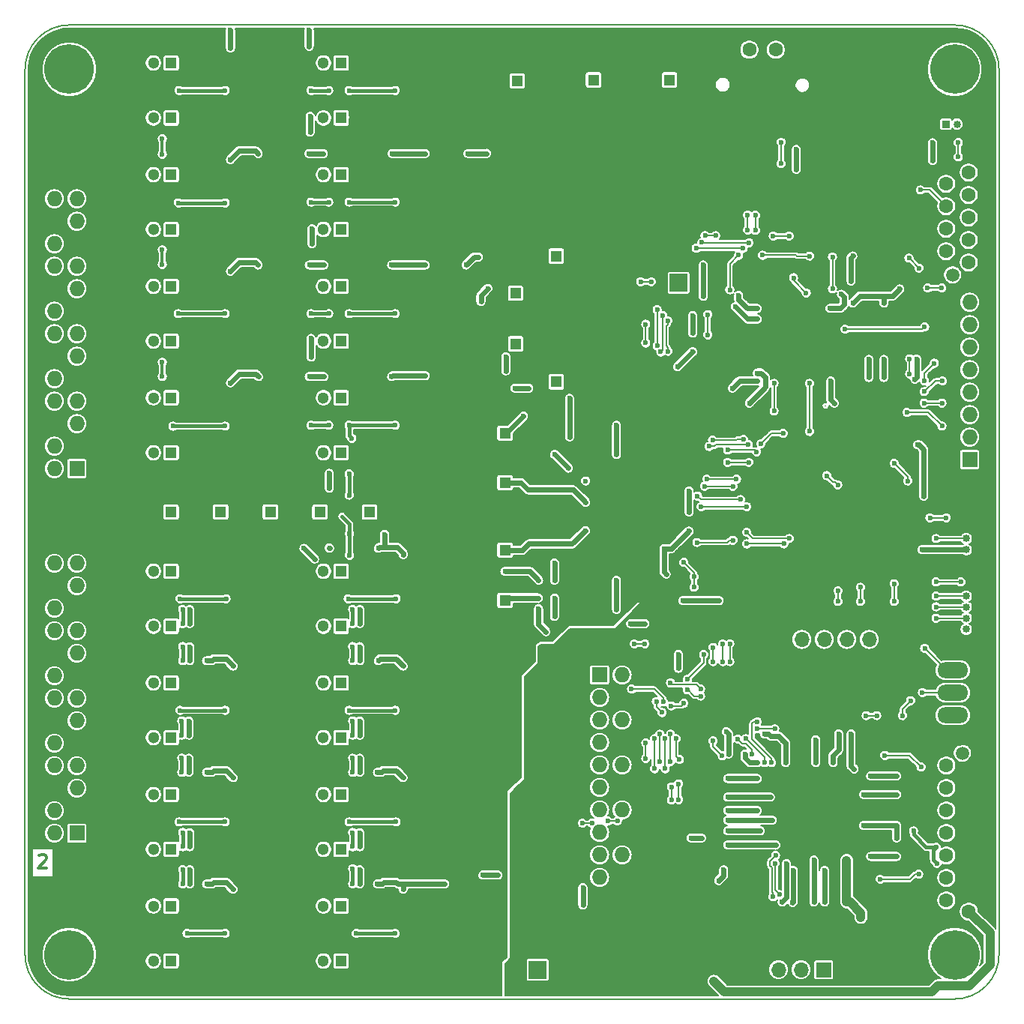
<source format=gbr>
G04 #@! TF.GenerationSoftware,KiCad,Pcbnew,(5.1.0-0)*
G04 #@! TF.CreationDate,2019-04-19T14:21:12+02:00*
G04 #@! TF.ProjectId,freeDSP-aurora DIY,66726565-4453-4502-9d61-75726f726120,rev?*
G04 #@! TF.SameCoordinates,Original*
G04 #@! TF.FileFunction,Copper,L2,Bot*
G04 #@! TF.FilePolarity,Positive*
%FSLAX46Y46*%
G04 Gerber Fmt 4.6, Leading zero omitted, Abs format (unit mm)*
G04 Created by KiCad (PCBNEW (5.1.0-0)) date 2019-04-19 14:21:12*
%MOMM*%
%LPD*%
G04 APERTURE LIST*
%ADD10C,0.150000*%
%ADD11C,0.300000*%
%ADD12O,4.800000X4.800000*%
%ADD13R,5.000000X5.000000*%
%ADD14R,5.250000X5.250000*%
%ADD15R,6.150000X6.150000*%
%ADD16R,5.100000X5.100000*%
%ADD17O,1.727200X1.727200*%
%ADD18R,1.727200X1.727200*%
%ADD19C,1.300000*%
%ADD20R,1.300000X1.300000*%
%ADD21O,2.032000X2.032000*%
%ADD22R,2.032000X2.032000*%
%ADD23C,0.850000*%
%ADD24R,0.850000X0.850000*%
%ADD25C,5.600000*%
%ADD26C,1.600000*%
%ADD27C,1.500000*%
%ADD28O,3.500120X1.800860*%
%ADD29R,1.700000X1.700000*%
%ADD30O,1.700000X1.700000*%
%ADD31C,0.600000*%
%ADD32C,0.200000*%
%ADD33C,0.600000*%
%ADD34C,1.000000*%
%ADD35C,0.152400*%
%ADD36C,0.400000*%
G04 APERTURE END LIST*
D10*
X95000000Y-45000000D02*
X195000000Y-45000000D01*
X200000000Y-150000000D02*
G75*
G02X195000000Y-155000000I-5000000J0D01*
G01*
X95000000Y-155000000D02*
G75*
G02X90000000Y-150000000I0J5000000D01*
G01*
X195000000Y-45000000D02*
G75*
G02X200000000Y-50000000I0J-5000000D01*
G01*
X90000000Y-50000000D02*
G75*
G02X95000000Y-45000000I5000000J0D01*
G01*
X95000000Y-155000000D02*
X195000000Y-155000000D01*
D11*
X91571428Y-138821428D02*
X91642857Y-138750000D01*
X91785714Y-138678571D01*
X92142857Y-138678571D01*
X92285714Y-138750000D01*
X92357142Y-138821428D01*
X92428571Y-138964285D01*
X92428571Y-139107142D01*
X92357142Y-139321428D01*
X91500000Y-140178571D01*
X92428571Y-140178571D01*
D10*
X90000000Y-150000000D02*
X90000000Y-50000000D01*
X200000000Y-50000000D02*
X200000000Y-150000000D01*
D12*
X178900000Y-134500000D03*
D13*
X183200000Y-102000000D03*
D14*
X176850000Y-81100000D03*
D15*
X159400000Y-100500000D03*
D16*
X155756250Y-78156250D03*
D17*
X93310000Y-64620000D03*
X95850000Y-64620000D03*
X93310000Y-67160000D03*
X95850000Y-67160000D03*
X93310000Y-69700000D03*
X95850000Y-69700000D03*
X93310000Y-72240000D03*
X95850000Y-72240000D03*
X93310000Y-74780000D03*
X95850000Y-74780000D03*
X93310000Y-77320000D03*
X95850000Y-77320000D03*
X93310000Y-79860000D03*
X95850000Y-79860000D03*
X93310000Y-82400000D03*
X95850000Y-82400000D03*
X93310000Y-84940000D03*
X95850000Y-84940000D03*
X93310000Y-87480000D03*
X95850000Y-87480000D03*
X93310000Y-90020000D03*
X95850000Y-90020000D03*
X93310000Y-92560000D03*
X95850000Y-92560000D03*
X93310000Y-95100000D03*
D18*
X95850000Y-95100000D03*
D17*
X93310000Y-105800000D03*
X95850000Y-105800000D03*
X93310000Y-108340000D03*
X95850000Y-108340000D03*
X93310000Y-110880000D03*
X95850000Y-110880000D03*
X93310000Y-113420000D03*
X95850000Y-113420000D03*
X93310000Y-115960000D03*
X95850000Y-115960000D03*
X93310000Y-118500000D03*
X95850000Y-118500000D03*
X93310000Y-121040000D03*
X95850000Y-121040000D03*
X93310000Y-123580000D03*
X95850000Y-123580000D03*
X93310000Y-126120000D03*
X95850000Y-126120000D03*
X93310000Y-128660000D03*
X95850000Y-128660000D03*
X93310000Y-131200000D03*
X95850000Y-131200000D03*
X93310000Y-133740000D03*
X95850000Y-133740000D03*
X93310000Y-136280000D03*
D18*
X95850000Y-136280000D03*
D19*
X104500000Y-100000000D03*
D20*
X106500000Y-100000000D03*
D19*
X110100000Y-100000000D03*
D20*
X112100000Y-100000000D03*
D19*
X115700000Y-100000000D03*
D20*
X117700000Y-100000000D03*
D19*
X121300000Y-100000000D03*
D20*
X123300000Y-100000000D03*
D19*
X126900000Y-100000000D03*
D20*
X128900000Y-100000000D03*
D21*
X145360000Y-151700000D03*
D22*
X147900000Y-151700000D03*
D23*
X196500000Y-56200000D03*
X195250000Y-56200000D03*
D24*
X194000000Y-56200000D03*
D25*
X95000000Y-50000000D03*
X195000000Y-50000000D03*
X195000000Y-150000000D03*
X95000000Y-150000000D03*
D26*
X196570000Y-71815000D03*
X194030000Y-70545000D03*
X196570000Y-69275000D03*
X194030000Y-68005000D03*
X196570000Y-66735000D03*
X194030000Y-65465000D03*
X196570000Y-64195000D03*
X194030000Y-62925000D03*
X196570000Y-61655000D03*
X194030000Y-60385000D03*
D27*
X194770000Y-73215000D03*
D20*
X106500000Y-106700000D03*
D19*
X104500000Y-106700000D03*
D20*
X125700000Y-106700000D03*
D19*
X123700000Y-106700000D03*
D20*
X106500000Y-112900000D03*
D19*
X104500000Y-112900000D03*
D20*
X125700000Y-112900000D03*
D19*
X123700000Y-112900000D03*
D20*
X106500000Y-119300000D03*
D19*
X104500000Y-119300000D03*
D20*
X125700000Y-119300000D03*
D19*
X123700000Y-119300000D03*
D20*
X106500000Y-125500000D03*
D19*
X104500000Y-125500000D03*
D20*
X125700000Y-125500000D03*
D19*
X123700000Y-125500000D03*
D20*
X106500000Y-131900000D03*
D19*
X104500000Y-131900000D03*
D20*
X125700000Y-131900000D03*
D19*
X123700000Y-131900000D03*
D20*
X106500000Y-138100000D03*
D19*
X104500000Y-138100000D03*
D20*
X125700000Y-138100000D03*
D19*
X123700000Y-138100000D03*
D20*
X106500000Y-144500000D03*
D19*
X104500000Y-144500000D03*
D20*
X125700000Y-144500000D03*
D19*
X123700000Y-144500000D03*
D20*
X106500000Y-150700000D03*
D19*
X104500000Y-150700000D03*
D20*
X125700000Y-150700000D03*
D19*
X123700000Y-150700000D03*
D18*
X154900000Y-118400000D03*
D17*
X157440000Y-118400000D03*
X154900000Y-120940000D03*
X157440000Y-120940000D03*
X154900000Y-123480000D03*
X157440000Y-123480000D03*
X154900000Y-126020000D03*
X157440000Y-126020000D03*
X154900000Y-128560000D03*
X157440000Y-128560000D03*
X154900000Y-131100000D03*
X157440000Y-131100000D03*
X154900000Y-133640000D03*
X157440000Y-133640000D03*
X154900000Y-136180000D03*
X157440000Y-136180000D03*
X154900000Y-138720000D03*
X157440000Y-138720000D03*
X154900000Y-141260000D03*
X157440000Y-141260000D03*
D22*
X163800000Y-74100000D03*
D21*
X163800000Y-71560000D03*
D18*
X196700000Y-94080000D03*
D17*
X194160000Y-94080000D03*
X196700000Y-91540000D03*
X194160000Y-91540000D03*
X196700000Y-89000000D03*
X194160000Y-89000000D03*
X196700000Y-86460000D03*
X194160000Y-86460000D03*
X196700000Y-83920000D03*
X194160000Y-83920000D03*
X196700000Y-81380000D03*
X194160000Y-81380000D03*
X196700000Y-78840000D03*
X194160000Y-78840000D03*
X196700000Y-76300000D03*
X194160000Y-76300000D03*
D26*
X171800000Y-47800000D03*
X174800000Y-47800000D03*
X171800000Y-50800000D03*
X174800000Y-50800000D03*
X194060000Y-128630000D03*
X196600000Y-129900000D03*
X194060000Y-131170000D03*
X196600000Y-132440000D03*
X194060000Y-133710000D03*
X196600000Y-134980000D03*
X194060000Y-136250000D03*
X196600000Y-137520000D03*
X194060000Y-138790000D03*
X196600000Y-140060000D03*
X194060000Y-141330000D03*
X196600000Y-142600000D03*
X194060000Y-143870000D03*
X196600000Y-145140000D03*
D27*
X195860000Y-127230000D03*
D24*
X196300000Y-114500000D03*
D23*
X196300000Y-113250000D03*
X196300000Y-112000000D03*
X196300000Y-110750000D03*
X196300000Y-109500000D03*
D24*
X196300000Y-105500000D03*
D23*
X196300000Y-104250000D03*
X196300000Y-103000000D03*
D28*
X194800000Y-125500000D03*
X194800000Y-122960000D03*
X194800000Y-120420000D03*
X194800000Y-117880000D03*
D19*
X145600000Y-47800000D03*
D20*
X145600000Y-51300000D03*
D19*
X162800000Y-47700000D03*
D20*
X162800000Y-51200000D03*
D19*
X154200000Y-47700000D03*
D20*
X154200000Y-51200000D03*
X144200000Y-91100000D03*
D19*
X144200000Y-93100000D03*
D20*
X144200000Y-96700000D03*
D19*
X144200000Y-98700000D03*
D20*
X144200000Y-104300000D03*
D19*
X144200000Y-102300000D03*
D20*
X144200000Y-110000000D03*
D19*
X144200000Y-108000000D03*
D20*
X125700000Y-55500000D03*
D19*
X123700000Y-55500000D03*
D20*
X106500000Y-55500000D03*
D19*
X104500000Y-55500000D03*
D20*
X125700000Y-49300000D03*
D19*
X123700000Y-49300000D03*
D20*
X106500000Y-49300000D03*
D19*
X104500000Y-49300000D03*
D20*
X106500000Y-68100000D03*
D19*
X104500000Y-68100000D03*
D20*
X125700000Y-68100000D03*
D19*
X123700000Y-68100000D03*
D20*
X150000000Y-85300000D03*
D19*
X148000000Y-85300000D03*
D20*
X106500000Y-61900000D03*
D19*
X104500000Y-61900000D03*
D20*
X125700000Y-61900000D03*
D19*
X123700000Y-61900000D03*
D20*
X145400000Y-81000000D03*
D19*
X143400000Y-81000000D03*
D20*
X106500000Y-80700000D03*
D19*
X104500000Y-80700000D03*
D20*
X125700000Y-80700000D03*
D19*
X123700000Y-80700000D03*
D20*
X106500000Y-74500000D03*
D19*
X104500000Y-74500000D03*
D20*
X125700000Y-74500000D03*
D19*
X123700000Y-74500000D03*
D20*
X145400000Y-75300000D03*
D19*
X143400000Y-75300000D03*
D20*
X106500000Y-93300000D03*
D19*
X104500000Y-93300000D03*
D20*
X125700000Y-93300000D03*
D19*
X123700000Y-93300000D03*
D20*
X150000000Y-71100000D03*
D19*
X148000000Y-71100000D03*
D20*
X106500000Y-87100000D03*
D19*
X104500000Y-87100000D03*
D20*
X125700000Y-87100000D03*
D19*
X123700000Y-87100000D03*
D29*
X187900000Y-114400000D03*
D30*
X185360000Y-114400000D03*
X182820000Y-114400000D03*
X180280000Y-114400000D03*
X177740000Y-114400000D03*
X175200000Y-114400000D03*
D29*
X180180000Y-151700000D03*
D30*
X177640000Y-151700000D03*
X175100000Y-151700000D03*
X172560000Y-151700000D03*
X170020000Y-151700000D03*
D31*
X191000000Y-55600000D03*
X170400001Y-116899999D03*
X171000000Y-124500000D03*
X181030987Y-77798789D03*
X181700000Y-76199998D03*
X174700000Y-97300000D03*
X177100000Y-54100000D03*
X177100000Y-56100000D03*
X154800000Y-73400000D03*
X162900000Y-141700000D03*
X191600000Y-146800000D03*
X189000000Y-147000000D03*
X184700000Y-143800000D03*
X174200000Y-146800000D03*
X152600000Y-55600000D03*
X152600000Y-60900000D03*
X162900000Y-58600000D03*
X159000000Y-60400000D03*
X162400000Y-108800000D03*
X164400000Y-108800000D03*
X167300000Y-105100000D03*
X170600000Y-72100000D03*
X183500000Y-82400000D03*
X160400000Y-108800000D03*
X151500000Y-96500000D03*
X151500000Y-98900000D03*
X153300000Y-91500000D03*
X155000000Y-93500000D03*
X151500000Y-104500000D03*
X153300000Y-109700000D03*
X155000000Y-107700000D03*
X148000000Y-77300000D03*
X179000000Y-61400000D03*
X185200000Y-63200000D03*
X183199820Y-62969620D03*
X180100000Y-68700000D03*
X182300000Y-70300000D03*
X171850000Y-86100000D03*
X181850000Y-86100000D03*
X168100000Y-88000000D03*
X171850000Y-76100000D03*
X174066398Y-76765227D03*
X174628351Y-76759484D03*
X178100066Y-76732139D03*
X181217903Y-78849976D03*
X150000000Y-77300000D03*
X157000000Y-85800000D03*
X159000000Y-85800000D03*
X181600000Y-89600000D03*
X171800000Y-89500000D03*
X168400000Y-76800000D03*
X168100000Y-86000000D03*
X183500000Y-85200000D03*
X188800000Y-82400000D03*
X185300000Y-76400000D03*
X183500000Y-80400000D03*
X182200000Y-72100000D03*
X180100000Y-64900000D03*
X182300000Y-64900000D03*
X168600000Y-73900000D03*
X176850000Y-66295000D03*
X172600000Y-72100000D03*
X168131734Y-120750240D03*
X162000000Y-119300000D03*
X168100000Y-118200000D03*
X169600000Y-121300000D03*
X164200000Y-145000000D03*
X182290646Y-127658730D03*
X168250000Y-130100000D03*
X182000000Y-123950000D03*
X183300000Y-123950000D03*
X189550000Y-138900000D03*
X189550000Y-133600000D03*
X189550000Y-131900000D03*
X189550000Y-129800000D03*
X180100000Y-123900000D03*
X174900000Y-123700000D03*
X173500000Y-123800000D03*
X168250000Y-137600000D03*
X168250000Y-136000000D03*
X168250000Y-134800000D03*
X168250000Y-132200000D03*
X168250000Y-133700000D03*
X179100000Y-145150000D03*
X180300000Y-145150000D03*
X181500000Y-145150000D03*
X182800000Y-145150000D03*
X168250000Y-139500000D03*
X171700000Y-143300000D03*
X176700000Y-145150000D03*
X175500000Y-145150000D03*
X173800000Y-145150000D03*
X181000000Y-146800000D03*
X172600000Y-149200000D03*
X177100000Y-125600000D03*
X183500000Y-119400000D03*
X190000000Y-125200000D03*
X190000000Y-123100000D03*
X190500000Y-129200000D03*
X160285595Y-137416807D03*
X185300000Y-87200000D03*
X189550000Y-136800000D03*
X189550000Y-135400000D03*
X117000000Y-66500000D03*
X117000000Y-79100000D03*
X117005000Y-91700000D03*
X136200000Y-66500000D03*
X136200000Y-79100000D03*
X136205000Y-91700000D03*
X117005000Y-53900000D03*
X136205000Y-53900000D03*
X120900000Y-73200000D03*
X120900000Y-60700000D03*
X120900000Y-48000000D03*
X134200000Y-47600000D03*
X140100000Y-48000000D03*
X115000000Y-60200000D03*
X115000000Y-85400000D03*
X120900000Y-85900000D03*
X115000000Y-72800000D03*
X120900000Y-107200000D03*
X120900000Y-112400000D03*
X117700000Y-112500000D03*
X111700000Y-104800000D03*
X140100000Y-107200000D03*
X140100000Y-112400000D03*
X136949998Y-112500000D03*
X140100000Y-119800000D03*
X140100000Y-125000000D03*
X136949998Y-125100000D03*
X130900000Y-117400000D03*
X117749998Y-125100000D03*
X120900000Y-125000000D03*
X120900000Y-119800000D03*
X130900000Y-130000000D03*
X140100000Y-132400000D03*
X140100000Y-137600000D03*
X136949998Y-137700000D03*
X120900000Y-137600000D03*
X120900000Y-132400000D03*
X111700000Y-130000000D03*
X117749998Y-137700000D03*
X111700000Y-142600000D03*
X120900000Y-145000000D03*
X120900000Y-150200000D03*
X117749998Y-150300000D03*
X140100000Y-145000000D03*
X130900000Y-142600000D03*
X136949998Y-150300000D03*
X140100000Y-150200000D03*
X154800000Y-82900000D03*
X140100000Y-85800000D03*
X135100000Y-85400000D03*
X148400000Y-81300000D03*
X135086863Y-72900000D03*
X140100000Y-73200000D03*
X148400000Y-75100000D03*
X140100000Y-60600000D03*
X135086863Y-60300000D03*
X115900000Y-47600000D03*
X102700000Y-54400000D03*
X101900000Y-50900000D03*
X102700000Y-60500000D03*
X102700000Y-64500000D03*
X102700000Y-66900000D03*
X102700000Y-57900000D03*
X102700000Y-71100000D03*
X101800000Y-76000000D03*
X102700000Y-79500000D03*
X151500000Y-102100000D03*
X102700000Y-83100000D03*
X102700000Y-89800000D03*
X102700000Y-92200000D03*
X102700000Y-95600000D03*
X102700000Y-95600000D03*
X111700000Y-117400000D03*
X141800010Y-152099990D03*
X149400000Y-117200000D03*
X151400000Y-117200000D03*
X149000000Y-131000000D03*
X147114000Y-129986000D03*
X186800000Y-90600000D03*
X188800000Y-90600000D03*
X190800000Y-90600000D03*
X190700000Y-94500000D03*
X197600000Y-98000000D03*
X176730000Y-120100000D03*
X190700000Y-112900000D03*
X190200000Y-57400000D03*
X164500000Y-150800000D03*
X148400000Y-134200000D03*
X150400000Y-134200000D03*
X147100000Y-147100000D03*
X186400000Y-121100000D03*
X188700000Y-120200000D03*
X163150000Y-94850000D03*
X162500000Y-84900000D03*
X164500000Y-152800000D03*
X161900000Y-145000000D03*
X154100000Y-152300000D03*
X149600000Y-148100000D03*
X139700000Y-100800000D03*
X133465000Y-99365000D03*
X130900000Y-104800000D03*
X101800000Y-99300000D03*
X101800000Y-74600000D03*
X101800000Y-86800000D03*
X158688696Y-107609401D03*
X115743236Y-111168234D03*
X117400000Y-108900000D03*
X115729265Y-123770735D03*
X117134975Y-121034975D03*
X115743236Y-136368234D03*
X117034975Y-133734975D03*
X115729265Y-148970735D03*
X117134975Y-146234975D03*
X134955735Y-148955735D03*
X136284975Y-146284975D03*
X134943236Y-136368234D03*
X136284975Y-133684975D03*
X134955735Y-123755735D03*
X136284975Y-121084975D03*
X134943236Y-111168234D03*
X136300000Y-108500000D03*
X156606250Y-72900000D03*
X141500000Y-46375010D03*
X112700000Y-53600000D03*
X117400000Y-51100000D03*
X112700000Y-66200000D03*
X117400000Y-63700000D03*
X112700000Y-78800000D03*
X117400000Y-76300000D03*
X117400000Y-88900000D03*
X112700000Y-91400000D03*
X136600000Y-88900000D03*
X131900000Y-91400000D03*
X136600000Y-76300000D03*
X131900000Y-78800000D03*
X136600000Y-63700000D03*
X131900000Y-66200000D03*
X131900000Y-53600000D03*
X136600000Y-51100000D03*
X108000000Y-53600000D03*
X108000000Y-66200000D03*
X108000000Y-78800000D03*
X108000000Y-91400000D03*
X127200000Y-78800000D03*
X127200000Y-66200000D03*
X127200000Y-53600000D03*
X126000000Y-51700000D03*
X126000000Y-64300000D03*
X126000000Y-76900000D03*
X106700000Y-76800000D03*
X106700000Y-64200000D03*
X106800000Y-51700000D03*
X108000000Y-59500000D03*
X108000000Y-72100000D03*
X108000000Y-84700000D03*
X108000000Y-86800000D03*
X131900000Y-95200000D03*
X124700000Y-91900000D03*
X124800000Y-89300000D03*
X124700000Y-140400000D03*
X124700000Y-127800000D03*
X124700000Y-115199990D03*
X190800000Y-141700000D03*
X188400000Y-140400000D03*
X191700000Y-136700000D03*
X170900000Y-107300000D03*
X156800000Y-93500000D03*
X156800000Y-90200000D03*
X146300000Y-89149989D03*
X153300000Y-98900000D03*
X153300000Y-102100000D03*
X148000000Y-107700000D03*
X144200000Y-106700000D03*
X156800000Y-107700000D03*
X148000000Y-109700000D03*
X148000000Y-110900000D03*
X156800000Y-111000000D03*
X148810601Y-113510601D03*
X153300000Y-96500000D03*
X149800000Y-107700000D03*
X116372369Y-84700000D03*
X116300000Y-72100000D03*
X116316674Y-59515083D03*
X122051328Y-59500000D03*
X123701338Y-59500000D03*
X122100000Y-72100000D03*
X122300000Y-80400000D03*
X122200000Y-57100000D03*
X122190128Y-55300000D03*
X123750010Y-72100000D03*
X122400000Y-69700000D03*
X122400000Y-68000000D03*
X122100000Y-84700010D03*
X113200000Y-85400000D03*
X113200000Y-72800000D03*
X113200000Y-60200000D03*
X123750010Y-84700000D03*
X122300000Y-82500000D03*
X131400000Y-84700000D03*
X135200000Y-84600000D03*
X146900031Y-86000000D03*
X131400000Y-72100000D03*
X135200000Y-72100000D03*
X131450002Y-59500000D03*
X135200000Y-59500000D03*
X140025735Y-59500000D03*
X142098603Y-59493234D03*
X149800000Y-93500000D03*
X151360272Y-95043959D03*
X149800000Y-105749989D03*
X129902503Y-104100020D03*
X132700000Y-117400000D03*
X132700000Y-104800000D03*
X129900000Y-116800000D03*
X129800000Y-129400010D03*
X132700000Y-130000000D03*
X129800000Y-142000010D03*
X132700000Y-142600000D03*
X110500000Y-116800010D03*
X113500000Y-117400000D03*
X127800000Y-110999990D03*
X127800000Y-112600000D03*
X127800000Y-115199990D03*
X127800000Y-116800000D03*
X127800000Y-123599990D03*
X127800000Y-125200000D03*
X127800000Y-127799990D03*
X127800000Y-129400010D03*
X127800000Y-136199990D03*
X127800000Y-137800000D03*
X127800000Y-140400000D03*
X127800000Y-142000010D03*
X108600000Y-110999990D03*
X108600000Y-112600000D03*
X108600000Y-115200000D03*
X108600000Y-116800010D03*
X108500000Y-129400010D03*
X108500000Y-127800000D03*
X108500000Y-125200000D03*
X108500000Y-123600000D03*
X110500000Y-129400010D03*
X113500000Y-130000000D03*
X108600000Y-136199990D03*
X108600000Y-137800000D03*
X108600000Y-140400000D03*
X108600000Y-142000010D03*
X110500000Y-142000010D03*
X113500000Y-142600000D03*
X121500000Y-104100000D03*
X122700000Y-105300000D03*
X124369261Y-95630729D03*
X124400020Y-104100020D03*
X149800000Y-109700000D03*
X149800000Y-111800000D03*
X137400000Y-142000010D03*
X141707114Y-141007114D03*
X151500000Y-91500000D03*
X151500000Y-87150000D03*
X124369261Y-97300000D03*
X130600000Y-102500000D03*
X113200000Y-45575010D03*
X113200000Y-47600000D03*
X122092886Y-47407113D03*
X122075010Y-45575010D03*
X141202115Y-71197885D03*
X139820736Y-72099990D03*
X141489885Y-76210115D03*
X142282446Y-74739919D03*
X145300020Y-85999980D03*
X143400040Y-141000000D03*
X177100000Y-61300000D03*
X165400000Y-79800000D03*
X165400000Y-77799980D03*
X162175735Y-104124265D03*
X162400000Y-107000000D03*
X188800000Y-74800000D03*
X187000000Y-76400000D03*
X183500000Y-76400000D03*
X171800000Y-87700000D03*
X172700000Y-84300000D03*
X172700000Y-78200000D03*
X170200000Y-76800000D03*
X190500000Y-85000000D03*
X190701003Y-82700000D03*
X192500000Y-58284989D03*
X192500000Y-60300000D03*
X177100000Y-59049074D03*
X165000000Y-102150000D03*
X165000000Y-100000011D03*
X165000000Y-97600000D03*
X165000000Y-98800000D03*
X165417367Y-81882633D03*
X166600000Y-72100000D03*
X166600000Y-75649999D03*
X163699930Y-83600000D03*
X168000000Y-68800000D03*
X166799990Y-68800000D03*
X144300000Y-84050021D03*
X144300000Y-82450011D03*
X167800000Y-153000000D03*
X153000000Y-142400000D03*
X153000000Y-144400000D03*
X166349931Y-99400000D03*
X171500000Y-99400000D03*
X176300000Y-103000000D03*
X171500000Y-102300000D03*
X162600001Y-81850567D03*
X171765687Y-69600000D03*
X166451464Y-69551464D03*
X162600001Y-78400000D03*
X172500000Y-68200000D03*
X172500000Y-66500000D03*
X170800000Y-98601105D03*
X171500000Y-103600000D03*
X175700052Y-103600000D03*
X165949921Y-98200000D03*
X161802946Y-81919150D03*
X171100000Y-70200000D03*
X165800000Y-70200000D03*
X159534301Y-74000000D03*
X160734301Y-74000000D03*
X162000001Y-77800000D03*
X171600000Y-66473235D03*
X171600000Y-68165000D03*
X180900000Y-77000000D03*
X182200000Y-75400000D03*
X183487984Y-71087984D03*
X183300000Y-73900000D03*
X170600000Y-75500000D03*
X172700000Y-85200000D03*
X172700000Y-77000000D03*
X181000000Y-85200000D03*
X169900000Y-86000000D03*
X181400000Y-87700000D03*
X175378984Y-60649649D03*
X161400000Y-81228037D03*
X152950000Y-135141482D03*
X165568480Y-108500000D03*
X165560858Y-107300000D03*
X154037469Y-135141482D03*
X164400000Y-105700000D03*
X176800000Y-73550000D03*
X178225735Y-75274265D03*
X160000000Y-114900000D03*
X158800000Y-114900000D03*
X175400000Y-58249074D03*
X161391444Y-77142915D03*
X191129979Y-63628817D03*
X195700000Y-107900000D03*
X192899960Y-107900000D03*
X188160000Y-110099999D03*
X188160000Y-108099979D03*
X178600000Y-90900000D03*
X178600060Y-85467867D03*
X193560010Y-90300000D03*
X189600000Y-88750021D03*
X193560010Y-87700000D03*
X169349989Y-93000309D03*
X191550011Y-87700000D03*
X172615599Y-93215599D03*
X193600010Y-85200000D03*
X191550011Y-86400000D03*
X192700000Y-83200000D03*
X191550011Y-85159048D03*
X131800000Y-65000000D03*
X126600000Y-65000000D03*
X124300000Y-65000000D03*
X131800000Y-77600000D03*
X126600000Y-77600000D03*
X124300000Y-77600000D03*
X131800000Y-90200000D03*
X126600000Y-90200000D03*
X124300000Y-90200000D03*
X112600000Y-90300000D03*
X106700735Y-90300735D03*
X112600000Y-65100000D03*
X107300000Y-65100000D03*
X112600000Y-77600000D03*
X107300000Y-77600000D03*
X105500000Y-83100000D03*
X122300000Y-65000000D03*
X122300000Y-77600000D03*
X105500000Y-70400000D03*
X105500000Y-72050010D03*
X131800000Y-52400000D03*
X126600000Y-52400000D03*
X124300000Y-52400000D03*
X122300000Y-52400000D03*
X112600000Y-52400000D03*
X107400735Y-52400735D03*
X105500000Y-59600000D03*
X105500000Y-57849981D03*
X105500000Y-84700000D03*
X131900000Y-109800000D03*
X126500000Y-109800000D03*
X127000000Y-110999990D03*
X127000000Y-112600000D03*
X127000000Y-115199990D03*
X127000000Y-116800000D03*
X126999999Y-123599990D03*
X127000000Y-125200000D03*
X127000000Y-127800000D03*
X127000000Y-129400010D03*
X126999999Y-136199990D03*
X127000000Y-137800000D03*
X127000000Y-140300000D03*
X127000000Y-142000010D03*
X131800000Y-147600000D03*
X127400000Y-147600000D03*
X131900000Y-135000000D03*
X126600000Y-135000000D03*
X131800000Y-122400000D03*
X126600000Y-122400000D03*
X126650011Y-104900020D03*
X126600000Y-95699990D03*
X126900000Y-91700000D03*
X112700000Y-109800000D03*
X107499989Y-109800000D03*
X107799999Y-110999990D03*
X107800000Y-112600000D03*
X107800000Y-115200000D03*
X107800000Y-116800010D03*
X107699997Y-123600000D03*
X107700000Y-125200000D03*
X107700000Y-127800000D03*
X107700000Y-129400010D03*
X112600000Y-122400000D03*
X107499989Y-122400021D03*
X112600000Y-147600000D03*
X108300000Y-147600000D03*
X107799999Y-142000010D03*
X107800000Y-140400000D03*
X107800000Y-137800000D03*
X107799997Y-136199990D03*
X112600000Y-135000000D03*
X107400000Y-135000000D03*
X122299990Y-90200000D03*
X126650011Y-102449989D03*
X126600000Y-98100000D03*
X174600000Y-88600000D03*
X174599934Y-85467861D03*
X166749941Y-97100000D03*
X169949989Y-97100000D03*
X170349999Y-96300000D03*
X167000000Y-96300000D03*
X165883585Y-103445349D03*
X169949989Y-103200000D03*
X167100000Y-80000000D03*
X167100000Y-77700000D03*
X191600000Y-79100000D03*
X182600000Y-79350000D03*
X195400000Y-59900000D03*
X195400000Y-58284989D03*
X185300000Y-84800000D03*
X185300002Y-82750000D03*
X187000000Y-84800000D03*
X187000001Y-82750000D03*
X181200000Y-74800000D03*
X181200000Y-71200000D03*
X189900000Y-82700000D03*
X189900000Y-84400000D03*
X174500000Y-68835000D03*
X176300000Y-68835000D03*
X174180020Y-132200000D03*
X174400000Y-134800000D03*
X174800000Y-137600000D03*
X176000000Y-139699990D03*
X183620235Y-129025045D03*
X175900000Y-128300000D03*
X182800000Y-139346270D03*
X182800000Y-144050000D03*
X184400000Y-145800000D03*
X179100000Y-139300000D03*
X175600000Y-125800000D03*
X173500000Y-125050000D03*
X169350000Y-132200000D03*
X169350000Y-134800000D03*
X169350000Y-137600000D03*
X175500000Y-144050000D03*
X179100000Y-144050000D03*
X183300000Y-125050000D03*
X184700000Y-131900000D03*
X188450000Y-131900000D03*
X188450000Y-136800000D03*
X188450000Y-135400000D03*
X184700000Y-135400000D03*
X176760000Y-140459990D03*
X180300002Y-140459990D03*
X173040010Y-136000000D03*
X168327565Y-141627565D03*
X168900000Y-140400000D03*
X165200000Y-136800000D03*
X166400000Y-136800000D03*
X172700000Y-128300000D03*
X171300000Y-127316823D03*
X169456739Y-127316823D03*
X169200000Y-124800000D03*
X181265820Y-128300000D03*
X179300000Y-128300000D03*
X179300000Y-125700000D03*
X185500000Y-138900000D03*
X188450000Y-138900000D03*
X172700000Y-133700000D03*
X172700000Y-130100000D03*
X169350000Y-133700000D03*
X169350000Y-136000000D03*
X181900000Y-125050000D03*
X169350000Y-130100000D03*
X176700000Y-144100000D03*
X180300000Y-144050000D03*
X193000000Y-139700000D03*
X190350001Y-136020002D03*
X192910502Y-137866455D03*
X188450000Y-129800000D03*
X185500000Y-129800000D03*
X163800000Y-117650369D03*
X163800000Y-116050359D03*
X172700000Y-124500000D03*
X174676200Y-124500000D03*
X160100000Y-126100000D03*
X160100000Y-127850000D03*
X167700000Y-125843160D03*
X168738796Y-127541914D03*
X163800000Y-130707591D03*
X163800000Y-132500000D03*
X155800000Y-134900000D03*
X156900000Y-134900000D03*
X161936567Y-122650003D03*
X163000000Y-131060001D03*
X163000574Y-132524811D03*
X163900000Y-127950000D03*
X163514579Y-125612149D03*
X161299990Y-121408254D03*
X164800001Y-118900000D03*
X166650000Y-116100000D03*
X189100000Y-123000000D03*
X190016233Y-121311482D03*
X162975000Y-121900000D03*
X164400000Y-121600000D03*
X170500000Y-125642403D03*
X172100000Y-127336950D03*
X187100000Y-127500000D03*
X191200000Y-128800000D03*
X191929989Y-74700000D03*
X193529999Y-74700000D03*
X190965686Y-72465686D03*
X189834314Y-71334314D03*
X178600000Y-71100000D03*
X158499950Y-120000000D03*
X162099917Y-121450002D03*
X162900000Y-119300000D03*
X166300000Y-120000000D03*
X169600000Y-74900000D03*
X160100000Y-78800000D03*
X160100000Y-80906250D03*
X170600000Y-71000000D03*
X173300000Y-71000000D03*
X175621765Y-91121765D03*
X162900000Y-125100000D03*
X173110237Y-92296696D03*
X162900000Y-128189999D03*
X190931519Y-140910883D03*
X186580734Y-141480734D03*
X167700000Y-116900000D03*
X167700000Y-115299989D03*
X161700000Y-125100000D03*
X171150019Y-91800001D03*
X167650021Y-91900000D03*
X161699999Y-128200000D03*
X161099999Y-125600000D03*
X171700000Y-92400001D03*
X167250011Y-92592815D03*
X161099999Y-129000000D03*
X162299999Y-125571197D03*
X162299999Y-129000000D03*
X192899960Y-103000000D03*
X192899960Y-112000000D03*
X181820000Y-110100000D03*
X192886377Y-110713623D03*
X181820000Y-108899998D03*
X184360000Y-110099999D03*
X192899960Y-109500000D03*
X184360000Y-108499989D03*
X191349910Y-120400000D03*
X180540000Y-95900000D03*
X181800810Y-96941420D03*
X191610684Y-115410684D03*
X171750019Y-94400000D03*
X169349989Y-94400000D03*
X174463686Y-143455646D03*
X174768647Y-138800000D03*
X174300006Y-128300000D03*
X172700000Y-123699997D03*
X169600000Y-116900000D03*
X169600000Y-114899980D03*
X175200000Y-143200000D03*
X174700000Y-139699990D03*
X171400000Y-125610002D03*
X173500003Y-128300000D03*
X168799997Y-116900000D03*
X168799997Y-114899979D03*
X185000000Y-123000000D03*
X186200000Y-123000000D03*
X166300000Y-120800003D03*
X164800000Y-120100000D03*
X189700000Y-96499990D03*
X188160000Y-94500000D03*
X194033964Y-100666036D03*
X192199990Y-100677803D03*
X158399990Y-112600000D03*
X160000000Y-112600000D03*
X190800000Y-92400000D03*
X191492886Y-98207114D03*
X191299949Y-104250000D03*
X164300000Y-110000000D03*
X168400000Y-110000000D03*
D32*
X180404413Y-88004413D02*
X180400000Y-88000000D01*
D33*
X117075002Y-112500000D02*
X115743236Y-111168234D01*
X117700000Y-112500000D02*
X117075002Y-112500000D01*
X117058530Y-125100000D02*
X115729265Y-123770735D01*
X117749998Y-125100000D02*
X117058530Y-125100000D01*
X117075002Y-137700000D02*
X115743236Y-136368234D01*
X117749998Y-137700000D02*
X117075002Y-137700000D01*
X117058530Y-150300000D02*
X115729265Y-148970735D01*
X117749998Y-150300000D02*
X117058530Y-150300000D01*
X136300000Y-150300000D02*
X134955735Y-148955735D01*
X136949998Y-150300000D02*
X136300000Y-150300000D01*
X136275002Y-137700000D02*
X134943236Y-136368234D01*
X136949998Y-137700000D02*
X136275002Y-137700000D01*
X136300000Y-125100000D02*
X134955735Y-123755735D01*
X136949998Y-125100000D02*
X136300000Y-125100000D01*
X136275002Y-112500000D02*
X134943236Y-111168234D01*
X136949998Y-112500000D02*
X136275002Y-112500000D01*
X156106250Y-73400000D02*
X156606250Y-72900000D01*
X154800000Y-73400000D02*
X156106250Y-73400000D01*
D32*
X117005000Y-51495000D02*
X117400000Y-51100000D01*
X117005000Y-53900000D02*
X117005000Y-51495000D01*
X112999999Y-53899999D02*
X112700000Y-53600000D01*
X117005000Y-53900000D02*
X112999999Y-53899999D01*
X112999999Y-66499999D02*
X112700000Y-66200000D01*
X117005000Y-66500000D02*
X112999999Y-66499999D01*
X117005000Y-66500000D02*
X117005000Y-64095000D01*
X117005000Y-64095000D02*
X117400000Y-63700000D01*
X112999999Y-79099999D02*
X112700000Y-78800000D01*
X117005000Y-79100000D02*
X117005000Y-76695000D01*
X117005000Y-79100000D02*
X112999999Y-79099999D01*
X117005000Y-76695000D02*
X117400000Y-76300000D01*
X117005000Y-91700000D02*
X117005000Y-89295000D01*
X112999999Y-91699999D02*
X112700000Y-91400000D01*
X117005000Y-89295000D02*
X117400000Y-88900000D01*
X117005000Y-91700000D02*
X112999999Y-91699999D01*
X136205000Y-91700000D02*
X132199999Y-91699999D01*
X136205000Y-89295000D02*
X136600000Y-88900000D01*
X136205000Y-91700000D02*
X136205000Y-89295000D01*
X132199999Y-91699999D02*
X131900000Y-91400000D01*
X136205000Y-79100000D02*
X132199999Y-79099999D01*
X132199999Y-79099999D02*
X131900000Y-78800000D01*
X136205000Y-76695000D02*
X136600000Y-76300000D01*
X136205000Y-79100000D02*
X136205000Y-76695000D01*
X136205000Y-66500000D02*
X132199999Y-66499999D01*
X136205000Y-66500000D02*
X136205000Y-64095000D01*
X136205000Y-64095000D02*
X136600000Y-63700000D01*
X132199999Y-66499999D02*
X131900000Y-66200000D01*
X132199999Y-53899999D02*
X131900000Y-53600000D01*
X136205000Y-51495000D02*
X136600000Y-51100000D01*
X136205000Y-53900000D02*
X132199999Y-53899999D01*
X136205000Y-53900000D02*
X136205000Y-51495000D01*
X112700000Y-53600000D02*
X108000000Y-53600000D01*
X112700000Y-66200000D02*
X108000000Y-66200000D01*
X112700000Y-78800000D02*
X108000000Y-78800000D01*
X112700000Y-91400000D02*
X108000000Y-91400000D01*
X131900000Y-78800000D02*
X127200000Y-78800000D01*
X131900000Y-66200000D02*
X127200000Y-66200000D01*
X131900000Y-53600000D02*
X127200000Y-53600000D01*
X126000000Y-52824264D02*
X126000000Y-51700000D01*
X126775736Y-53600000D02*
X126000000Y-52824264D01*
X127200000Y-53600000D02*
X126775736Y-53600000D01*
X126000000Y-65424264D02*
X126000000Y-64300000D01*
X127200000Y-66200000D02*
X126775736Y-66200000D01*
X126775736Y-66200000D02*
X126000000Y-65424264D01*
X126000000Y-78024264D02*
X126000000Y-76900000D01*
X127200000Y-78800000D02*
X126775736Y-78800000D01*
X126775736Y-78800000D02*
X126000000Y-78024264D01*
X108000000Y-78800000D02*
X107575736Y-78800000D01*
X108000000Y-66200000D02*
X107575736Y-66200000D01*
X108000000Y-53600000D02*
X107575736Y-53600000D01*
X106800000Y-52824264D02*
X106800000Y-51700000D01*
X107575736Y-53600000D02*
X106800000Y-52824264D01*
X108000000Y-53600000D02*
X108000000Y-59500000D01*
X108000000Y-66200000D02*
X108000000Y-72100000D01*
X108000000Y-78800000D02*
X108000000Y-84700000D01*
X108000000Y-84700000D02*
X108000000Y-86800000D01*
X131900000Y-91400000D02*
X131900000Y-95200000D01*
X125100001Y-92300001D02*
X124700000Y-91900000D01*
X130999999Y-92300001D02*
X125100001Y-92300001D01*
X131900000Y-91400000D02*
X130999999Y-92300001D01*
X124999999Y-91600001D02*
X124999999Y-89499999D01*
X124999999Y-89499999D02*
X124800000Y-89300000D01*
X124700000Y-91900000D02*
X124999999Y-91600001D01*
X124550000Y-140400000D02*
X124700000Y-140400000D01*
X121750000Y-137600000D02*
X124550000Y-140400000D01*
X120900000Y-137600000D02*
X121750000Y-137600000D01*
X124550000Y-127800000D02*
X124700000Y-127800000D01*
X121750000Y-125000000D02*
X124550000Y-127800000D01*
X120900000Y-125000000D02*
X121750000Y-125000000D01*
X124549990Y-115199990D02*
X124700000Y-115199990D01*
X121750000Y-112400000D02*
X124549990Y-115199990D01*
X120900000Y-112400000D02*
X121750000Y-112400000D01*
X106700000Y-77200000D02*
X106700000Y-76800000D01*
X106700000Y-64700000D02*
X106700000Y-64200000D01*
X106700000Y-77400000D02*
X106700000Y-77924264D01*
X106987868Y-78212132D02*
X106800000Y-78024264D01*
X106700000Y-77924264D02*
X106987868Y-78212132D01*
X107575736Y-78800000D02*
X106987868Y-78212132D01*
X106700000Y-77400000D02*
X106700000Y-77200000D01*
X106700000Y-64800000D02*
X106700000Y-65324264D01*
X106700000Y-64800000D02*
X106700000Y-64700000D01*
X107037868Y-65662132D02*
X106800000Y-65424264D01*
X106700000Y-65324264D02*
X107037868Y-65662132D01*
X107575736Y-66200000D02*
X107037868Y-65662132D01*
D33*
X156800000Y-90200000D02*
X156800000Y-93500000D01*
X144400000Y-91049989D02*
X146300000Y-89149989D01*
X144400000Y-91100000D02*
X144400000Y-91049989D01*
X146000000Y-96700000D02*
X144200000Y-96700000D01*
X151900000Y-97500000D02*
X146800000Y-97500000D01*
X146800000Y-97500000D02*
X146000000Y-96700000D01*
X153300000Y-98900000D02*
X151900000Y-97500000D01*
X146900000Y-103600000D02*
X146200000Y-104300000D01*
X145650000Y-104300000D02*
X144400000Y-104300000D01*
X146200000Y-104300000D02*
X145650000Y-104300000D01*
X151800000Y-103600000D02*
X146900000Y-103600000D01*
X153300000Y-102100000D02*
X151800000Y-103600000D01*
X147000000Y-106700000D02*
X144200000Y-106700000D01*
X148000000Y-107700000D02*
X147000000Y-106700000D01*
X148000000Y-109700000D02*
X145800000Y-109700000D01*
X144500000Y-109700000D02*
X144200000Y-110000000D01*
X148000000Y-109700000D02*
X144500000Y-109700000D01*
X156800000Y-111000000D02*
X156800000Y-107700000D01*
X148000000Y-112700000D02*
X148810601Y-113510601D01*
X148000000Y-110900000D02*
X148000000Y-112700000D01*
X122051328Y-59500000D02*
X123701338Y-59500000D01*
X122200000Y-55309872D02*
X122190128Y-55300000D01*
X122200000Y-57100000D02*
X122200000Y-55309872D01*
X122100000Y-72100000D02*
X123750010Y-72100000D01*
X122400000Y-69700000D02*
X122400000Y-68000000D01*
X114199999Y-84400001D02*
X113200000Y-85400000D01*
X116072370Y-84400001D02*
X114199999Y-84400001D01*
X116372369Y-84700000D02*
X116072370Y-84400001D01*
X114199999Y-71800001D02*
X113200000Y-72800000D01*
X116000001Y-71800001D02*
X114199999Y-71800001D01*
X116300000Y-72100000D02*
X116000001Y-71800001D01*
X114184916Y-59215084D02*
X113200000Y-60200000D01*
X116016675Y-59215084D02*
X114184916Y-59215084D01*
X116316674Y-59515083D02*
X116016675Y-59215084D01*
X123750000Y-84700010D02*
X123750010Y-84700000D01*
X122100000Y-84700010D02*
X123750000Y-84700010D01*
X122300000Y-82500000D02*
X122300000Y-80400000D01*
X131500000Y-84600000D02*
X135200000Y-84600000D01*
X131400000Y-84700000D02*
X131500000Y-84600000D01*
X146900011Y-85999980D02*
X146900031Y-86000000D01*
X134600000Y-72100000D02*
X131400000Y-72100000D01*
X134600000Y-72100000D02*
X135200000Y-72100000D01*
X131450002Y-59500000D02*
X135200000Y-59500000D01*
X140025735Y-59500000D02*
X142091837Y-59500000D01*
X149816313Y-93500000D02*
X151360272Y-95043959D01*
X149800000Y-93500000D02*
X149816313Y-93500000D01*
X149800000Y-107700000D02*
X149800000Y-105749989D01*
X130002524Y-103999999D02*
X129902503Y-104100020D01*
X132700000Y-104650000D02*
X132049999Y-103999999D01*
X132700000Y-104800000D02*
X132700000Y-104650000D01*
X131899999Y-116599999D02*
X132700000Y-117400000D01*
X130100001Y-116599999D02*
X129900000Y-116800000D01*
X131899999Y-116599999D02*
X130100001Y-116599999D01*
X130424275Y-129199999D02*
X131899999Y-129199999D01*
X131899999Y-129199999D02*
X132700000Y-130000000D01*
X130224264Y-129400010D02*
X130424275Y-129199999D01*
X129800000Y-129400010D02*
X130224264Y-129400010D01*
X130315988Y-142000010D02*
X130515999Y-141799999D01*
X129800000Y-142000010D02*
X130315988Y-142000010D01*
X130515999Y-141799999D02*
X131899999Y-141799999D01*
X111115988Y-116800010D02*
X111315999Y-116599999D01*
X110500000Y-116800010D02*
X111115988Y-116800010D01*
X111315999Y-116599999D02*
X112499991Y-116599999D01*
X112699999Y-116599999D02*
X113500000Y-117400000D01*
X112499991Y-116599999D02*
X112699999Y-116599999D01*
X127800000Y-110999990D02*
X127800000Y-112600000D01*
X127800000Y-115199990D02*
X127800000Y-116800000D01*
X127800000Y-123599990D02*
X127800000Y-125200000D01*
X127800000Y-127799990D02*
X127800000Y-129400010D01*
X127800000Y-136199990D02*
X127800000Y-137800000D01*
X127800000Y-140400000D02*
X127800000Y-142000010D01*
X108600000Y-110999990D02*
X108600000Y-112600000D01*
X108600000Y-115200000D02*
X108600000Y-116800010D01*
X108500000Y-129400010D02*
X108500000Y-127800000D01*
X108500000Y-125200000D02*
X108500000Y-123600000D01*
X112699999Y-129199999D02*
X113500000Y-130000000D01*
X111115988Y-129400010D02*
X111315999Y-129199999D01*
X111315999Y-129199999D02*
X112699999Y-129199999D01*
X110500000Y-129400010D02*
X111115988Y-129400010D01*
X108600000Y-136199990D02*
X108600000Y-137800000D01*
X108600000Y-140400000D02*
X108600000Y-142000010D01*
X111115988Y-142000010D02*
X111315999Y-141799999D01*
X110500000Y-142000010D02*
X111115988Y-142000010D01*
X112699999Y-141799999D02*
X113500000Y-142600000D01*
X111315999Y-141799999D02*
X112699999Y-141799999D01*
X121500000Y-104100000D02*
X122700000Y-105300000D01*
X124369261Y-104069261D02*
X124400020Y-104100020D01*
X149800000Y-109700000D02*
X149800000Y-111800000D01*
X141714228Y-141000000D02*
X141707114Y-141007114D01*
X132100010Y-142000010D02*
X131899999Y-141799999D01*
X137400000Y-142000010D02*
X133700010Y-142000010D01*
X133700010Y-142000010D02*
X133299990Y-142000010D01*
X132699990Y-142000010D02*
X132100010Y-142000010D01*
X133700010Y-142000010D02*
X132699990Y-142000010D01*
X132700000Y-142000020D02*
X132699990Y-142000010D01*
X132700000Y-142600000D02*
X132700000Y-142000020D01*
X151500000Y-91500000D02*
X151500000Y-87150000D01*
X124369261Y-97300000D02*
X124369261Y-95630729D01*
X130600000Y-103900000D02*
X130500001Y-103999999D01*
X130500001Y-103999999D02*
X130002524Y-103999999D01*
X130600000Y-102500000D02*
X130600000Y-103900000D01*
X132049999Y-103999999D02*
X130500001Y-103999999D01*
X113200000Y-45575010D02*
X113200000Y-47600000D01*
X122092886Y-45592886D02*
X122075010Y-45575010D01*
X122092886Y-47407113D02*
X122092886Y-45592886D01*
X140722841Y-71197885D02*
X139820736Y-72099990D01*
X141202115Y-71197885D02*
X140722841Y-71197885D01*
X141489885Y-75532480D02*
X142282446Y-74739919D01*
X141489885Y-76210115D02*
X141489885Y-75532480D01*
X145300020Y-85999980D02*
X146900011Y-85999980D01*
X143392926Y-141007114D02*
X143400040Y-141000000D01*
X141707114Y-141007114D02*
X143392926Y-141007114D01*
X162175735Y-104124265D02*
X162175735Y-106775735D01*
X162175735Y-106775735D02*
X162400000Y-107000000D01*
X162599999Y-104124265D02*
X162175735Y-104124265D01*
X165400000Y-77799980D02*
X165400000Y-79800000D01*
X172700000Y-78200000D02*
X171600000Y-78200000D01*
X171600000Y-78200000D02*
X170200000Y-76800000D01*
X184915519Y-75598999D02*
X187100000Y-75598999D01*
X187000000Y-76400000D02*
X187000000Y-75698999D01*
X187100000Y-75598999D02*
X188001001Y-75598999D01*
X187000000Y-75698999D02*
X187100000Y-75598999D01*
X183500000Y-76400000D02*
X184300000Y-75600000D01*
X184300000Y-75600000D02*
X184914518Y-75600000D01*
X184914518Y-75600000D02*
X184915519Y-75598999D01*
X188001001Y-75598999D02*
X188800000Y-74800000D01*
X173600000Y-84775736D02*
X173600000Y-85400000D01*
X171800000Y-87700000D02*
X173600000Y-85900000D01*
X173600000Y-85900000D02*
X173600000Y-85400000D01*
X172700000Y-84300000D02*
X173124264Y-84300000D01*
X173124264Y-84300000D02*
X173600000Y-84775736D01*
X190500000Y-85000000D02*
X190701003Y-84798997D01*
X190701003Y-84798997D02*
X190701003Y-82700000D01*
X192500000Y-58284989D02*
X192500000Y-60300000D01*
X177100000Y-61300000D02*
X177100000Y-59049074D01*
X163025735Y-104124265D02*
X162175735Y-104124265D01*
X165000000Y-102150000D02*
X163025735Y-104124265D01*
X165000000Y-98800000D02*
X165000000Y-97600000D01*
X165000000Y-100000011D02*
X165000000Y-98800000D01*
X166600000Y-72100000D02*
X166600000Y-75600000D01*
X165417297Y-81882633D02*
X163699930Y-83600000D01*
X165417367Y-81882633D02*
X165417297Y-81882633D01*
D32*
X166799990Y-68800000D02*
X168000000Y-68800000D01*
D33*
X144300000Y-84050021D02*
X144300000Y-82450011D01*
D34*
X199000000Y-148100000D02*
X199000000Y-147540000D01*
X167800000Y-153000000D02*
X168300000Y-153500000D01*
X168300000Y-153500000D02*
X168900000Y-154100000D01*
X199000000Y-150600000D02*
X199000000Y-147540000D01*
X199000000Y-147540000D02*
X196600000Y-145140000D01*
X199000000Y-150600000D02*
X199000000Y-148100000D01*
X199000000Y-151180002D02*
X199000000Y-150600000D01*
X199000000Y-151180002D02*
X199000000Y-147540000D01*
X169000000Y-154200000D02*
X168300000Y-153500000D01*
X196680001Y-153500001D02*
X193099999Y-153500001D01*
X192400000Y-154200000D02*
X169000000Y-154200000D01*
X193099999Y-153500001D02*
X192400000Y-154200000D01*
X199000000Y-151180002D02*
X196680001Y-153500001D01*
D33*
X196720000Y-94100000D02*
X196700000Y-94080000D01*
X153000000Y-142400000D02*
X153000000Y-144400000D01*
D32*
X166349931Y-99400000D02*
X171500000Y-99400000D01*
X172200000Y-103000000D02*
X171500000Y-102300000D01*
X176300000Y-103000000D02*
X172200000Y-103000000D01*
X162600001Y-81426303D02*
X162600001Y-81850567D01*
X162400011Y-81226313D02*
X162600001Y-81426303D01*
X162600001Y-78224264D02*
X162400011Y-78424254D01*
X166500000Y-69600000D02*
X166451464Y-69551464D01*
X162400011Y-79024254D02*
X162400011Y-79199989D01*
X162600001Y-78824264D02*
X162400011Y-79024254D01*
X162600001Y-78400000D02*
X162600001Y-78824264D01*
X162400011Y-79199989D02*
X162400011Y-81226313D01*
X171200000Y-69600000D02*
X171765687Y-69600000D01*
X171665687Y-69600000D02*
X171200000Y-69600000D01*
X171200000Y-69600000D02*
X166500000Y-69600000D01*
X172500000Y-68200000D02*
X172500000Y-66500000D01*
X170750006Y-98599997D02*
X170751114Y-98601105D01*
X171500000Y-103600000D02*
X175700052Y-103600000D01*
X165949924Y-98200003D02*
X165949921Y-98200000D01*
X166349918Y-98599997D02*
X165949921Y-98200000D01*
X166699997Y-98599997D02*
X166349918Y-98599997D01*
X166349931Y-98599997D02*
X166699997Y-98599997D01*
X166699997Y-98599997D02*
X170750006Y-98599997D01*
X171100000Y-70200000D02*
X165800000Y-70200000D01*
X159534301Y-74000000D02*
X160734301Y-74000000D01*
X162000001Y-81722095D02*
X161802946Y-81919150D01*
X162000001Y-77800000D02*
X162000001Y-81722095D01*
X171600000Y-66473235D02*
X171600000Y-68165000D01*
D33*
X181499262Y-77000000D02*
X181416200Y-77000000D01*
X181416200Y-77000000D02*
X181414988Y-76998788D01*
X181414988Y-76998788D02*
X180900000Y-76998788D01*
X182084001Y-76999999D02*
X181499262Y-77000000D01*
X181499262Y-77000000D02*
X181074998Y-77000000D01*
X182500001Y-76583999D02*
X182500001Y-75700001D01*
X182500001Y-75700001D02*
X182200000Y-75400000D01*
X181174997Y-76999999D02*
X182084001Y-76999999D01*
X182084001Y-76999999D02*
X182500001Y-76583999D01*
X183300000Y-73900000D02*
X183300000Y-71275968D01*
X183300000Y-71275968D02*
X183487984Y-71087984D01*
X172700000Y-77000000D02*
X171565998Y-77000000D01*
X171565998Y-77000000D02*
X170600000Y-76034002D01*
X170600000Y-76034002D02*
X170600000Y-75500000D01*
X172700000Y-85200000D02*
X170700000Y-85200000D01*
X181000000Y-85200000D02*
X181000000Y-87300000D01*
X181000000Y-87300000D02*
X181400000Y-87700000D01*
X170700000Y-85200000D02*
X169900000Y-86000000D01*
D32*
X165560858Y-107300000D02*
X165560858Y-106860858D01*
X165560858Y-106860858D02*
X164400000Y-105700000D01*
X165568480Y-108500000D02*
X165568480Y-107307622D01*
X165568480Y-107307622D02*
X165560858Y-107300000D01*
D35*
X154037469Y-135141482D02*
X152950000Y-135141482D01*
D32*
X165568480Y-107355222D02*
X165560858Y-107347600D01*
X175400000Y-58249084D02*
X175400000Y-58400000D01*
X175400000Y-58400000D02*
X175400000Y-60628633D01*
X175400000Y-60628633D02*
X175378984Y-60649649D01*
X178225735Y-75274265D02*
X176800000Y-73848530D01*
X176800000Y-73848530D02*
X176800000Y-73560037D01*
X160000000Y-114900000D02*
X158800000Y-114900000D01*
X161400000Y-78400000D02*
X161400000Y-81228037D01*
X161400000Y-77151471D02*
X161391444Y-77142915D01*
X161400000Y-78400000D02*
X161400000Y-77151471D01*
X194030000Y-65465000D02*
X192400000Y-63835000D01*
X191129979Y-63628817D02*
X192193817Y-63628817D01*
X192193817Y-63628817D02*
X192400000Y-63835000D01*
X192899960Y-107900000D02*
X195700000Y-107900000D01*
X188160000Y-108099979D02*
X188160000Y-110099999D01*
X178600060Y-88499940D02*
X178600060Y-90899940D01*
X178600060Y-90899940D02*
X178600000Y-90900000D01*
X178600060Y-87700000D02*
X178600060Y-88499940D01*
X178600060Y-85467867D02*
X178600060Y-87700000D01*
X178600060Y-87700000D02*
X178600000Y-87700060D01*
X178600000Y-87700060D02*
X178600000Y-88600000D01*
X178600060Y-88499940D02*
X178600000Y-88500000D01*
X192010031Y-88750021D02*
X193560010Y-90300000D01*
X189600000Y-88750021D02*
X192010031Y-88750021D01*
X169349989Y-93000309D02*
X172400001Y-93000001D01*
X169349681Y-93000001D02*
X169349989Y-93000309D01*
X193560010Y-87700000D02*
X191550011Y-87700000D01*
X172400001Y-93000001D02*
X172615599Y-93215599D01*
X193600010Y-85200000D02*
X192799998Y-85200000D01*
X192799998Y-85200000D02*
X191599998Y-86400000D01*
X192700000Y-83200000D02*
X191600000Y-84300000D01*
X191600000Y-84300000D02*
X191600000Y-85159048D01*
X126300000Y-55400000D02*
X126200000Y-55500000D01*
D36*
X131800000Y-65000000D02*
X126600000Y-65000000D01*
X124300000Y-65000000D02*
X123100000Y-65000000D01*
X131800000Y-77600000D02*
X126600000Y-77600000D01*
X124300000Y-77600000D02*
X123100000Y-77600000D01*
X131800000Y-90200000D02*
X126600000Y-90200000D01*
X124300000Y-90200000D02*
X123100000Y-90200000D01*
X106701470Y-90300000D02*
X106700735Y-90300735D01*
X112600000Y-65100000D02*
X107300000Y-65100000D01*
X112600000Y-77600000D02*
X107300000Y-77600000D01*
X123100000Y-65000000D02*
X122300000Y-65000000D01*
X123100000Y-77600000D02*
X122300000Y-77600000D01*
D11*
X105500000Y-70500000D02*
X105500000Y-70400000D01*
X105500000Y-71300000D02*
X105500000Y-70400000D01*
X105500000Y-71300000D02*
X105500000Y-72050010D01*
D36*
X131800000Y-52400000D02*
X126600000Y-52400000D01*
X124300000Y-52400000D02*
X122300000Y-52400000D01*
X107401470Y-52400000D02*
X107400735Y-52400735D01*
X112600000Y-52400000D02*
X107401470Y-52400000D01*
D11*
X105500000Y-59600000D02*
X105500000Y-57849981D01*
X105500000Y-84700000D02*
X105500000Y-83100000D01*
D36*
X131900000Y-109800000D02*
X127440121Y-109800000D01*
X127440121Y-109800000D02*
X126500000Y-109800000D01*
X127000000Y-110999990D02*
X127000000Y-112600000D01*
X127000000Y-115199990D02*
X127000000Y-116800000D01*
X126999999Y-125199999D02*
X127000000Y-125200000D01*
X126999999Y-123599990D02*
X126999999Y-125199999D01*
X127000000Y-127800000D02*
X127000000Y-129400010D01*
X126999999Y-137799999D02*
X127000000Y-137800000D01*
X126999999Y-136199990D02*
X126999999Y-137799999D01*
X127000000Y-140300000D02*
X127000000Y-142000010D01*
X131800000Y-147600000D02*
X127400000Y-147600000D01*
X131900000Y-135000000D02*
X126600000Y-135000000D01*
X131800000Y-122400000D02*
X126600000Y-122400000D01*
X126650011Y-95750001D02*
X126600000Y-95699990D01*
X126600000Y-91400000D02*
X126900000Y-91700000D01*
X126600000Y-90200000D02*
X126600000Y-91400000D01*
X112700000Y-109800000D02*
X107499989Y-109800000D01*
X107799999Y-112599999D02*
X107800000Y-112600000D01*
X107799999Y-110999990D02*
X107799999Y-112599999D01*
X107800000Y-115200000D02*
X107800000Y-116800010D01*
X107699997Y-125199997D02*
X107700000Y-125200000D01*
X107699997Y-123600000D02*
X107699997Y-125199997D01*
X107700000Y-127800000D02*
X107700000Y-129400010D01*
X107500010Y-122400000D02*
X107499989Y-122400021D01*
X112600000Y-122400000D02*
X107500010Y-122400000D01*
X112600000Y-147600000D02*
X108300000Y-147600000D01*
X107799999Y-140400001D02*
X107800000Y-140400000D01*
X107799999Y-142000010D02*
X107799999Y-140400001D01*
X107800000Y-136199993D02*
X107799997Y-136199990D01*
X107800000Y-137800000D02*
X107800000Y-136199993D01*
X112600000Y-135000000D02*
X107400000Y-135000000D01*
X123100000Y-90200000D02*
X122299990Y-90200000D01*
X107500000Y-90300000D02*
X106701470Y-90300000D01*
X112600000Y-90300000D02*
X107500000Y-90300000D01*
X126650011Y-101350011D02*
X125800000Y-100500000D01*
X126650011Y-102449989D02*
X126650011Y-101350011D01*
X126650011Y-104900020D02*
X126650011Y-102449989D01*
X126600000Y-95699990D02*
X126600000Y-98100000D01*
D32*
X174599934Y-85467861D02*
X174599934Y-88599934D01*
X174599934Y-88599934D02*
X174600000Y-88600000D01*
X166857125Y-96992816D02*
X166749941Y-97100000D01*
X166749941Y-97100000D02*
X169949989Y-97100000D01*
X170000000Y-96300000D02*
X169800000Y-96300000D01*
X169800000Y-96300000D02*
X167000000Y-96300000D01*
X170349999Y-96300000D02*
X169800000Y-96300000D01*
X169280376Y-103445349D02*
X168945349Y-103445349D01*
X169525725Y-103200000D02*
X169280376Y-103445349D01*
X169949989Y-103200000D02*
X169525725Y-103200000D01*
X165883585Y-103445349D02*
X168945349Y-103445349D01*
X167100000Y-77700000D02*
X167100000Y-80000000D01*
X182600000Y-79350000D02*
X191350000Y-79350000D01*
X191350000Y-79350000D02*
X191600000Y-79100000D01*
X195400000Y-59900000D02*
X195400000Y-58284989D01*
D33*
X185300000Y-84800000D02*
X185300000Y-82750002D01*
X185300000Y-82750002D02*
X185300002Y-82750000D01*
X187000000Y-84800000D02*
X187000000Y-82750001D01*
X187000000Y-82750001D02*
X187000001Y-82750000D01*
D32*
X181200000Y-74800000D02*
X181200000Y-71200000D01*
X189900000Y-84400000D02*
X189900000Y-82700000D01*
X176300000Y-68835000D02*
X174500000Y-68835000D01*
D33*
X173500010Y-132200000D02*
X174180020Y-132200000D01*
X173500000Y-134800000D02*
X174400000Y-134800000D01*
X173500000Y-137600000D02*
X174800000Y-137600000D01*
X175500000Y-144050000D02*
X176000000Y-143550000D01*
X176000000Y-143550000D02*
X176000000Y-139699990D01*
X173500000Y-125050000D02*
X173953394Y-125050000D01*
X173953394Y-125050000D02*
X174203395Y-125300001D01*
X173500000Y-137600000D02*
X173840020Y-137600000D01*
X183300000Y-127300000D02*
X183300000Y-128281212D01*
X183300000Y-125050000D02*
X183300000Y-127300000D01*
X183300000Y-127300000D02*
X183300000Y-128704810D01*
X183300000Y-128704810D02*
X183620235Y-129025045D01*
X183300000Y-128281212D02*
X183290606Y-128290606D01*
D34*
X182800000Y-144050000D02*
X182800000Y-139346270D01*
X183180002Y-144050000D02*
X182800000Y-144050000D01*
D33*
X169350000Y-137600000D02*
X173500000Y-137600000D01*
X169350000Y-134800000D02*
X173500000Y-134800000D01*
X179100000Y-140403271D02*
X179100000Y-139300000D01*
X179100000Y-144050000D02*
X179100000Y-140403271D01*
X169350000Y-132200000D02*
X173500010Y-132200000D01*
X188450000Y-131900000D02*
X184700000Y-131900000D01*
X174203395Y-125300001D02*
X175060201Y-125300001D01*
X175100001Y-125300001D02*
X175600000Y-125800000D01*
X175060201Y-125300001D02*
X175100001Y-125300001D01*
X175899999Y-126099999D02*
X175600000Y-125800000D01*
X175900000Y-128300000D02*
X175899999Y-126099999D01*
X188450000Y-135400000D02*
X188450000Y-136800000D01*
X188450000Y-135400000D02*
X184700000Y-135400000D01*
D34*
X184400000Y-145269998D02*
X183180002Y-144050000D01*
X184400000Y-145800000D02*
X184400000Y-145269998D01*
D33*
X176700000Y-144100000D02*
X176760000Y-144040000D01*
X176760000Y-144040000D02*
X176760000Y-140459990D01*
X180300000Y-144050000D02*
X180300000Y-140459992D01*
X180300000Y-140459992D02*
X180300002Y-140459990D01*
X172700000Y-136000000D02*
X173040010Y-136000000D01*
X168900000Y-140400000D02*
X168900000Y-141055130D01*
X168900000Y-141055130D02*
X168327565Y-141627565D01*
X165200000Y-136800000D02*
X166400000Y-136800000D01*
X171858913Y-128300000D02*
X172700000Y-128300000D01*
X171300000Y-127316823D02*
X171300000Y-127741087D01*
X171300000Y-127741087D02*
X171858913Y-128300000D01*
X171858913Y-128300000D02*
X172652400Y-128300000D01*
X169200000Y-124800000D02*
X169456739Y-125056739D01*
X169456739Y-125056739D02*
X169456739Y-127316823D01*
X181900000Y-126863380D02*
X181265820Y-127497560D01*
X181265820Y-127497560D02*
X181265820Y-127499554D01*
X181265820Y-127499554D02*
X181265820Y-128300000D01*
X179300000Y-125700000D02*
X179300000Y-128300000D01*
X181466575Y-127296805D02*
X181900000Y-126863380D01*
X188450000Y-138900000D02*
X185500000Y-138900000D01*
X169350000Y-136000000D02*
X172700000Y-136000000D01*
X169350000Y-133700000D02*
X172700000Y-133700000D01*
X169350000Y-130100000D02*
X172700000Y-130100000D01*
X181900000Y-126863380D02*
X181900000Y-125050000D01*
X194100000Y-143910000D02*
X194060000Y-143870000D01*
D36*
X190350001Y-136444266D02*
X190350001Y-136020002D01*
X191772190Y-137866455D02*
X190350001Y-136444266D01*
X192700001Y-139400001D02*
X193000000Y-139700000D01*
X192610503Y-139310503D02*
X192700001Y-139400001D01*
X192910502Y-137866455D02*
X192610503Y-138166454D01*
X192610503Y-137910503D02*
X192566455Y-137866455D01*
X192610503Y-138589497D02*
X192610503Y-137910503D01*
X192566455Y-137866455D02*
X191772190Y-137866455D01*
X192910502Y-137866455D02*
X192566455Y-137866455D01*
X192610503Y-138166454D02*
X192610503Y-138589497D01*
X192610503Y-138589497D02*
X192610503Y-139310503D01*
D33*
X188450000Y-129800000D02*
X185500000Y-129800000D01*
X163800000Y-117650369D02*
X163800000Y-116050359D01*
D32*
X172750010Y-124449990D02*
X172700000Y-124500000D01*
X174201926Y-124449990D02*
X172750010Y-124449990D01*
X174676200Y-124500000D02*
X174251936Y-124500000D01*
X174251936Y-124500000D02*
X174201926Y-124449990D01*
D35*
X160100000Y-127850000D02*
X160100000Y-127425736D01*
X160100000Y-127425736D02*
X160100000Y-126100000D01*
D32*
X167700000Y-125843160D02*
X167700000Y-126503118D01*
X167700000Y-126503118D02*
X168738796Y-127541914D01*
D35*
X163800000Y-131107601D02*
X163800000Y-132500000D01*
X163800000Y-131107601D02*
X163800000Y-130707591D01*
X155800000Y-134900000D02*
X156900000Y-134900000D01*
X163514579Y-125612149D02*
X163514579Y-127564579D01*
X163514579Y-127564579D02*
X163900000Y-127950000D01*
D32*
X163000574Y-132524811D02*
X163000574Y-131060575D01*
X163000574Y-131060575D02*
X163000000Y-131060001D01*
X161299990Y-121408254D02*
X161299990Y-122008245D01*
X161299990Y-122008245D02*
X161900000Y-122608255D01*
X164800001Y-118900000D02*
X166300001Y-117400000D01*
X166300001Y-117400000D02*
X166600000Y-117100001D01*
X166650000Y-116100000D02*
X166650000Y-117050001D01*
X166650000Y-117050001D02*
X166300001Y-117400000D01*
X189100000Y-122227715D02*
X189100000Y-123000000D01*
X190016233Y-121311482D02*
X189100000Y-122227715D01*
X162975000Y-121900000D02*
X164100000Y-121900000D01*
X164100000Y-121900000D02*
X164400000Y-121600000D01*
X171100000Y-126170003D02*
X171450871Y-126170003D01*
X171100000Y-126170003D02*
X171027600Y-126170003D01*
X171027600Y-126170003D02*
X170500000Y-125642403D01*
X171450871Y-126170003D02*
X172100000Y-126819132D01*
X172100000Y-126819132D02*
X172100000Y-127336950D01*
X188600000Y-127500000D02*
X187100000Y-127500000D01*
X189900000Y-127500000D02*
X188600000Y-127500000D01*
X191200000Y-128800000D02*
X189900000Y-127500000D01*
X193529999Y-74700000D02*
X191929989Y-74700000D01*
X189834314Y-71334314D02*
X190965686Y-72465686D01*
X178600000Y-71100000D02*
X177200000Y-71100000D01*
X177200000Y-71100000D02*
X177100000Y-71000000D01*
X162099917Y-121450002D02*
X162099917Y-121025738D01*
X161074179Y-120000000D02*
X158499950Y-120000000D01*
X162099917Y-121025738D02*
X161074179Y-120000000D01*
X163000000Y-119500000D02*
X162800000Y-119500000D01*
X163000000Y-119500000D02*
X163000000Y-119400000D01*
X163000000Y-119400000D02*
X162900000Y-119300000D01*
X165088003Y-119500000D02*
X163000000Y-119500000D01*
X166300000Y-120000000D02*
X165800001Y-119500001D01*
X165800001Y-119500001D02*
X165088003Y-119500000D01*
X169600000Y-74900000D02*
X169600000Y-72000000D01*
X169600000Y-72000000D02*
X170600000Y-71000000D01*
X160100000Y-80906250D02*
X160100000Y-78800000D01*
X173300000Y-71000000D02*
X177100000Y-71000000D01*
X174106933Y-91300000D02*
X173110237Y-92296696D01*
X175621765Y-91121765D02*
X174285168Y-91121765D01*
X174285168Y-91121765D02*
X174106933Y-91300000D01*
X162900000Y-125100000D02*
X162900000Y-126100370D01*
X162900000Y-128189999D02*
X162900000Y-126100370D01*
X189937404Y-141480734D02*
X186580734Y-141480734D01*
X190507255Y-140910883D02*
X189937404Y-141480734D01*
X190931519Y-140910883D02*
X190507255Y-140910883D01*
X167700000Y-115299989D02*
X167700000Y-116900000D01*
X161700000Y-125100000D02*
X161700000Y-126100001D01*
X171150019Y-91800001D02*
X170391021Y-91800001D01*
X170391021Y-91800001D02*
X170291022Y-91900000D01*
X170291022Y-91900000D02*
X167650021Y-91900000D01*
X161700000Y-127775735D02*
X161700000Y-126100001D01*
X161700000Y-126100001D02*
X161699999Y-126100000D01*
X161699999Y-128200000D02*
X161700000Y-127775735D01*
X161099999Y-129000000D02*
X161099999Y-125600000D01*
X161099999Y-125600000D02*
X161099999Y-125500001D01*
X171700000Y-92400001D02*
X168038022Y-92400001D01*
X168038022Y-92400001D02*
X167845208Y-92592815D01*
X167845208Y-92592815D02*
X167250011Y-92592815D01*
X161099999Y-125500001D02*
X161100000Y-125500000D01*
X162299999Y-129000000D02*
X162299999Y-125571197D01*
X193299970Y-103000000D02*
X192899960Y-103000000D01*
X196300000Y-103000000D02*
X193299970Y-103000000D01*
X196300000Y-112000000D02*
X194300000Y-112000000D01*
X196300000Y-112000000D02*
X193679626Y-112000000D01*
X193679626Y-112000000D02*
X192899960Y-112000000D01*
X196263623Y-110713623D02*
X196300000Y-110750000D01*
X192886377Y-110713623D02*
X196263623Y-110713623D01*
X181820000Y-110100000D02*
X181820000Y-108899998D01*
X196300000Y-109500000D02*
X193307716Y-109500000D01*
X193307716Y-109500000D02*
X192899960Y-109500000D01*
X184360000Y-108499989D02*
X184360000Y-110099999D01*
X191349910Y-120400000D02*
X194780000Y-120400000D01*
X194780000Y-120400000D02*
X194800000Y-120420000D01*
X181281421Y-96641421D02*
X181270000Y-96630000D01*
X181500811Y-96641421D02*
X181281421Y-96641421D01*
X181800810Y-96941420D02*
X181500811Y-96641421D01*
X181270000Y-96630000D02*
X180540000Y-95900000D01*
X194080000Y-117880000D02*
X194800000Y-117880000D01*
X191893533Y-115693533D02*
X194080000Y-117880000D01*
X191893533Y-115693533D02*
X191610684Y-115410684D01*
X169349989Y-94400000D02*
X171750019Y-94400000D01*
X169600000Y-116900000D02*
X169600000Y-114811980D01*
X174463686Y-143455646D02*
X174463686Y-143031382D01*
X174463686Y-143031382D02*
X174339990Y-142907686D01*
X174339990Y-142907686D02*
X174339990Y-140168782D01*
X174339990Y-140168782D02*
X174139999Y-139968791D01*
X174139999Y-139968791D02*
X174139999Y-139428648D01*
X174139999Y-139428648D02*
X174768647Y-138800000D01*
X172700000Y-123699997D02*
X172275736Y-123699997D01*
X172275736Y-123699997D02*
X172099999Y-123875734D01*
X174300006Y-127875736D02*
X174300006Y-128300000D01*
X172099999Y-123875734D02*
X172099999Y-125675729D01*
X172099999Y-125675729D02*
X174300006Y-127875736D01*
X169600000Y-114811980D02*
X169600000Y-114899980D01*
X174700000Y-139699990D02*
X174700000Y-142700000D01*
X174700000Y-142700000D02*
X175200000Y-143200000D01*
X171400000Y-125610002D02*
X173500003Y-127710005D01*
X173500003Y-127710005D02*
X173500003Y-128300000D01*
X168799997Y-116900000D02*
X168799997Y-114899979D01*
D35*
X185000000Y-123000000D02*
X186200000Y-123000000D01*
D32*
X166300000Y-120800003D02*
X165600003Y-120800003D01*
X165600003Y-120800003D02*
X164800000Y-120000000D01*
X189700000Y-96040000D02*
X188160000Y-94500000D01*
X189700000Y-96499990D02*
X189700000Y-96040000D01*
X192211757Y-100666036D02*
X192199990Y-100677803D01*
X194033964Y-100666036D02*
X192211757Y-100666036D01*
D33*
X158399990Y-112600000D02*
X160000000Y-112600000D01*
X191500001Y-92950001D02*
X191500001Y-98199999D01*
X191500001Y-98199999D02*
X191492886Y-98207114D01*
X190950000Y-92400000D02*
X191500001Y-92950001D01*
X190800000Y-92400000D02*
X190950000Y-92400000D01*
X191750000Y-104250000D02*
X191299949Y-104250000D01*
X196300000Y-104250000D02*
X191750000Y-104250000D01*
X191750000Y-104250000D02*
X191349949Y-104250000D01*
X164300000Y-110000000D02*
X168400000Y-110000000D01*
D32*
G36*
X112623058Y-45399996D02*
G01*
X112617279Y-45429050D01*
X112608682Y-45457390D01*
X112605779Y-45486861D01*
X112600000Y-45515915D01*
X112600000Y-45545537D01*
X112600001Y-47540900D01*
X112600000Y-47540905D01*
X112600000Y-47659095D01*
X112605781Y-47688158D01*
X112608683Y-47717621D01*
X112617277Y-47745953D01*
X112623058Y-47775014D01*
X112634396Y-47802386D01*
X112642991Y-47830721D01*
X112656949Y-47856835D01*
X112668287Y-47884207D01*
X112684746Y-47908840D01*
X112698705Y-47934955D01*
X112717492Y-47957847D01*
X112733950Y-47982478D01*
X112754897Y-48003425D01*
X112773684Y-48026317D01*
X112796576Y-48045104D01*
X112817522Y-48066050D01*
X112842152Y-48082507D01*
X112865046Y-48101296D01*
X112891164Y-48115256D01*
X112915793Y-48131713D01*
X112943161Y-48143049D01*
X112969280Y-48157010D01*
X112997620Y-48165607D01*
X113024986Y-48176942D01*
X113054040Y-48182721D01*
X113082380Y-48191318D01*
X113111851Y-48194221D01*
X113140905Y-48200000D01*
X113170526Y-48200000D01*
X113200000Y-48202903D01*
X113229474Y-48200000D01*
X113259095Y-48200000D01*
X113288148Y-48194221D01*
X113317621Y-48191318D01*
X113345963Y-48182721D01*
X113375014Y-48176942D01*
X113402377Y-48165608D01*
X113430721Y-48157010D01*
X113456844Y-48143047D01*
X113484207Y-48131713D01*
X113508832Y-48115259D01*
X113534955Y-48101296D01*
X113557853Y-48082504D01*
X113582478Y-48066050D01*
X113603419Y-48045109D01*
X113626317Y-48026317D01*
X113645109Y-48003419D01*
X113666050Y-47982478D01*
X113682504Y-47957853D01*
X113701296Y-47934955D01*
X113715259Y-47908832D01*
X113731713Y-47884207D01*
X113743047Y-47856844D01*
X113757010Y-47830721D01*
X113765608Y-47802377D01*
X113776942Y-47775014D01*
X113782721Y-47745963D01*
X113791318Y-47717621D01*
X113794221Y-47688148D01*
X113800000Y-47659095D01*
X113800000Y-45515915D01*
X113794221Y-45486862D01*
X113791318Y-45457389D01*
X113782721Y-45429047D01*
X113776942Y-45399996D01*
X113766588Y-45375000D01*
X121508422Y-45375000D01*
X121498068Y-45399996D01*
X121492288Y-45429052D01*
X121483692Y-45457390D01*
X121480789Y-45486861D01*
X121475010Y-45515915D01*
X121475010Y-45545536D01*
X121472107Y-45575010D01*
X121475010Y-45604484D01*
X121475010Y-45634105D01*
X121480789Y-45663159D01*
X121483692Y-45692630D01*
X121492288Y-45720968D01*
X121492887Y-45723977D01*
X121492886Y-47348018D01*
X121492886Y-47466208D01*
X121498665Y-47495262D01*
X121501568Y-47524733D01*
X121510165Y-47553073D01*
X121515944Y-47582127D01*
X121527279Y-47609493D01*
X121535876Y-47637833D01*
X121549837Y-47663952D01*
X121561173Y-47691320D01*
X121577630Y-47715949D01*
X121591590Y-47742067D01*
X121610380Y-47764962D01*
X121626836Y-47789591D01*
X121647778Y-47810533D01*
X121666569Y-47833430D01*
X121689467Y-47852222D01*
X121710408Y-47873163D01*
X121735033Y-47889617D01*
X121757931Y-47908409D01*
X121784054Y-47922372D01*
X121808679Y-47938826D01*
X121836042Y-47950160D01*
X121862165Y-47964123D01*
X121890509Y-47972721D01*
X121917872Y-47984055D01*
X121946923Y-47989834D01*
X121975265Y-47998431D01*
X122004738Y-48001334D01*
X122033791Y-48007113D01*
X122063412Y-48007113D01*
X122092886Y-48010016D01*
X122122360Y-48007113D01*
X122151981Y-48007113D01*
X122181035Y-48001334D01*
X122210506Y-47998431D01*
X122238846Y-47989834D01*
X122267900Y-47984055D01*
X122295266Y-47972720D01*
X122323606Y-47964123D01*
X122349725Y-47950162D01*
X122377093Y-47938826D01*
X122401722Y-47922369D01*
X122427840Y-47908409D01*
X122450735Y-47889619D01*
X122475364Y-47873163D01*
X122496306Y-47852221D01*
X122519203Y-47833430D01*
X122537995Y-47810532D01*
X122558936Y-47789591D01*
X122575390Y-47764966D01*
X122594182Y-47742068D01*
X122608145Y-47715945D01*
X122624372Y-47691659D01*
X170700000Y-47691659D01*
X170700000Y-47908341D01*
X170742273Y-48120858D01*
X170825193Y-48321045D01*
X170945575Y-48501209D01*
X171098791Y-48654425D01*
X171278955Y-48774807D01*
X171479142Y-48857727D01*
X171691659Y-48900000D01*
X171908341Y-48900000D01*
X172120858Y-48857727D01*
X172321045Y-48774807D01*
X172501209Y-48654425D01*
X172654425Y-48501209D01*
X172774807Y-48321045D01*
X172857727Y-48120858D01*
X172900000Y-47908341D01*
X172900000Y-47691659D01*
X173700000Y-47691659D01*
X173700000Y-47908341D01*
X173742273Y-48120858D01*
X173825193Y-48321045D01*
X173945575Y-48501209D01*
X174098791Y-48654425D01*
X174278955Y-48774807D01*
X174479142Y-48857727D01*
X174691659Y-48900000D01*
X174908341Y-48900000D01*
X175120858Y-48857727D01*
X175321045Y-48774807D01*
X175501209Y-48654425D01*
X175654425Y-48501209D01*
X175774807Y-48321045D01*
X175857727Y-48120858D01*
X175900000Y-47908341D01*
X175900000Y-47691659D01*
X175857727Y-47479142D01*
X175774807Y-47278955D01*
X175654425Y-47098791D01*
X175501209Y-46945575D01*
X175321045Y-46825193D01*
X175120858Y-46742273D01*
X174908341Y-46700000D01*
X174691659Y-46700000D01*
X174479142Y-46742273D01*
X174278955Y-46825193D01*
X174098791Y-46945575D01*
X173945575Y-47098791D01*
X173825193Y-47278955D01*
X173742273Y-47479142D01*
X173700000Y-47691659D01*
X172900000Y-47691659D01*
X172857727Y-47479142D01*
X172774807Y-47278955D01*
X172654425Y-47098791D01*
X172501209Y-46945575D01*
X172321045Y-46825193D01*
X172120858Y-46742273D01*
X171908341Y-46700000D01*
X171691659Y-46700000D01*
X171479142Y-46742273D01*
X171278955Y-46825193D01*
X171098791Y-46945575D01*
X170945575Y-47098791D01*
X170825193Y-47278955D01*
X170742273Y-47479142D01*
X170700000Y-47691659D01*
X122624372Y-47691659D01*
X122624599Y-47691320D01*
X122635933Y-47663957D01*
X122649896Y-47637834D01*
X122658494Y-47609490D01*
X122669828Y-47582127D01*
X122675607Y-47553076D01*
X122684204Y-47524734D01*
X122687107Y-47495261D01*
X122692886Y-47466208D01*
X122692886Y-45622351D01*
X122695788Y-45592885D01*
X122692886Y-45563419D01*
X122692886Y-45563412D01*
X122684204Y-45475265D01*
X122653789Y-45375000D01*
X194983304Y-45375000D01*
X195818752Y-45449562D01*
X196611628Y-45666468D01*
X197353558Y-46020351D01*
X198021098Y-46500027D01*
X198593140Y-47090329D01*
X199051613Y-47772609D01*
X199382016Y-48525289D01*
X199574603Y-49327470D01*
X199625000Y-50013751D01*
X199625001Y-147040520D01*
X199593470Y-147002099D01*
X199593469Y-147002098D01*
X199568422Y-146971578D01*
X199537902Y-146946531D01*
X197700000Y-145108630D01*
X197700000Y-145031659D01*
X197657727Y-144819142D01*
X197574807Y-144618955D01*
X197454425Y-144438791D01*
X197301209Y-144285575D01*
X197121045Y-144165193D01*
X196920858Y-144082273D01*
X196708341Y-144040000D01*
X196491659Y-144040000D01*
X196279142Y-144082273D01*
X196078955Y-144165193D01*
X195898791Y-144285575D01*
X195745575Y-144438791D01*
X195625193Y-144618955D01*
X195542273Y-144819142D01*
X195500000Y-145031659D01*
X195500000Y-145248341D01*
X195542273Y-145460858D01*
X195625193Y-145661045D01*
X195745575Y-145841209D01*
X195898791Y-145994425D01*
X196078955Y-146114807D01*
X196279142Y-146197727D01*
X196491659Y-146240000D01*
X196568630Y-146240000D01*
X198200000Y-147871371D01*
X198200000Y-148139292D01*
X198200001Y-148139300D01*
X198200001Y-149095763D01*
X198200000Y-150560705D01*
X198200000Y-150848631D01*
X197865240Y-151183392D01*
X197980869Y-150904237D01*
X198100000Y-150305323D01*
X198100000Y-149694677D01*
X197980869Y-149095763D01*
X197747185Y-148531599D01*
X197407928Y-148023865D01*
X196976135Y-147592072D01*
X196468401Y-147252815D01*
X195904237Y-147019131D01*
X195305323Y-146900000D01*
X194694677Y-146900000D01*
X194095763Y-147019131D01*
X193531599Y-147252815D01*
X193023865Y-147592072D01*
X192592072Y-148023865D01*
X192252815Y-148531599D01*
X192019131Y-149095763D01*
X191900000Y-149694677D01*
X191900000Y-150305323D01*
X192019131Y-150904237D01*
X192252815Y-151468401D01*
X192592072Y-151976135D01*
X193023865Y-152407928D01*
X193460983Y-152700001D01*
X193139289Y-152700001D01*
X193099998Y-152696131D01*
X193060707Y-152700001D01*
X193060706Y-152700001D01*
X192943172Y-152711577D01*
X192825617Y-152747237D01*
X192792371Y-152757322D01*
X192653392Y-152831608D01*
X192567054Y-152902464D01*
X192531577Y-152931579D01*
X192506530Y-152962099D01*
X192068630Y-153400000D01*
X169331371Y-153400000D01*
X169215578Y-153284207D01*
X168837901Y-152906531D01*
X168837896Y-152906527D01*
X168337901Y-152406531D01*
X168246606Y-152331607D01*
X168107627Y-152257321D01*
X167956827Y-152211577D01*
X167800000Y-152196130D01*
X167643173Y-152211577D01*
X167492373Y-152257321D01*
X167353394Y-152331607D01*
X167231579Y-152431579D01*
X167131607Y-152553394D01*
X167057321Y-152692373D01*
X167011577Y-152843173D01*
X166996130Y-153000000D01*
X167011577Y-153156827D01*
X167057321Y-153307627D01*
X167131607Y-153446606D01*
X167206531Y-153537901D01*
X167706527Y-154037896D01*
X167706531Y-154037901D01*
X168083499Y-154414869D01*
X168293629Y-154625000D01*
X144200000Y-154625000D01*
X144200000Y-151041422D01*
X144557422Y-150684000D01*
X146582549Y-150684000D01*
X146582549Y-152716000D01*
X146588341Y-152774810D01*
X146605496Y-152831360D01*
X146633353Y-152883477D01*
X146670842Y-152929158D01*
X146716523Y-152966647D01*
X146768640Y-152994504D01*
X146825190Y-153011659D01*
X146884000Y-153017451D01*
X148916000Y-153017451D01*
X148974810Y-153011659D01*
X149031360Y-152994504D01*
X149083477Y-152966647D01*
X149129158Y-152929158D01*
X149166647Y-152883477D01*
X149194504Y-152831360D01*
X149211659Y-152774810D01*
X149217451Y-152716000D01*
X149217451Y-151700000D01*
X173944436Y-151700000D01*
X173966640Y-151925439D01*
X174032398Y-152142215D01*
X174139184Y-152341997D01*
X174282893Y-152517107D01*
X174458003Y-152660816D01*
X174657785Y-152767602D01*
X174874561Y-152833360D01*
X175043508Y-152850000D01*
X175156492Y-152850000D01*
X175325439Y-152833360D01*
X175542215Y-152767602D01*
X175741997Y-152660816D01*
X175917107Y-152517107D01*
X176060816Y-152341997D01*
X176167602Y-152142215D01*
X176233360Y-151925439D01*
X176255564Y-151700000D01*
X176484436Y-151700000D01*
X176506640Y-151925439D01*
X176572398Y-152142215D01*
X176679184Y-152341997D01*
X176822893Y-152517107D01*
X176998003Y-152660816D01*
X177197785Y-152767602D01*
X177414561Y-152833360D01*
X177583508Y-152850000D01*
X177696492Y-152850000D01*
X177865439Y-152833360D01*
X178082215Y-152767602D01*
X178281997Y-152660816D01*
X178457107Y-152517107D01*
X178600816Y-152341997D01*
X178707602Y-152142215D01*
X178773360Y-151925439D01*
X178795564Y-151700000D01*
X178773360Y-151474561D01*
X178707602Y-151257785D01*
X178600816Y-151058003D01*
X178457107Y-150882893D01*
X178417027Y-150850000D01*
X179028549Y-150850000D01*
X179028549Y-152550000D01*
X179034341Y-152608810D01*
X179051496Y-152665360D01*
X179079353Y-152717477D01*
X179116842Y-152763158D01*
X179162523Y-152800647D01*
X179214640Y-152828504D01*
X179271190Y-152845659D01*
X179330000Y-152851451D01*
X181030000Y-152851451D01*
X181088810Y-152845659D01*
X181145360Y-152828504D01*
X181197477Y-152800647D01*
X181243158Y-152763158D01*
X181280647Y-152717477D01*
X181308504Y-152665360D01*
X181325659Y-152608810D01*
X181331451Y-152550000D01*
X181331451Y-150850000D01*
X181325659Y-150791190D01*
X181308504Y-150734640D01*
X181280647Y-150682523D01*
X181243158Y-150636842D01*
X181197477Y-150599353D01*
X181145360Y-150571496D01*
X181088810Y-150554341D01*
X181030000Y-150548549D01*
X179330000Y-150548549D01*
X179271190Y-150554341D01*
X179214640Y-150571496D01*
X179162523Y-150599353D01*
X179116842Y-150636842D01*
X179079353Y-150682523D01*
X179051496Y-150734640D01*
X179034341Y-150791190D01*
X179028549Y-150850000D01*
X178417027Y-150850000D01*
X178281997Y-150739184D01*
X178082215Y-150632398D01*
X177865439Y-150566640D01*
X177696492Y-150550000D01*
X177583508Y-150550000D01*
X177414561Y-150566640D01*
X177197785Y-150632398D01*
X176998003Y-150739184D01*
X176822893Y-150882893D01*
X176679184Y-151058003D01*
X176572398Y-151257785D01*
X176506640Y-151474561D01*
X176484436Y-151700000D01*
X176255564Y-151700000D01*
X176233360Y-151474561D01*
X176167602Y-151257785D01*
X176060816Y-151058003D01*
X175917107Y-150882893D01*
X175741997Y-150739184D01*
X175542215Y-150632398D01*
X175325439Y-150566640D01*
X175156492Y-150550000D01*
X175043508Y-150550000D01*
X174874561Y-150566640D01*
X174657785Y-150632398D01*
X174458003Y-150739184D01*
X174282893Y-150882893D01*
X174139184Y-151058003D01*
X174032398Y-151257785D01*
X173966640Y-151474561D01*
X173944436Y-151700000D01*
X149217451Y-151700000D01*
X149217451Y-150684000D01*
X149211659Y-150625190D01*
X149194504Y-150568640D01*
X149166647Y-150516523D01*
X149129158Y-150470842D01*
X149083477Y-150433353D01*
X149031360Y-150405496D01*
X148974810Y-150388341D01*
X148916000Y-150382549D01*
X146884000Y-150382549D01*
X146825190Y-150388341D01*
X146768640Y-150405496D01*
X146716523Y-150433353D01*
X146670842Y-150470842D01*
X146633353Y-150516523D01*
X146605496Y-150568640D01*
X146588341Y-150625190D01*
X146582549Y-150684000D01*
X144557422Y-150684000D01*
X144770711Y-150470711D01*
X144783147Y-150455557D01*
X144792388Y-150438268D01*
X144798079Y-150419509D01*
X144800000Y-150400000D01*
X144800000Y-142340905D01*
X152400000Y-142340905D01*
X152400000Y-142370527D01*
X152400001Y-144340900D01*
X152400000Y-144340905D01*
X152400000Y-144459095D01*
X152405781Y-144488158D01*
X152408683Y-144517621D01*
X152417277Y-144545953D01*
X152423058Y-144575014D01*
X152434396Y-144602386D01*
X152442991Y-144630721D01*
X152456949Y-144656835D01*
X152468287Y-144684207D01*
X152484746Y-144708840D01*
X152498705Y-144734955D01*
X152517492Y-144757847D01*
X152533950Y-144782478D01*
X152554897Y-144803425D01*
X152573684Y-144826317D01*
X152596576Y-144845104D01*
X152617522Y-144866050D01*
X152642152Y-144882507D01*
X152665046Y-144901296D01*
X152691164Y-144915256D01*
X152715793Y-144931713D01*
X152743161Y-144943049D01*
X152769280Y-144957010D01*
X152797620Y-144965607D01*
X152824986Y-144976942D01*
X152854040Y-144982721D01*
X152882380Y-144991318D01*
X152911851Y-144994221D01*
X152940905Y-145000000D01*
X152970526Y-145000000D01*
X153000000Y-145002903D01*
X153029474Y-145000000D01*
X153059095Y-145000000D01*
X153088148Y-144994221D01*
X153117621Y-144991318D01*
X153145963Y-144982721D01*
X153175014Y-144976942D01*
X153202377Y-144965608D01*
X153230721Y-144957010D01*
X153256844Y-144943047D01*
X153284207Y-144931713D01*
X153308832Y-144915259D01*
X153334955Y-144901296D01*
X153357853Y-144882504D01*
X153382478Y-144866050D01*
X153403419Y-144845109D01*
X153426317Y-144826317D01*
X153445109Y-144803419D01*
X153466050Y-144782478D01*
X153482504Y-144757853D01*
X153501296Y-144734955D01*
X153515259Y-144708832D01*
X153531713Y-144684207D01*
X153543047Y-144656844D01*
X153557010Y-144630721D01*
X153565608Y-144602377D01*
X153576942Y-144575014D01*
X153582721Y-144545963D01*
X153591318Y-144517621D01*
X153594221Y-144488148D01*
X153600000Y-144459095D01*
X153600000Y-142340905D01*
X153594221Y-142311852D01*
X153591318Y-142282379D01*
X153582721Y-142254037D01*
X153576942Y-142224986D01*
X153565608Y-142197623D01*
X153557010Y-142169279D01*
X153543047Y-142143156D01*
X153531713Y-142115793D01*
X153515259Y-142091168D01*
X153501296Y-142065045D01*
X153482504Y-142042147D01*
X153466050Y-142017522D01*
X153445109Y-141996581D01*
X153426317Y-141973683D01*
X153403420Y-141954892D01*
X153382478Y-141933950D01*
X153357849Y-141917494D01*
X153334954Y-141898704D01*
X153308836Y-141884744D01*
X153284207Y-141868287D01*
X153256839Y-141856951D01*
X153230720Y-141842990D01*
X153202380Y-141834393D01*
X153175014Y-141823058D01*
X153145960Y-141817279D01*
X153117620Y-141808682D01*
X153088149Y-141805779D01*
X153059095Y-141800000D01*
X153029474Y-141800000D01*
X153000000Y-141797097D01*
X152970526Y-141800000D01*
X152940905Y-141800000D01*
X152911852Y-141805779D01*
X152882379Y-141808682D01*
X152854037Y-141817279D01*
X152824986Y-141823058D01*
X152797623Y-141834392D01*
X152769279Y-141842990D01*
X152743156Y-141856953D01*
X152715793Y-141868287D01*
X152691168Y-141884741D01*
X152665045Y-141898704D01*
X152642147Y-141917496D01*
X152617522Y-141933950D01*
X152596581Y-141954891D01*
X152573683Y-141973683D01*
X152554892Y-141996580D01*
X152533950Y-142017522D01*
X152517494Y-142042151D01*
X152498704Y-142065046D01*
X152484744Y-142091164D01*
X152468287Y-142115793D01*
X152456951Y-142143161D01*
X152442990Y-142169280D01*
X152434393Y-142197620D01*
X152423058Y-142224986D01*
X152417279Y-142254040D01*
X152408682Y-142282380D01*
X152405779Y-142311851D01*
X152400000Y-142340905D01*
X144800000Y-142340905D01*
X144800000Y-141260000D01*
X153730770Y-141260000D01*
X153753236Y-141488105D01*
X153819772Y-141707445D01*
X153927821Y-141909589D01*
X154073230Y-142086770D01*
X154250411Y-142232179D01*
X154452555Y-142340228D01*
X154671895Y-142406764D01*
X154842837Y-142423600D01*
X154957163Y-142423600D01*
X155128105Y-142406764D01*
X155347445Y-142340228D01*
X155549589Y-142232179D01*
X155726770Y-142086770D01*
X155872179Y-141909589D01*
X155980228Y-141707445D01*
X156004459Y-141627565D01*
X167724662Y-141627565D01*
X167727565Y-141657039D01*
X167727565Y-141686660D01*
X167733344Y-141715714D01*
X167736247Y-141745185D01*
X167744843Y-141773523D01*
X167750623Y-141802579D01*
X167761960Y-141829949D01*
X167770556Y-141858286D01*
X167784514Y-141884399D01*
X167795852Y-141911772D01*
X167812313Y-141936408D01*
X167826270Y-141962519D01*
X167845053Y-141985406D01*
X167861515Y-142010043D01*
X167882466Y-142030994D01*
X167901249Y-142053881D01*
X167924136Y-142072664D01*
X167945087Y-142093615D01*
X167969724Y-142110077D01*
X167992611Y-142128860D01*
X168018722Y-142142817D01*
X168043358Y-142159278D01*
X168070731Y-142170616D01*
X168096844Y-142184574D01*
X168125181Y-142193170D01*
X168152551Y-142204507D01*
X168181607Y-142210287D01*
X168209945Y-142218883D01*
X168239416Y-142221786D01*
X168268470Y-142227565D01*
X168298091Y-142227565D01*
X168327565Y-142230468D01*
X168357039Y-142227565D01*
X168386660Y-142227565D01*
X168415714Y-142221786D01*
X168445185Y-142218883D01*
X168473523Y-142210287D01*
X168502579Y-142204507D01*
X168529949Y-142193170D01*
X168558286Y-142184574D01*
X168584399Y-142170616D01*
X168611772Y-142159278D01*
X168636408Y-142142817D01*
X168662519Y-142128860D01*
X168685407Y-142110076D01*
X168710043Y-142093615D01*
X168793617Y-142010041D01*
X169303424Y-141500235D01*
X169326317Y-141481447D01*
X169401296Y-141390085D01*
X169457010Y-141285851D01*
X169484107Y-141196523D01*
X169491318Y-141172752D01*
X169502903Y-141055131D01*
X169500000Y-141025657D01*
X169500000Y-140340905D01*
X169494221Y-140311852D01*
X169491318Y-140282379D01*
X169482721Y-140254037D01*
X169476942Y-140224986D01*
X169465608Y-140197623D01*
X169457010Y-140169279D01*
X169443047Y-140143156D01*
X169431713Y-140115793D01*
X169415259Y-140091168D01*
X169401296Y-140065045D01*
X169382504Y-140042147D01*
X169366050Y-140017522D01*
X169345109Y-139996581D01*
X169326317Y-139973683D01*
X169303420Y-139954892D01*
X169282478Y-139933950D01*
X169257849Y-139917494D01*
X169234954Y-139898704D01*
X169208836Y-139884744D01*
X169184207Y-139868287D01*
X169156839Y-139856951D01*
X169130720Y-139842990D01*
X169102380Y-139834393D01*
X169075014Y-139823058D01*
X169045960Y-139817279D01*
X169017620Y-139808682D01*
X168988149Y-139805779D01*
X168959095Y-139800000D01*
X168929474Y-139800000D01*
X168900000Y-139797097D01*
X168870526Y-139800000D01*
X168840905Y-139800000D01*
X168811852Y-139805779D01*
X168782379Y-139808682D01*
X168754037Y-139817279D01*
X168724986Y-139823058D01*
X168697623Y-139834392D01*
X168669279Y-139842990D01*
X168643156Y-139856953D01*
X168615793Y-139868287D01*
X168591168Y-139884741D01*
X168565045Y-139898704D01*
X168542147Y-139917496D01*
X168517522Y-139933950D01*
X168496581Y-139954891D01*
X168473683Y-139973683D01*
X168454892Y-139996580D01*
X168433950Y-140017522D01*
X168417494Y-140042151D01*
X168398704Y-140065046D01*
X168384744Y-140091164D01*
X168368287Y-140115793D01*
X168356951Y-140143161D01*
X168342990Y-140169280D01*
X168334393Y-140197620D01*
X168323058Y-140224986D01*
X168317279Y-140254040D01*
X168308682Y-140282380D01*
X168305779Y-140311851D01*
X168300000Y-140340905D01*
X168300000Y-140806602D01*
X167861515Y-141245087D01*
X167845054Y-141269723D01*
X167826270Y-141292611D01*
X167812313Y-141318722D01*
X167795852Y-141343358D01*
X167784514Y-141370731D01*
X167770556Y-141396844D01*
X167761960Y-141425181D01*
X167750623Y-141452551D01*
X167744843Y-141481607D01*
X167736247Y-141509945D01*
X167733344Y-141539416D01*
X167727565Y-141568470D01*
X167727565Y-141598091D01*
X167724662Y-141627565D01*
X156004459Y-141627565D01*
X156046764Y-141488105D01*
X156069230Y-141260000D01*
X156046764Y-141031895D01*
X155980228Y-140812555D01*
X155872179Y-140610411D01*
X155726770Y-140433230D01*
X155549589Y-140287821D01*
X155347445Y-140179772D01*
X155128105Y-140113236D01*
X154957163Y-140096400D01*
X154842837Y-140096400D01*
X154671895Y-140113236D01*
X154452555Y-140179772D01*
X154250411Y-140287821D01*
X154073230Y-140433230D01*
X153927821Y-140610411D01*
X153819772Y-140812555D01*
X153753236Y-141031895D01*
X153730770Y-141260000D01*
X144800000Y-141260000D01*
X144800000Y-138720000D01*
X153730770Y-138720000D01*
X153753236Y-138948105D01*
X153819772Y-139167445D01*
X153927821Y-139369589D01*
X154073230Y-139546770D01*
X154250411Y-139692179D01*
X154452555Y-139800228D01*
X154671895Y-139866764D01*
X154842837Y-139883600D01*
X154957163Y-139883600D01*
X155128105Y-139866764D01*
X155347445Y-139800228D01*
X155549589Y-139692179D01*
X155726770Y-139546770D01*
X155872179Y-139369589D01*
X155980228Y-139167445D01*
X156046764Y-138948105D01*
X156069230Y-138720000D01*
X156270770Y-138720000D01*
X156293236Y-138948105D01*
X156359772Y-139167445D01*
X156467821Y-139369589D01*
X156613230Y-139546770D01*
X156790411Y-139692179D01*
X156992555Y-139800228D01*
X157211895Y-139866764D01*
X157382837Y-139883600D01*
X157497163Y-139883600D01*
X157668105Y-139866764D01*
X157887445Y-139800228D01*
X158089589Y-139692179D01*
X158266770Y-139546770D01*
X158412179Y-139369589D01*
X158520228Y-139167445D01*
X158586764Y-138948105D01*
X158609230Y-138720000D01*
X158586764Y-138491895D01*
X158520228Y-138272555D01*
X158412179Y-138070411D01*
X158266770Y-137893230D01*
X158089589Y-137747821D01*
X157887445Y-137639772D01*
X157756335Y-137600000D01*
X168747097Y-137600000D01*
X168750000Y-137629474D01*
X168750000Y-137659095D01*
X168755779Y-137688148D01*
X168758682Y-137717621D01*
X168767279Y-137745963D01*
X168773058Y-137775014D01*
X168784392Y-137802377D01*
X168792990Y-137830721D01*
X168806953Y-137856844D01*
X168818287Y-137884207D01*
X168834741Y-137908832D01*
X168848704Y-137934955D01*
X168867496Y-137957853D01*
X168883950Y-137982478D01*
X168904891Y-138003419D01*
X168923683Y-138026317D01*
X168946581Y-138045109D01*
X168967522Y-138066050D01*
X168992147Y-138082504D01*
X169015045Y-138101296D01*
X169041168Y-138115259D01*
X169065793Y-138131713D01*
X169093156Y-138143047D01*
X169119279Y-138157010D01*
X169147623Y-138165608D01*
X169174986Y-138176942D01*
X169204037Y-138182721D01*
X169232379Y-138191318D01*
X169261852Y-138194221D01*
X169290905Y-138200000D01*
X174709552Y-138200000D01*
X174593633Y-138223058D01*
X174484440Y-138268287D01*
X174386169Y-138333950D01*
X174302597Y-138417522D01*
X174236934Y-138515793D01*
X174191705Y-138624986D01*
X174168647Y-138740905D01*
X174168647Y-138834315D01*
X173871047Y-139131915D01*
X173855789Y-139144437D01*
X173843267Y-139159695D01*
X173843264Y-139159698D01*
X173805802Y-139205346D01*
X173768660Y-139274834D01*
X173745787Y-139350235D01*
X173738064Y-139428648D01*
X173740000Y-139448304D01*
X173739999Y-139949144D01*
X173738064Y-139968791D01*
X173739999Y-139988437D01*
X173745787Y-140047204D01*
X173768659Y-140122604D01*
X173805802Y-140192093D01*
X173855788Y-140253002D01*
X173871051Y-140265528D01*
X173939991Y-140334468D01*
X173939990Y-142888039D01*
X173938055Y-142907686D01*
X173939990Y-142927332D01*
X173945778Y-142986099D01*
X173968650Y-143061499D01*
X173984998Y-143092083D01*
X173931973Y-143171439D01*
X173886744Y-143280632D01*
X173863686Y-143396551D01*
X173863686Y-143514741D01*
X173886744Y-143630660D01*
X173931973Y-143739853D01*
X173997636Y-143838124D01*
X174081208Y-143921696D01*
X174179479Y-143987359D01*
X174288672Y-144032588D01*
X174404591Y-144055646D01*
X174522781Y-144055646D01*
X174638700Y-144032588D01*
X174747893Y-143987359D01*
X174846164Y-143921696D01*
X174929736Y-143838124D01*
X174945643Y-143814318D01*
X174942991Y-143819279D01*
X174934395Y-143847616D01*
X174923058Y-143874986D01*
X174917278Y-143904042D01*
X174908682Y-143932380D01*
X174905779Y-143961851D01*
X174900000Y-143990905D01*
X174900000Y-144020526D01*
X174897097Y-144050000D01*
X174900000Y-144079473D01*
X174900000Y-144109095D01*
X174905779Y-144138149D01*
X174908682Y-144167620D01*
X174917278Y-144195958D01*
X174923058Y-144225014D01*
X174934395Y-144252384D01*
X174942991Y-144280721D01*
X174956949Y-144306834D01*
X174968287Y-144334207D01*
X174984748Y-144358843D01*
X174998705Y-144384954D01*
X175017488Y-144407841D01*
X175033950Y-144432478D01*
X175054901Y-144453429D01*
X175073684Y-144476316D01*
X175096571Y-144495099D01*
X175117522Y-144516050D01*
X175142159Y-144532512D01*
X175165046Y-144551295D01*
X175191157Y-144565252D01*
X175215793Y-144581713D01*
X175243166Y-144593051D01*
X175269279Y-144607009D01*
X175297616Y-144615605D01*
X175324986Y-144626942D01*
X175354042Y-144632722D01*
X175382380Y-144641318D01*
X175411851Y-144644221D01*
X175440905Y-144650000D01*
X175470526Y-144650000D01*
X175500000Y-144652903D01*
X175529474Y-144650000D01*
X175559095Y-144650000D01*
X175588149Y-144644221D01*
X175617620Y-144641318D01*
X175645958Y-144632722D01*
X175675014Y-144626942D01*
X175702384Y-144615605D01*
X175730721Y-144607009D01*
X175756834Y-144593051D01*
X175784207Y-144581713D01*
X175808843Y-144565252D01*
X175834954Y-144551295D01*
X175857842Y-144532511D01*
X175882478Y-144516050D01*
X175966050Y-144432478D01*
X175966052Y-144432475D01*
X176123191Y-144275336D01*
X176134395Y-144302384D01*
X176142991Y-144330721D01*
X176156949Y-144356834D01*
X176168287Y-144384207D01*
X176184748Y-144408843D01*
X176198705Y-144434954D01*
X176217488Y-144457841D01*
X176233950Y-144482478D01*
X176254901Y-144503429D01*
X176273684Y-144526316D01*
X176296571Y-144545099D01*
X176317522Y-144566050D01*
X176342159Y-144582512D01*
X176365046Y-144601295D01*
X176391157Y-144615252D01*
X176415793Y-144631713D01*
X176443166Y-144643051D01*
X176469279Y-144657009D01*
X176497616Y-144665605D01*
X176524986Y-144676942D01*
X176554042Y-144682722D01*
X176582380Y-144691318D01*
X176611851Y-144694221D01*
X176640905Y-144700000D01*
X176670526Y-144700000D01*
X176700000Y-144702903D01*
X176729474Y-144700000D01*
X176759095Y-144700000D01*
X176788149Y-144694221D01*
X176817620Y-144691318D01*
X176845958Y-144682722D01*
X176875014Y-144676942D01*
X176902384Y-144665605D01*
X176930721Y-144657009D01*
X176956834Y-144643051D01*
X176984207Y-144631713D01*
X177008843Y-144615252D01*
X177034954Y-144601295D01*
X177057842Y-144582511D01*
X177082478Y-144566050D01*
X177163420Y-144485108D01*
X177186317Y-144466317D01*
X177261296Y-144374955D01*
X177317010Y-144270721D01*
X177351318Y-144157621D01*
X177360000Y-144069474D01*
X177360000Y-144069473D01*
X177362903Y-144040000D01*
X177360000Y-144010526D01*
X177360000Y-140400895D01*
X177354221Y-140371842D01*
X177351318Y-140342369D01*
X177342721Y-140314027D01*
X177336942Y-140284976D01*
X177325608Y-140257613D01*
X177317010Y-140229269D01*
X177303047Y-140203146D01*
X177291713Y-140175783D01*
X177275259Y-140151158D01*
X177261296Y-140125035D01*
X177242504Y-140102137D01*
X177226050Y-140077512D01*
X177205108Y-140056570D01*
X177186317Y-140033673D01*
X177163419Y-140014881D01*
X177142478Y-139993940D01*
X177117853Y-139977486D01*
X177094955Y-139958694D01*
X177068832Y-139944731D01*
X177044207Y-139928277D01*
X177016844Y-139916943D01*
X176990721Y-139902980D01*
X176962377Y-139894382D01*
X176935014Y-139883048D01*
X176905963Y-139877269D01*
X176877621Y-139868672D01*
X176848148Y-139865769D01*
X176819095Y-139859990D01*
X176789474Y-139859990D01*
X176760000Y-139857087D01*
X176730526Y-139859990D01*
X176700905Y-139859990D01*
X176671851Y-139865769D01*
X176642380Y-139868672D01*
X176614040Y-139877269D01*
X176600000Y-139880061D01*
X176600000Y-139640895D01*
X176594221Y-139611842D01*
X176591318Y-139582369D01*
X176582721Y-139554027D01*
X176576942Y-139524976D01*
X176565608Y-139497613D01*
X176557010Y-139469269D01*
X176543047Y-139443146D01*
X176531713Y-139415783D01*
X176515259Y-139391158D01*
X176501296Y-139365035D01*
X176482504Y-139342137D01*
X176466050Y-139317512D01*
X176445109Y-139296571D01*
X176426317Y-139273673D01*
X176403419Y-139254881D01*
X176389443Y-139240905D01*
X178500000Y-139240905D01*
X178500000Y-139359095D01*
X178500001Y-139359100D01*
X178500000Y-140432744D01*
X178500001Y-140432754D01*
X178500000Y-143990905D01*
X178500000Y-144109095D01*
X178505779Y-144138149D01*
X178508682Y-144167620D01*
X178517279Y-144195960D01*
X178523058Y-144225014D01*
X178534393Y-144252380D01*
X178542990Y-144280720D01*
X178556951Y-144306839D01*
X178568287Y-144334207D01*
X178584744Y-144358836D01*
X178598704Y-144384954D01*
X178617494Y-144407849D01*
X178633950Y-144432478D01*
X178654892Y-144453420D01*
X178673683Y-144476317D01*
X178696581Y-144495109D01*
X178717522Y-144516050D01*
X178742147Y-144532504D01*
X178765045Y-144551296D01*
X178791168Y-144565259D01*
X178815793Y-144581713D01*
X178843156Y-144593047D01*
X178869279Y-144607010D01*
X178897623Y-144615608D01*
X178924986Y-144626942D01*
X178954037Y-144632721D01*
X178982379Y-144641318D01*
X179011852Y-144644221D01*
X179040905Y-144650000D01*
X179070526Y-144650000D01*
X179100000Y-144652903D01*
X179129474Y-144650000D01*
X179159095Y-144650000D01*
X179188149Y-144644221D01*
X179217620Y-144641318D01*
X179245960Y-144632721D01*
X179275014Y-144626942D01*
X179302380Y-144615607D01*
X179330720Y-144607010D01*
X179356839Y-144593049D01*
X179384207Y-144581713D01*
X179408836Y-144565256D01*
X179434954Y-144551296D01*
X179457849Y-144532506D01*
X179482478Y-144516050D01*
X179503420Y-144495108D01*
X179526317Y-144476317D01*
X179545109Y-144453419D01*
X179566050Y-144432478D01*
X179582504Y-144407853D01*
X179601296Y-144384955D01*
X179615259Y-144358832D01*
X179631713Y-144334207D01*
X179643047Y-144306844D01*
X179657010Y-144280721D01*
X179665608Y-144252377D01*
X179676942Y-144225014D01*
X179682721Y-144195963D01*
X179691318Y-144167621D01*
X179694221Y-144138148D01*
X179700000Y-144109095D01*
X179705779Y-144138149D01*
X179708682Y-144167620D01*
X179717279Y-144195960D01*
X179723058Y-144225014D01*
X179734393Y-144252380D01*
X179742990Y-144280720D01*
X179756951Y-144306839D01*
X179768287Y-144334207D01*
X179784744Y-144358836D01*
X179798704Y-144384954D01*
X179817494Y-144407849D01*
X179833950Y-144432478D01*
X179854892Y-144453420D01*
X179873683Y-144476317D01*
X179896581Y-144495109D01*
X179917522Y-144516050D01*
X179942147Y-144532504D01*
X179965045Y-144551296D01*
X179991168Y-144565259D01*
X180015793Y-144581713D01*
X180043156Y-144593047D01*
X180069279Y-144607010D01*
X180097623Y-144615608D01*
X180124986Y-144626942D01*
X180154037Y-144632721D01*
X180182379Y-144641318D01*
X180211852Y-144644221D01*
X180240905Y-144650000D01*
X180270526Y-144650000D01*
X180300000Y-144652903D01*
X180329474Y-144650000D01*
X180359095Y-144650000D01*
X180388149Y-144644221D01*
X180417620Y-144641318D01*
X180445960Y-144632721D01*
X180475014Y-144626942D01*
X180502380Y-144615607D01*
X180530720Y-144607010D01*
X180556839Y-144593049D01*
X180584207Y-144581713D01*
X180608836Y-144565256D01*
X180634954Y-144551296D01*
X180657849Y-144532506D01*
X180682478Y-144516050D01*
X180703420Y-144495108D01*
X180726317Y-144476317D01*
X180745109Y-144453419D01*
X180766050Y-144432478D01*
X180782504Y-144407853D01*
X180801296Y-144384955D01*
X180815259Y-144358832D01*
X180831713Y-144334207D01*
X180843047Y-144306844D01*
X180857010Y-144280721D01*
X180865608Y-144252377D01*
X180876942Y-144225014D01*
X180882721Y-144195963D01*
X180891318Y-144167621D01*
X180894221Y-144138148D01*
X180900000Y-144109095D01*
X180900000Y-144050000D01*
X181996130Y-144050000D01*
X182011576Y-144206827D01*
X182057321Y-144357628D01*
X182131607Y-144496606D01*
X182231578Y-144618422D01*
X182353394Y-144718393D01*
X182492372Y-144792679D01*
X182643173Y-144838424D01*
X182800000Y-144853870D01*
X182839293Y-144850000D01*
X182848632Y-144850000D01*
X183600000Y-145601368D01*
X183600000Y-145839292D01*
X183611576Y-145956826D01*
X183657321Y-146107627D01*
X183731607Y-146246605D01*
X183831578Y-146368422D01*
X183953394Y-146468393D01*
X184092372Y-146542679D01*
X184243173Y-146588424D01*
X184400000Y-146603870D01*
X184556826Y-146588424D01*
X184707627Y-146542679D01*
X184846605Y-146468393D01*
X184968422Y-146368422D01*
X185068393Y-146246606D01*
X185142679Y-146107628D01*
X185188424Y-145956827D01*
X185200000Y-145839293D01*
X185200000Y-145309289D01*
X185203870Y-145269998D01*
X185199247Y-145223058D01*
X185188424Y-145113171D01*
X185142679Y-144962370D01*
X185110034Y-144901296D01*
X185068393Y-144823391D01*
X184995815Y-144734955D01*
X184968422Y-144701576D01*
X184937897Y-144676525D01*
X184023031Y-143761659D01*
X192960000Y-143761659D01*
X192960000Y-143978341D01*
X193002273Y-144190858D01*
X193085193Y-144391045D01*
X193205575Y-144571209D01*
X193358791Y-144724425D01*
X193538955Y-144844807D01*
X193739142Y-144927727D01*
X193951659Y-144970000D01*
X194168341Y-144970000D01*
X194380858Y-144927727D01*
X194581045Y-144844807D01*
X194761209Y-144724425D01*
X194914425Y-144571209D01*
X195034807Y-144391045D01*
X195117727Y-144190858D01*
X195160000Y-143978341D01*
X195160000Y-143761659D01*
X195117727Y-143549142D01*
X195034807Y-143348955D01*
X194914425Y-143168791D01*
X194761209Y-143015575D01*
X194581045Y-142895193D01*
X194380858Y-142812273D01*
X194168341Y-142770000D01*
X193951659Y-142770000D01*
X193739142Y-142812273D01*
X193538955Y-142895193D01*
X193358791Y-143015575D01*
X193205575Y-143168791D01*
X193085193Y-143348955D01*
X193002273Y-143549142D01*
X192960000Y-143761659D01*
X184023031Y-143761659D01*
X183773475Y-143512103D01*
X183748424Y-143481578D01*
X183626608Y-143381607D01*
X183600000Y-143367385D01*
X183600000Y-141421639D01*
X185980734Y-141421639D01*
X185980734Y-141539829D01*
X186003792Y-141655748D01*
X186049021Y-141764941D01*
X186114684Y-141863212D01*
X186198256Y-141946784D01*
X186296527Y-142012447D01*
X186405720Y-142057676D01*
X186521639Y-142080734D01*
X186639829Y-142080734D01*
X186755748Y-142057676D01*
X186864941Y-142012447D01*
X186963212Y-141946784D01*
X187029262Y-141880734D01*
X189917758Y-141880734D01*
X189937404Y-141882669D01*
X189957050Y-141880734D01*
X189957051Y-141880734D01*
X190015818Y-141874946D01*
X190091218Y-141852074D01*
X190160707Y-141814931D01*
X190221615Y-141764945D01*
X190234141Y-141749682D01*
X190583719Y-141400104D01*
X190647312Y-141442596D01*
X190756505Y-141487825D01*
X190872424Y-141510883D01*
X190990614Y-141510883D01*
X191106533Y-141487825D01*
X191215726Y-141442596D01*
X191313997Y-141376933D01*
X191397569Y-141293361D01*
X191445479Y-141221659D01*
X192960000Y-141221659D01*
X192960000Y-141438341D01*
X193002273Y-141650858D01*
X193085193Y-141851045D01*
X193205575Y-142031209D01*
X193358791Y-142184425D01*
X193538955Y-142304807D01*
X193739142Y-142387727D01*
X193951659Y-142430000D01*
X194168341Y-142430000D01*
X194380858Y-142387727D01*
X194581045Y-142304807D01*
X194761209Y-142184425D01*
X194914425Y-142031209D01*
X195034807Y-141851045D01*
X195117727Y-141650858D01*
X195160000Y-141438341D01*
X195160000Y-141221659D01*
X195117727Y-141009142D01*
X195034807Y-140808955D01*
X194914425Y-140628791D01*
X194761209Y-140475575D01*
X194581045Y-140355193D01*
X194380858Y-140272273D01*
X194168341Y-140230000D01*
X193951659Y-140230000D01*
X193739142Y-140272273D01*
X193538955Y-140355193D01*
X193358791Y-140475575D01*
X193205575Y-140628791D01*
X193085193Y-140808955D01*
X193002273Y-141009142D01*
X192960000Y-141221659D01*
X191445479Y-141221659D01*
X191463232Y-141195090D01*
X191508461Y-141085897D01*
X191531519Y-140969978D01*
X191531519Y-140851788D01*
X191508461Y-140735869D01*
X191463232Y-140626676D01*
X191397569Y-140528405D01*
X191313997Y-140444833D01*
X191215726Y-140379170D01*
X191106533Y-140333941D01*
X190990614Y-140310883D01*
X190872424Y-140310883D01*
X190756505Y-140333941D01*
X190647312Y-140379170D01*
X190549041Y-140444833D01*
X190482487Y-140511387D01*
X190428841Y-140516671D01*
X190353441Y-140539543D01*
X190326703Y-140553835D01*
X190283952Y-140576686D01*
X190238304Y-140614148D01*
X190238302Y-140614150D01*
X190223044Y-140626672D01*
X190210522Y-140641930D01*
X189771719Y-141080734D01*
X187029262Y-141080734D01*
X186963212Y-141014684D01*
X186864941Y-140949021D01*
X186755748Y-140903792D01*
X186639829Y-140880734D01*
X186521639Y-140880734D01*
X186405720Y-140903792D01*
X186296527Y-140949021D01*
X186198256Y-141014684D01*
X186114684Y-141098256D01*
X186049021Y-141196527D01*
X186003792Y-141305720D01*
X185980734Y-141421639D01*
X183600000Y-141421639D01*
X183600000Y-139306977D01*
X183588424Y-139189443D01*
X183542679Y-139038642D01*
X183468573Y-138900000D01*
X184897097Y-138900000D01*
X184900000Y-138929474D01*
X184900000Y-138959095D01*
X184905779Y-138988148D01*
X184908682Y-139017621D01*
X184917279Y-139045963D01*
X184923058Y-139075014D01*
X184934392Y-139102377D01*
X184942990Y-139130721D01*
X184956953Y-139156844D01*
X184968287Y-139184207D01*
X184984741Y-139208832D01*
X184998704Y-139234955D01*
X185017496Y-139257853D01*
X185033950Y-139282478D01*
X185054891Y-139303419D01*
X185073683Y-139326317D01*
X185096581Y-139345109D01*
X185117522Y-139366050D01*
X185142147Y-139382504D01*
X185165045Y-139401296D01*
X185191168Y-139415259D01*
X185215793Y-139431713D01*
X185243156Y-139443047D01*
X185269279Y-139457010D01*
X185297623Y-139465608D01*
X185324986Y-139476942D01*
X185354037Y-139482721D01*
X185382379Y-139491318D01*
X185411852Y-139494221D01*
X185440905Y-139500000D01*
X188509095Y-139500000D01*
X188538148Y-139494221D01*
X188567621Y-139491318D01*
X188595963Y-139482721D01*
X188625014Y-139476942D01*
X188652377Y-139465608D01*
X188680721Y-139457010D01*
X188706844Y-139443047D01*
X188734207Y-139431713D01*
X188758832Y-139415259D01*
X188784955Y-139401296D01*
X188807853Y-139382504D01*
X188832478Y-139366050D01*
X188853419Y-139345109D01*
X188876317Y-139326317D01*
X188895109Y-139303419D01*
X188916050Y-139282478D01*
X188932504Y-139257853D01*
X188951296Y-139234955D01*
X188965259Y-139208832D01*
X188981713Y-139184207D01*
X188993047Y-139156844D01*
X189007010Y-139130721D01*
X189015608Y-139102377D01*
X189026942Y-139075014D01*
X189032721Y-139045963D01*
X189041318Y-139017621D01*
X189044221Y-138988148D01*
X189050000Y-138959095D01*
X189050000Y-138929474D01*
X189052903Y-138900000D01*
X189050000Y-138870526D01*
X189050000Y-138840905D01*
X189044221Y-138811852D01*
X189041318Y-138782379D01*
X189032721Y-138754037D01*
X189026942Y-138724986D01*
X189015608Y-138697623D01*
X189007010Y-138669279D01*
X188993047Y-138643156D01*
X188981713Y-138615793D01*
X188965259Y-138591168D01*
X188951296Y-138565045D01*
X188932504Y-138542147D01*
X188916050Y-138517522D01*
X188895109Y-138496581D01*
X188876317Y-138473683D01*
X188853419Y-138454891D01*
X188832478Y-138433950D01*
X188807853Y-138417496D01*
X188784955Y-138398704D01*
X188758832Y-138384741D01*
X188734207Y-138368287D01*
X188706844Y-138356953D01*
X188680721Y-138342990D01*
X188652377Y-138334392D01*
X188625014Y-138323058D01*
X188595963Y-138317279D01*
X188567621Y-138308682D01*
X188538148Y-138305779D01*
X188509095Y-138300000D01*
X185440905Y-138300000D01*
X185411852Y-138305779D01*
X185382379Y-138308682D01*
X185354037Y-138317279D01*
X185324986Y-138323058D01*
X185297623Y-138334392D01*
X185269279Y-138342990D01*
X185243156Y-138356953D01*
X185215793Y-138368287D01*
X185191168Y-138384741D01*
X185165045Y-138398704D01*
X185142147Y-138417496D01*
X185117522Y-138433950D01*
X185096581Y-138454891D01*
X185073683Y-138473683D01*
X185054891Y-138496581D01*
X185033950Y-138517522D01*
X185017496Y-138542147D01*
X184998704Y-138565045D01*
X184984741Y-138591168D01*
X184968287Y-138615793D01*
X184956953Y-138643156D01*
X184942990Y-138669279D01*
X184934392Y-138697623D01*
X184923058Y-138724986D01*
X184917279Y-138754037D01*
X184908682Y-138782379D01*
X184905779Y-138811852D01*
X184900000Y-138840905D01*
X184900000Y-138870526D01*
X184897097Y-138900000D01*
X183468573Y-138900000D01*
X183468393Y-138899664D01*
X183368422Y-138777848D01*
X183246606Y-138677877D01*
X183107628Y-138603591D01*
X182956827Y-138557846D01*
X182800000Y-138542400D01*
X182643174Y-138557846D01*
X182492373Y-138603591D01*
X182353395Y-138677877D01*
X182231579Y-138777848D01*
X182131608Y-138899664D01*
X182057322Y-139038642D01*
X182011577Y-139189443D01*
X182000001Y-139306977D01*
X182000000Y-144010707D01*
X181996130Y-144050000D01*
X180900000Y-144050000D01*
X180900000Y-140519095D01*
X180900002Y-140519085D01*
X180900002Y-140489464D01*
X180902905Y-140459990D01*
X180900002Y-140430516D01*
X180900002Y-140400895D01*
X180894223Y-140371841D01*
X180891320Y-140342370D01*
X180882723Y-140314029D01*
X180876944Y-140284976D01*
X180865610Y-140257612D01*
X180857012Y-140229269D01*
X180843051Y-140203150D01*
X180831715Y-140175783D01*
X180815255Y-140151149D01*
X180801297Y-140125036D01*
X180782514Y-140102149D01*
X180766052Y-140077512D01*
X180745101Y-140056561D01*
X180726318Y-140033674D01*
X180703431Y-140014891D01*
X180682480Y-139993940D01*
X180657843Y-139977478D01*
X180634956Y-139958695D01*
X180608841Y-139944736D01*
X180584209Y-139928277D01*
X180556842Y-139916941D01*
X180530723Y-139902980D01*
X180502380Y-139894382D01*
X180475016Y-139883048D01*
X180445963Y-139877269D01*
X180417622Y-139868672D01*
X180388151Y-139865769D01*
X180359097Y-139859990D01*
X180329476Y-139859990D01*
X180300002Y-139857087D01*
X180270528Y-139859990D01*
X180240907Y-139859990D01*
X180211853Y-139865769D01*
X180182382Y-139868672D01*
X180154041Y-139877269D01*
X180124988Y-139883048D01*
X180097624Y-139894382D01*
X180069281Y-139902980D01*
X180043162Y-139916941D01*
X180015795Y-139928277D01*
X179991163Y-139944736D01*
X179969736Y-139956189D01*
X179965046Y-139958696D01*
X179942156Y-139977481D01*
X179917524Y-139993940D01*
X179896576Y-140014888D01*
X179873684Y-140033675D01*
X179854897Y-140056567D01*
X179833952Y-140077512D01*
X179817495Y-140102141D01*
X179798705Y-140125037D01*
X179784743Y-140151157D01*
X179768289Y-140175783D01*
X179756954Y-140203148D01*
X179742991Y-140229271D01*
X179734392Y-140257618D01*
X179723060Y-140284976D01*
X179717283Y-140314018D01*
X179708682Y-140342372D01*
X179705778Y-140371859D01*
X179700002Y-140400895D01*
X179700002Y-140430498D01*
X179700000Y-140430516D01*
X179700000Y-139240905D01*
X179694221Y-139211852D01*
X179691318Y-139182379D01*
X179682721Y-139154037D01*
X179676942Y-139124986D01*
X179665608Y-139097623D01*
X179657010Y-139069279D01*
X179643047Y-139043156D01*
X179631713Y-139015793D01*
X179615259Y-138991168D01*
X179601296Y-138965045D01*
X179582504Y-138942147D01*
X179566050Y-138917522D01*
X179545109Y-138896581D01*
X179526317Y-138873683D01*
X179503419Y-138854891D01*
X179482478Y-138833950D01*
X179457853Y-138817496D01*
X179434955Y-138798704D01*
X179408832Y-138784741D01*
X179384207Y-138768287D01*
X179356844Y-138756953D01*
X179330721Y-138742990D01*
X179302377Y-138734392D01*
X179275014Y-138723058D01*
X179245963Y-138717279D01*
X179217621Y-138708682D01*
X179188148Y-138705779D01*
X179159095Y-138700000D01*
X179129474Y-138700000D01*
X179100000Y-138697097D01*
X179070526Y-138700000D01*
X179040905Y-138700000D01*
X179011851Y-138705779D01*
X178982380Y-138708682D01*
X178954040Y-138717279D01*
X178924986Y-138723058D01*
X178897620Y-138734393D01*
X178869280Y-138742990D01*
X178843161Y-138756951D01*
X178815793Y-138768287D01*
X178791164Y-138784744D01*
X178765046Y-138798704D01*
X178742152Y-138817493D01*
X178717522Y-138833950D01*
X178696576Y-138854896D01*
X178673684Y-138873683D01*
X178654897Y-138896575D01*
X178633950Y-138917522D01*
X178617492Y-138942153D01*
X178598705Y-138965045D01*
X178584746Y-138991160D01*
X178568287Y-139015793D01*
X178556949Y-139043165D01*
X178542991Y-139069279D01*
X178534396Y-139097614D01*
X178523058Y-139124986D01*
X178517277Y-139154047D01*
X178508683Y-139182379D01*
X178505781Y-139211842D01*
X178500000Y-139240905D01*
X176389443Y-139240905D01*
X176382478Y-139233940D01*
X176357853Y-139217486D01*
X176334955Y-139198694D01*
X176308832Y-139184731D01*
X176284207Y-139168277D01*
X176256844Y-139156943D01*
X176230721Y-139142980D01*
X176202377Y-139134382D01*
X176175014Y-139123048D01*
X176145963Y-139117269D01*
X176117621Y-139108672D01*
X176088148Y-139105769D01*
X176059095Y-139099990D01*
X176029474Y-139099990D01*
X176000000Y-139097087D01*
X175970526Y-139099990D01*
X175940905Y-139099990D01*
X175911851Y-139105769D01*
X175882380Y-139108672D01*
X175854040Y-139117269D01*
X175824986Y-139123048D01*
X175797620Y-139134383D01*
X175769280Y-139142980D01*
X175743161Y-139156941D01*
X175715793Y-139168277D01*
X175691164Y-139184734D01*
X175665046Y-139198694D01*
X175642152Y-139217483D01*
X175617522Y-139233940D01*
X175596576Y-139254886D01*
X175573684Y-139273673D01*
X175554897Y-139296565D01*
X175533950Y-139317512D01*
X175517492Y-139342143D01*
X175498705Y-139365035D01*
X175484746Y-139391150D01*
X175468287Y-139415783D01*
X175456949Y-139443155D01*
X175442991Y-139469269D01*
X175434396Y-139497604D01*
X175423058Y-139524976D01*
X175417277Y-139554037D01*
X175408683Y-139582369D01*
X175405781Y-139611832D01*
X175400000Y-139640895D01*
X175400000Y-139759085D01*
X175400001Y-139759090D01*
X175400000Y-142633408D01*
X175375014Y-142623058D01*
X175259095Y-142600000D01*
X175165685Y-142600000D01*
X175100000Y-142534315D01*
X175100000Y-140148518D01*
X175166050Y-140082468D01*
X175231713Y-139984197D01*
X175276942Y-139875004D01*
X175300000Y-139759085D01*
X175300000Y-139640895D01*
X175276942Y-139524976D01*
X175231713Y-139415783D01*
X175166050Y-139317512D01*
X175129223Y-139280685D01*
X175151125Y-139266050D01*
X175234697Y-139182478D01*
X175300360Y-139084207D01*
X175345589Y-138975014D01*
X175368647Y-138859095D01*
X175368647Y-138740905D01*
X175345589Y-138624986D01*
X175300360Y-138515793D01*
X175234697Y-138417522D01*
X175151125Y-138333950D01*
X175052854Y-138268287D01*
X174943661Y-138223058D01*
X174827742Y-138200000D01*
X174859095Y-138200000D01*
X174888148Y-138194221D01*
X174917621Y-138191318D01*
X174945963Y-138182721D01*
X174975014Y-138176942D01*
X175002377Y-138165608D01*
X175030721Y-138157010D01*
X175056844Y-138143047D01*
X175084207Y-138131713D01*
X175108832Y-138115259D01*
X175134955Y-138101296D01*
X175157853Y-138082504D01*
X175182478Y-138066050D01*
X175203419Y-138045109D01*
X175226317Y-138026317D01*
X175245109Y-138003419D01*
X175266050Y-137982478D01*
X175282504Y-137957853D01*
X175301296Y-137934955D01*
X175315259Y-137908832D01*
X175331713Y-137884207D01*
X175343047Y-137856844D01*
X175357010Y-137830721D01*
X175365608Y-137802377D01*
X175376942Y-137775014D01*
X175382721Y-137745963D01*
X175391318Y-137717621D01*
X175394221Y-137688148D01*
X175400000Y-137659095D01*
X175400000Y-137629474D01*
X175402903Y-137600000D01*
X175400000Y-137570526D01*
X175400000Y-137540905D01*
X175394221Y-137511852D01*
X175391318Y-137482379D01*
X175382721Y-137454037D01*
X175376942Y-137424986D01*
X175365608Y-137397623D01*
X175357010Y-137369279D01*
X175343047Y-137343156D01*
X175331713Y-137315793D01*
X175315259Y-137291168D01*
X175301296Y-137265045D01*
X175282504Y-137242147D01*
X175266050Y-137217522D01*
X175245109Y-137196581D01*
X175226317Y-137173683D01*
X175203419Y-137154891D01*
X175182478Y-137133950D01*
X175157853Y-137117496D01*
X175134955Y-137098704D01*
X175108832Y-137084741D01*
X175084207Y-137068287D01*
X175056844Y-137056953D01*
X175030721Y-137042990D01*
X175002377Y-137034392D01*
X174975014Y-137023058D01*
X174945963Y-137017279D01*
X174917621Y-137008682D01*
X174888148Y-137005779D01*
X174859095Y-137000000D01*
X169290905Y-137000000D01*
X169261852Y-137005779D01*
X169232379Y-137008682D01*
X169204037Y-137017279D01*
X169174986Y-137023058D01*
X169147623Y-137034392D01*
X169119279Y-137042990D01*
X169093156Y-137056953D01*
X169065793Y-137068287D01*
X169041168Y-137084741D01*
X169015045Y-137098704D01*
X168992147Y-137117496D01*
X168967522Y-137133950D01*
X168946581Y-137154891D01*
X168923683Y-137173683D01*
X168904891Y-137196581D01*
X168883950Y-137217522D01*
X168867496Y-137242147D01*
X168848704Y-137265045D01*
X168834741Y-137291168D01*
X168818287Y-137315793D01*
X168806953Y-137343156D01*
X168792990Y-137369279D01*
X168784392Y-137397623D01*
X168773058Y-137424986D01*
X168767279Y-137454037D01*
X168758682Y-137482379D01*
X168755779Y-137511852D01*
X168750000Y-137540905D01*
X168750000Y-137570526D01*
X168747097Y-137600000D01*
X157756335Y-137600000D01*
X157668105Y-137573236D01*
X157497163Y-137556400D01*
X157382837Y-137556400D01*
X157211895Y-137573236D01*
X156992555Y-137639772D01*
X156790411Y-137747821D01*
X156613230Y-137893230D01*
X156467821Y-138070411D01*
X156359772Y-138272555D01*
X156293236Y-138491895D01*
X156270770Y-138720000D01*
X156069230Y-138720000D01*
X156046764Y-138491895D01*
X155980228Y-138272555D01*
X155872179Y-138070411D01*
X155726770Y-137893230D01*
X155549589Y-137747821D01*
X155347445Y-137639772D01*
X155128105Y-137573236D01*
X154957163Y-137556400D01*
X154842837Y-137556400D01*
X154671895Y-137573236D01*
X154452555Y-137639772D01*
X154250411Y-137747821D01*
X154073230Y-137893230D01*
X153927821Y-138070411D01*
X153819772Y-138272555D01*
X153753236Y-138491895D01*
X153730770Y-138720000D01*
X144800000Y-138720000D01*
X144800000Y-135082387D01*
X152350000Y-135082387D01*
X152350000Y-135200577D01*
X152373058Y-135316496D01*
X152418287Y-135425689D01*
X152483950Y-135523960D01*
X152567522Y-135607532D01*
X152665793Y-135673195D01*
X152774986Y-135718424D01*
X152890905Y-135741482D01*
X153009095Y-135741482D01*
X153125014Y-135718424D01*
X153234207Y-135673195D01*
X153332478Y-135607532D01*
X153416050Y-135523960D01*
X153420245Y-135517682D01*
X153567224Y-135517682D01*
X153571419Y-135523960D01*
X153654991Y-135607532D01*
X153753262Y-135673195D01*
X153833693Y-135706511D01*
X153819772Y-135732555D01*
X153753236Y-135951895D01*
X153730770Y-136180000D01*
X153753236Y-136408105D01*
X153819772Y-136627445D01*
X153927821Y-136829589D01*
X154073230Y-137006770D01*
X154250411Y-137152179D01*
X154452555Y-137260228D01*
X154671895Y-137326764D01*
X154842837Y-137343600D01*
X154957163Y-137343600D01*
X155128105Y-137326764D01*
X155347445Y-137260228D01*
X155549589Y-137152179D01*
X155726770Y-137006770D01*
X155872179Y-136829589D01*
X155887994Y-136800000D01*
X164597097Y-136800000D01*
X164600000Y-136829474D01*
X164600000Y-136859095D01*
X164605779Y-136888148D01*
X164608682Y-136917621D01*
X164617279Y-136945963D01*
X164623058Y-136975014D01*
X164634392Y-137002377D01*
X164642990Y-137030721D01*
X164656953Y-137056844D01*
X164668287Y-137084207D01*
X164684741Y-137108832D01*
X164698704Y-137134955D01*
X164717496Y-137157853D01*
X164733950Y-137182478D01*
X164754891Y-137203419D01*
X164773683Y-137226317D01*
X164796581Y-137245109D01*
X164817522Y-137266050D01*
X164842147Y-137282504D01*
X164865045Y-137301296D01*
X164891168Y-137315259D01*
X164915793Y-137331713D01*
X164943156Y-137343047D01*
X164969279Y-137357010D01*
X164997623Y-137365608D01*
X165024986Y-137376942D01*
X165054037Y-137382721D01*
X165082379Y-137391318D01*
X165111852Y-137394221D01*
X165140905Y-137400000D01*
X166459095Y-137400000D01*
X166488148Y-137394221D01*
X166517621Y-137391318D01*
X166545963Y-137382721D01*
X166575014Y-137376942D01*
X166602377Y-137365608D01*
X166630721Y-137357010D01*
X166656844Y-137343047D01*
X166684207Y-137331713D01*
X166708832Y-137315259D01*
X166734955Y-137301296D01*
X166757853Y-137282504D01*
X166782478Y-137266050D01*
X166803419Y-137245109D01*
X166826317Y-137226317D01*
X166845109Y-137203419D01*
X166866050Y-137182478D01*
X166882504Y-137157853D01*
X166901296Y-137134955D01*
X166915259Y-137108832D01*
X166931713Y-137084207D01*
X166943047Y-137056844D01*
X166957010Y-137030721D01*
X166965608Y-137002377D01*
X166976942Y-136975014D01*
X166982721Y-136945963D01*
X166991318Y-136917621D01*
X166994221Y-136888148D01*
X167000000Y-136859095D01*
X167000000Y-136829474D01*
X167002903Y-136800000D01*
X167000000Y-136770526D01*
X167000000Y-136740905D01*
X166994221Y-136711852D01*
X166991318Y-136682379D01*
X166982721Y-136654037D01*
X166976942Y-136624986D01*
X166965608Y-136597623D01*
X166957010Y-136569279D01*
X166943047Y-136543156D01*
X166931713Y-136515793D01*
X166915259Y-136491168D01*
X166901296Y-136465045D01*
X166882504Y-136442147D01*
X166866050Y-136417522D01*
X166845109Y-136396581D01*
X166826317Y-136373683D01*
X166803419Y-136354891D01*
X166782478Y-136333950D01*
X166757853Y-136317496D01*
X166734955Y-136298704D01*
X166708832Y-136284741D01*
X166684207Y-136268287D01*
X166656844Y-136256953D01*
X166630721Y-136242990D01*
X166602377Y-136234392D01*
X166575014Y-136223058D01*
X166545963Y-136217279D01*
X166517621Y-136208682D01*
X166488148Y-136205779D01*
X166459095Y-136200000D01*
X165140905Y-136200000D01*
X165111852Y-136205779D01*
X165082379Y-136208682D01*
X165054037Y-136217279D01*
X165024986Y-136223058D01*
X164997623Y-136234392D01*
X164969279Y-136242990D01*
X164943156Y-136256953D01*
X164915793Y-136268287D01*
X164891168Y-136284741D01*
X164865045Y-136298704D01*
X164842147Y-136317496D01*
X164817522Y-136333950D01*
X164796581Y-136354891D01*
X164773683Y-136373683D01*
X164754891Y-136396581D01*
X164733950Y-136417522D01*
X164717496Y-136442147D01*
X164698704Y-136465045D01*
X164684741Y-136491168D01*
X164668287Y-136515793D01*
X164656953Y-136543156D01*
X164642990Y-136569279D01*
X164634392Y-136597623D01*
X164623058Y-136624986D01*
X164617279Y-136654037D01*
X164608682Y-136682379D01*
X164605779Y-136711852D01*
X164600000Y-136740905D01*
X164600000Y-136770526D01*
X164597097Y-136800000D01*
X155887994Y-136800000D01*
X155980228Y-136627445D01*
X156046764Y-136408105D01*
X156069230Y-136180000D01*
X156046764Y-135951895D01*
X155980228Y-135732555D01*
X155872179Y-135530411D01*
X155847221Y-135500000D01*
X155859095Y-135500000D01*
X155975014Y-135476942D01*
X156084207Y-135431713D01*
X156182478Y-135366050D01*
X156266050Y-135282478D01*
X156270245Y-135276200D01*
X156429755Y-135276200D01*
X156433950Y-135282478D01*
X156517522Y-135366050D01*
X156615793Y-135431713D01*
X156724986Y-135476942D01*
X156840905Y-135500000D01*
X156959095Y-135500000D01*
X157075014Y-135476942D01*
X157184207Y-135431713D01*
X157282478Y-135366050D01*
X157366050Y-135282478D01*
X157431713Y-135184207D01*
X157476942Y-135075014D01*
X157500000Y-134959095D01*
X157500000Y-134840905D01*
X157492579Y-134803600D01*
X157497163Y-134803600D01*
X157668105Y-134786764D01*
X157887445Y-134720228D01*
X158089589Y-134612179D01*
X158266770Y-134466770D01*
X158412179Y-134289589D01*
X158520228Y-134087445D01*
X158586764Y-133868105D01*
X158603320Y-133700000D01*
X168747097Y-133700000D01*
X168750000Y-133729474D01*
X168750000Y-133759095D01*
X168755779Y-133788148D01*
X168758682Y-133817621D01*
X168767279Y-133845963D01*
X168773058Y-133875014D01*
X168784392Y-133902377D01*
X168792990Y-133930721D01*
X168806953Y-133956844D01*
X168818287Y-133984207D01*
X168834741Y-134008832D01*
X168848704Y-134034955D01*
X168867496Y-134057853D01*
X168883950Y-134082478D01*
X168904891Y-134103419D01*
X168923683Y-134126317D01*
X168946581Y-134145109D01*
X168967522Y-134166050D01*
X168992147Y-134182504D01*
X169015045Y-134201296D01*
X169041168Y-134215259D01*
X169065793Y-134231713D01*
X169093156Y-134243047D01*
X169106164Y-134250000D01*
X169093156Y-134256953D01*
X169065793Y-134268287D01*
X169041168Y-134284741D01*
X169015045Y-134298704D01*
X168992147Y-134317496D01*
X168967522Y-134333950D01*
X168946581Y-134354891D01*
X168923683Y-134373683D01*
X168904891Y-134396581D01*
X168883950Y-134417522D01*
X168867496Y-134442147D01*
X168848704Y-134465045D01*
X168834741Y-134491168D01*
X168818287Y-134515793D01*
X168806953Y-134543156D01*
X168792990Y-134569279D01*
X168784392Y-134597623D01*
X168773058Y-134624986D01*
X168767279Y-134654037D01*
X168758682Y-134682379D01*
X168755779Y-134711852D01*
X168750000Y-134740905D01*
X168750000Y-134770526D01*
X168747097Y-134800000D01*
X168750000Y-134829474D01*
X168750000Y-134859095D01*
X168755779Y-134888148D01*
X168758682Y-134917621D01*
X168767279Y-134945963D01*
X168773058Y-134975014D01*
X168784392Y-135002377D01*
X168792990Y-135030721D01*
X168806953Y-135056844D01*
X168818287Y-135084207D01*
X168834741Y-135108832D01*
X168848704Y-135134955D01*
X168867496Y-135157853D01*
X168883950Y-135182478D01*
X168904891Y-135203419D01*
X168923683Y-135226317D01*
X168946581Y-135245109D01*
X168967522Y-135266050D01*
X168992147Y-135282504D01*
X169015045Y-135301296D01*
X169041168Y-135315259D01*
X169065793Y-135331713D01*
X169093156Y-135343047D01*
X169119279Y-135357010D01*
X169147623Y-135365608D01*
X169174986Y-135376942D01*
X169204037Y-135382721D01*
X169232379Y-135391318D01*
X169261852Y-135394221D01*
X169290905Y-135400000D01*
X169261852Y-135405779D01*
X169232379Y-135408682D01*
X169204037Y-135417279D01*
X169174986Y-135423058D01*
X169147623Y-135434392D01*
X169119279Y-135442990D01*
X169093156Y-135456953D01*
X169065793Y-135468287D01*
X169041168Y-135484741D01*
X169015045Y-135498704D01*
X168992147Y-135517496D01*
X168967522Y-135533950D01*
X168946581Y-135554891D01*
X168923683Y-135573683D01*
X168904891Y-135596581D01*
X168883950Y-135617522D01*
X168867496Y-135642147D01*
X168848704Y-135665045D01*
X168834741Y-135691168D01*
X168818287Y-135715793D01*
X168806953Y-135743156D01*
X168792990Y-135769279D01*
X168784392Y-135797623D01*
X168773058Y-135824986D01*
X168767279Y-135854037D01*
X168758682Y-135882379D01*
X168755779Y-135911852D01*
X168750000Y-135940905D01*
X168750000Y-135970526D01*
X168747097Y-136000000D01*
X168750000Y-136029474D01*
X168750000Y-136059095D01*
X168755779Y-136088148D01*
X168758682Y-136117621D01*
X168767279Y-136145963D01*
X168773058Y-136175014D01*
X168784392Y-136202377D01*
X168792990Y-136230721D01*
X168806953Y-136256844D01*
X168818287Y-136284207D01*
X168834741Y-136308832D01*
X168848704Y-136334955D01*
X168867496Y-136357853D01*
X168883950Y-136382478D01*
X168904891Y-136403419D01*
X168923683Y-136426317D01*
X168946581Y-136445109D01*
X168967522Y-136466050D01*
X168992147Y-136482504D01*
X169015045Y-136501296D01*
X169041168Y-136515259D01*
X169065793Y-136531713D01*
X169093156Y-136543047D01*
X169119279Y-136557010D01*
X169147623Y-136565608D01*
X169174986Y-136576942D01*
X169204037Y-136582721D01*
X169232379Y-136591318D01*
X169261852Y-136594221D01*
X169290905Y-136600000D01*
X173099105Y-136600000D01*
X173128158Y-136594221D01*
X173157631Y-136591318D01*
X173185973Y-136582721D01*
X173215024Y-136576942D01*
X173242387Y-136565608D01*
X173270731Y-136557010D01*
X173296854Y-136543047D01*
X173324217Y-136531713D01*
X173348842Y-136515259D01*
X173374965Y-136501296D01*
X173397863Y-136482504D01*
X173422488Y-136466050D01*
X173443429Y-136445109D01*
X173466327Y-136426317D01*
X173485119Y-136403419D01*
X173506060Y-136382478D01*
X173522514Y-136357853D01*
X173541306Y-136334955D01*
X173555269Y-136308832D01*
X173571723Y-136284207D01*
X173583057Y-136256844D01*
X173597020Y-136230721D01*
X173605618Y-136202377D01*
X173616952Y-136175014D01*
X173622731Y-136145963D01*
X173631328Y-136117621D01*
X173634231Y-136088148D01*
X173640010Y-136059095D01*
X173640010Y-136029474D01*
X173642913Y-136000000D01*
X173640010Y-135970526D01*
X173640010Y-135940905D01*
X173634231Y-135911852D01*
X173631328Y-135882379D01*
X173622731Y-135854037D01*
X173616952Y-135824986D01*
X173605618Y-135797623D01*
X173597020Y-135769279D01*
X173583057Y-135743156D01*
X173571723Y-135715793D01*
X173555269Y-135691168D01*
X173541306Y-135665045D01*
X173522514Y-135642147D01*
X173506060Y-135617522D01*
X173485119Y-135596581D01*
X173466327Y-135573683D01*
X173443429Y-135554891D01*
X173422488Y-135533950D01*
X173397863Y-135517496D01*
X173374965Y-135498704D01*
X173348842Y-135484741D01*
X173324217Y-135468287D01*
X173296854Y-135456953D01*
X173270731Y-135442990D01*
X173242387Y-135434392D01*
X173215024Y-135423058D01*
X173185973Y-135417279D01*
X173157631Y-135408682D01*
X173128158Y-135405779D01*
X173099105Y-135400000D01*
X174459095Y-135400000D01*
X184097097Y-135400000D01*
X184100000Y-135429474D01*
X184100000Y-135459095D01*
X184105779Y-135488148D01*
X184108682Y-135517621D01*
X184117279Y-135545963D01*
X184123058Y-135575014D01*
X184134392Y-135602377D01*
X184142990Y-135630721D01*
X184156953Y-135656844D01*
X184168287Y-135684207D01*
X184184741Y-135708832D01*
X184198704Y-135734955D01*
X184217496Y-135757853D01*
X184233950Y-135782478D01*
X184254891Y-135803419D01*
X184273683Y-135826317D01*
X184296581Y-135845109D01*
X184317522Y-135866050D01*
X184342147Y-135882504D01*
X184365045Y-135901296D01*
X184391168Y-135915259D01*
X184415793Y-135931713D01*
X184443156Y-135943047D01*
X184469279Y-135957010D01*
X184497623Y-135965608D01*
X184524986Y-135976942D01*
X184554037Y-135982721D01*
X184582379Y-135991318D01*
X184611852Y-135994221D01*
X184640905Y-136000000D01*
X187850000Y-136000000D01*
X187850001Y-136740900D01*
X187850000Y-136740905D01*
X187850000Y-136859095D01*
X187855781Y-136888158D01*
X187858683Y-136917621D01*
X187867277Y-136945953D01*
X187873058Y-136975014D01*
X187884396Y-137002386D01*
X187892991Y-137030721D01*
X187906949Y-137056835D01*
X187918287Y-137084207D01*
X187934746Y-137108840D01*
X187948705Y-137134955D01*
X187967492Y-137157847D01*
X187983950Y-137182478D01*
X188004897Y-137203425D01*
X188023684Y-137226317D01*
X188046576Y-137245104D01*
X188067522Y-137266050D01*
X188092152Y-137282507D01*
X188115046Y-137301296D01*
X188141164Y-137315256D01*
X188165793Y-137331713D01*
X188193161Y-137343049D01*
X188219280Y-137357010D01*
X188247620Y-137365607D01*
X188274986Y-137376942D01*
X188304040Y-137382721D01*
X188332380Y-137391318D01*
X188361851Y-137394221D01*
X188390905Y-137400000D01*
X188420526Y-137400000D01*
X188450000Y-137402903D01*
X188479474Y-137400000D01*
X188509095Y-137400000D01*
X188538148Y-137394221D01*
X188567621Y-137391318D01*
X188595963Y-137382721D01*
X188625014Y-137376942D01*
X188652377Y-137365608D01*
X188680721Y-137357010D01*
X188706844Y-137343047D01*
X188734207Y-137331713D01*
X188758832Y-137315259D01*
X188784955Y-137301296D01*
X188807853Y-137282504D01*
X188832478Y-137266050D01*
X188853419Y-137245109D01*
X188876317Y-137226317D01*
X188895109Y-137203419D01*
X188916050Y-137182478D01*
X188932504Y-137157853D01*
X188951296Y-137134955D01*
X188965259Y-137108832D01*
X188981713Y-137084207D01*
X188993047Y-137056844D01*
X189007010Y-137030721D01*
X189015608Y-137002377D01*
X189026942Y-136975014D01*
X189032721Y-136945963D01*
X189041318Y-136917621D01*
X189044221Y-136888148D01*
X189050000Y-136859095D01*
X189050000Y-135960907D01*
X189750001Y-135960907D01*
X189750001Y-136079097D01*
X189773059Y-136195016D01*
X189818288Y-136304209D01*
X189850001Y-136351671D01*
X189850001Y-136419706D01*
X189847582Y-136444266D01*
X189857236Y-136542283D01*
X189865425Y-136569279D01*
X189885826Y-136636532D01*
X189932255Y-136723395D01*
X189994737Y-136799530D01*
X190013825Y-136815195D01*
X191401265Y-138202636D01*
X191416926Y-138221719D01*
X191493061Y-138284201D01*
X191579923Y-138330630D01*
X191645582Y-138350547D01*
X191674172Y-138359220D01*
X191772190Y-138368874D01*
X191796750Y-138366455D01*
X192110503Y-138366455D01*
X192110503Y-138564938D01*
X192110504Y-139285933D01*
X192108084Y-139310503D01*
X192117738Y-139408520D01*
X192145489Y-139500000D01*
X192146329Y-139502770D01*
X192192758Y-139589632D01*
X192255240Y-139665767D01*
X192274321Y-139681426D01*
X192363814Y-139770920D01*
X192363819Y-139770924D01*
X192411921Y-139819027D01*
X192423058Y-139875014D01*
X192468287Y-139984207D01*
X192533950Y-140082478D01*
X192617522Y-140166050D01*
X192715793Y-140231713D01*
X192824986Y-140276942D01*
X192940905Y-140300000D01*
X193059095Y-140300000D01*
X193175014Y-140276942D01*
X193284207Y-140231713D01*
X193382478Y-140166050D01*
X193466050Y-140082478D01*
X193531713Y-139984207D01*
X193576942Y-139875014D01*
X193594303Y-139787733D01*
X193739142Y-139847727D01*
X193951659Y-139890000D01*
X194168341Y-139890000D01*
X194380858Y-139847727D01*
X194581045Y-139764807D01*
X194761209Y-139644425D01*
X194914425Y-139491209D01*
X195034807Y-139311045D01*
X195117727Y-139110858D01*
X195160000Y-138898341D01*
X195160000Y-138681659D01*
X195117727Y-138469142D01*
X195034807Y-138268955D01*
X194914425Y-138088791D01*
X194761209Y-137935575D01*
X194581045Y-137815193D01*
X194380858Y-137732273D01*
X194168341Y-137690000D01*
X193951659Y-137690000D01*
X193739142Y-137732273D01*
X193538955Y-137815193D01*
X193510502Y-137834205D01*
X193510502Y-137807360D01*
X193487444Y-137691441D01*
X193442215Y-137582248D01*
X193376552Y-137483977D01*
X193292980Y-137400405D01*
X193194709Y-137334742D01*
X193085516Y-137289513D01*
X192969597Y-137266455D01*
X192851407Y-137266455D01*
X192735488Y-137289513D01*
X192626295Y-137334742D01*
X192580398Y-137365409D01*
X192566455Y-137364036D01*
X192541895Y-137366455D01*
X191979296Y-137366455D01*
X190892063Y-136279223D01*
X190926943Y-136195016D01*
X190937556Y-136141659D01*
X192960000Y-136141659D01*
X192960000Y-136358341D01*
X193002273Y-136570858D01*
X193085193Y-136771045D01*
X193205575Y-136951209D01*
X193358791Y-137104425D01*
X193538955Y-137224807D01*
X193739142Y-137307727D01*
X193951659Y-137350000D01*
X194168341Y-137350000D01*
X194380858Y-137307727D01*
X194581045Y-137224807D01*
X194761209Y-137104425D01*
X194914425Y-136951209D01*
X195034807Y-136771045D01*
X195117727Y-136570858D01*
X195160000Y-136358341D01*
X195160000Y-136141659D01*
X195117727Y-135929142D01*
X195034807Y-135728955D01*
X194914425Y-135548791D01*
X194761209Y-135395575D01*
X194581045Y-135275193D01*
X194380858Y-135192273D01*
X194168341Y-135150000D01*
X193951659Y-135150000D01*
X193739142Y-135192273D01*
X193538955Y-135275193D01*
X193358791Y-135395575D01*
X193205575Y-135548791D01*
X193085193Y-135728955D01*
X193002273Y-135929142D01*
X192960000Y-136141659D01*
X190937556Y-136141659D01*
X190950001Y-136079097D01*
X190950001Y-135960907D01*
X190926943Y-135844988D01*
X190881714Y-135735795D01*
X190816051Y-135637524D01*
X190732479Y-135553952D01*
X190634208Y-135488289D01*
X190525015Y-135443060D01*
X190409096Y-135420002D01*
X190290906Y-135420002D01*
X190174987Y-135443060D01*
X190065794Y-135488289D01*
X189967523Y-135553952D01*
X189883951Y-135637524D01*
X189818288Y-135735795D01*
X189773059Y-135844988D01*
X189750001Y-135960907D01*
X189050000Y-135960907D01*
X189050000Y-135429474D01*
X189052903Y-135400000D01*
X189050000Y-135370526D01*
X189050000Y-135340905D01*
X189044221Y-135311852D01*
X189041318Y-135282379D01*
X189032721Y-135254037D01*
X189026942Y-135224986D01*
X189015608Y-135197623D01*
X189007010Y-135169279D01*
X188993047Y-135143156D01*
X188981713Y-135115793D01*
X188965259Y-135091168D01*
X188951296Y-135065045D01*
X188932504Y-135042147D01*
X188916050Y-135017522D01*
X188895109Y-134996581D01*
X188876317Y-134973683D01*
X188853419Y-134954891D01*
X188832478Y-134933950D01*
X188807853Y-134917496D01*
X188784955Y-134898704D01*
X188758832Y-134884741D01*
X188734207Y-134868287D01*
X188706844Y-134856953D01*
X188680721Y-134842990D01*
X188652377Y-134834392D01*
X188625014Y-134823058D01*
X188595963Y-134817279D01*
X188567621Y-134808682D01*
X188538148Y-134805779D01*
X188509095Y-134800000D01*
X188479474Y-134800000D01*
X188450000Y-134797097D01*
X188420526Y-134800000D01*
X184640905Y-134800000D01*
X184611852Y-134805779D01*
X184582379Y-134808682D01*
X184554037Y-134817279D01*
X184524986Y-134823058D01*
X184497623Y-134834392D01*
X184469279Y-134842990D01*
X184443156Y-134856953D01*
X184415793Y-134868287D01*
X184391168Y-134884741D01*
X184365045Y-134898704D01*
X184342147Y-134917496D01*
X184317522Y-134933950D01*
X184296581Y-134954891D01*
X184273683Y-134973683D01*
X184254891Y-134996581D01*
X184233950Y-135017522D01*
X184217496Y-135042147D01*
X184198704Y-135065045D01*
X184184741Y-135091168D01*
X184168287Y-135115793D01*
X184156953Y-135143156D01*
X184142990Y-135169279D01*
X184134392Y-135197623D01*
X184123058Y-135224986D01*
X184117279Y-135254037D01*
X184108682Y-135282379D01*
X184105779Y-135311852D01*
X184100000Y-135340905D01*
X184100000Y-135370526D01*
X184097097Y-135400000D01*
X174459095Y-135400000D01*
X174488148Y-135394221D01*
X174517621Y-135391318D01*
X174545963Y-135382721D01*
X174575014Y-135376942D01*
X174602377Y-135365608D01*
X174630721Y-135357010D01*
X174656844Y-135343047D01*
X174684207Y-135331713D01*
X174708832Y-135315259D01*
X174734955Y-135301296D01*
X174757853Y-135282504D01*
X174782478Y-135266050D01*
X174803419Y-135245109D01*
X174826317Y-135226317D01*
X174845109Y-135203419D01*
X174866050Y-135182478D01*
X174882504Y-135157853D01*
X174901296Y-135134955D01*
X174915259Y-135108832D01*
X174931713Y-135084207D01*
X174943047Y-135056844D01*
X174957010Y-135030721D01*
X174965608Y-135002377D01*
X174976942Y-134975014D01*
X174982721Y-134945963D01*
X174991318Y-134917621D01*
X174994221Y-134888148D01*
X175000000Y-134859095D01*
X175000000Y-134829474D01*
X175002903Y-134800000D01*
X175000000Y-134770526D01*
X175000000Y-134740905D01*
X174994221Y-134711852D01*
X174991318Y-134682379D01*
X174982721Y-134654037D01*
X174976942Y-134624986D01*
X174965608Y-134597623D01*
X174957010Y-134569279D01*
X174943047Y-134543156D01*
X174931713Y-134515793D01*
X174915259Y-134491168D01*
X174901296Y-134465045D01*
X174882504Y-134442147D01*
X174866050Y-134417522D01*
X174845109Y-134396581D01*
X174826317Y-134373683D01*
X174803419Y-134354891D01*
X174782478Y-134333950D01*
X174757853Y-134317496D01*
X174734955Y-134298704D01*
X174708832Y-134284741D01*
X174684207Y-134268287D01*
X174656844Y-134256953D01*
X174630721Y-134242990D01*
X174602377Y-134234392D01*
X174575014Y-134223058D01*
X174545963Y-134217279D01*
X174517621Y-134208682D01*
X174488148Y-134205779D01*
X174459095Y-134200000D01*
X173036534Y-134200000D01*
X173057853Y-134182504D01*
X173082478Y-134166050D01*
X173103419Y-134145109D01*
X173126317Y-134126317D01*
X173145109Y-134103419D01*
X173166050Y-134082478D01*
X173182504Y-134057853D01*
X173201296Y-134034955D01*
X173215259Y-134008832D01*
X173231713Y-133984207D01*
X173243047Y-133956844D01*
X173257010Y-133930721D01*
X173265608Y-133902377D01*
X173276942Y-133875014D01*
X173282721Y-133845963D01*
X173291318Y-133817621D01*
X173294221Y-133788148D01*
X173300000Y-133759095D01*
X173300000Y-133729474D01*
X173302903Y-133700000D01*
X173300000Y-133670526D01*
X173300000Y-133640905D01*
X173294221Y-133611852D01*
X173293218Y-133601659D01*
X192960000Y-133601659D01*
X192960000Y-133818341D01*
X193002273Y-134030858D01*
X193085193Y-134231045D01*
X193205575Y-134411209D01*
X193358791Y-134564425D01*
X193538955Y-134684807D01*
X193739142Y-134767727D01*
X193951659Y-134810000D01*
X194168341Y-134810000D01*
X194380858Y-134767727D01*
X194581045Y-134684807D01*
X194761209Y-134564425D01*
X194914425Y-134411209D01*
X195034807Y-134231045D01*
X195117727Y-134030858D01*
X195160000Y-133818341D01*
X195160000Y-133601659D01*
X195117727Y-133389142D01*
X195034807Y-133188955D01*
X194914425Y-133008791D01*
X194761209Y-132855575D01*
X194581045Y-132735193D01*
X194380858Y-132652273D01*
X194168341Y-132610000D01*
X193951659Y-132610000D01*
X193739142Y-132652273D01*
X193538955Y-132735193D01*
X193358791Y-132855575D01*
X193205575Y-133008791D01*
X193085193Y-133188955D01*
X193002273Y-133389142D01*
X192960000Y-133601659D01*
X173293218Y-133601659D01*
X173291318Y-133582379D01*
X173282721Y-133554037D01*
X173276942Y-133524986D01*
X173265608Y-133497623D01*
X173257010Y-133469279D01*
X173243047Y-133443156D01*
X173231713Y-133415793D01*
X173215259Y-133391168D01*
X173201296Y-133365045D01*
X173182504Y-133342147D01*
X173166050Y-133317522D01*
X173145109Y-133296581D01*
X173126317Y-133273683D01*
X173103419Y-133254891D01*
X173082478Y-133233950D01*
X173057853Y-133217496D01*
X173034955Y-133198704D01*
X173008832Y-133184741D01*
X172984207Y-133168287D01*
X172956844Y-133156953D01*
X172930721Y-133142990D01*
X172902377Y-133134392D01*
X172875014Y-133123058D01*
X172845963Y-133117279D01*
X172817621Y-133108682D01*
X172788148Y-133105779D01*
X172759095Y-133100000D01*
X169290905Y-133100000D01*
X169261852Y-133105779D01*
X169232379Y-133108682D01*
X169204037Y-133117279D01*
X169174986Y-133123058D01*
X169147623Y-133134392D01*
X169119279Y-133142990D01*
X169093156Y-133156953D01*
X169065793Y-133168287D01*
X169041168Y-133184741D01*
X169015045Y-133198704D01*
X168992147Y-133217496D01*
X168967522Y-133233950D01*
X168946581Y-133254891D01*
X168923683Y-133273683D01*
X168904891Y-133296581D01*
X168883950Y-133317522D01*
X168867496Y-133342147D01*
X168848704Y-133365045D01*
X168834741Y-133391168D01*
X168818287Y-133415793D01*
X168806953Y-133443156D01*
X168792990Y-133469279D01*
X168784392Y-133497623D01*
X168773058Y-133524986D01*
X168767279Y-133554037D01*
X168758682Y-133582379D01*
X168755779Y-133611852D01*
X168750000Y-133640905D01*
X168750000Y-133670526D01*
X168747097Y-133700000D01*
X158603320Y-133700000D01*
X158609230Y-133640000D01*
X158586764Y-133411895D01*
X158520228Y-133192555D01*
X158412179Y-132990411D01*
X158266770Y-132813230D01*
X158089589Y-132667821D01*
X157887445Y-132559772D01*
X157668105Y-132493236D01*
X157497163Y-132476400D01*
X157382837Y-132476400D01*
X157211895Y-132493236D01*
X156992555Y-132559772D01*
X156790411Y-132667821D01*
X156613230Y-132813230D01*
X156467821Y-132990411D01*
X156359772Y-133192555D01*
X156293236Y-133411895D01*
X156270770Y-133640000D01*
X156293236Y-133868105D01*
X156359772Y-134087445D01*
X156467821Y-134289589D01*
X156561939Y-134404272D01*
X156517522Y-134433950D01*
X156433950Y-134517522D01*
X156429755Y-134523800D01*
X156270245Y-134523800D01*
X156266050Y-134517522D01*
X156182478Y-134433950D01*
X156084207Y-134368287D01*
X155975014Y-134323058D01*
X155862998Y-134300776D01*
X155872179Y-134289589D01*
X155980228Y-134087445D01*
X156046764Y-133868105D01*
X156069230Y-133640000D01*
X156046764Y-133411895D01*
X155980228Y-133192555D01*
X155872179Y-132990411D01*
X155726770Y-132813230D01*
X155549589Y-132667821D01*
X155347445Y-132559772D01*
X155128105Y-132493236D01*
X154957163Y-132476400D01*
X154842837Y-132476400D01*
X154671895Y-132493236D01*
X154452555Y-132559772D01*
X154250411Y-132667821D01*
X154073230Y-132813230D01*
X153927821Y-132990411D01*
X153819772Y-133192555D01*
X153753236Y-133411895D01*
X153730770Y-133640000D01*
X153753236Y-133868105D01*
X153819772Y-134087445D01*
X153927821Y-134289589D01*
X154073230Y-134466770D01*
X154185926Y-134559257D01*
X154096564Y-134541482D01*
X153978374Y-134541482D01*
X153862455Y-134564540D01*
X153753262Y-134609769D01*
X153654991Y-134675432D01*
X153571419Y-134759004D01*
X153567224Y-134765282D01*
X153420245Y-134765282D01*
X153416050Y-134759004D01*
X153332478Y-134675432D01*
X153234207Y-134609769D01*
X153125014Y-134564540D01*
X153009095Y-134541482D01*
X152890905Y-134541482D01*
X152774986Y-134564540D01*
X152665793Y-134609769D01*
X152567522Y-134675432D01*
X152483950Y-134759004D01*
X152418287Y-134857275D01*
X152373058Y-134966468D01*
X152350000Y-135082387D01*
X144800000Y-135082387D01*
X144800000Y-131841422D01*
X145541422Y-131100000D01*
X153730770Y-131100000D01*
X153753236Y-131328105D01*
X153819772Y-131547445D01*
X153927821Y-131749589D01*
X154073230Y-131926770D01*
X154250411Y-132072179D01*
X154452555Y-132180228D01*
X154671895Y-132246764D01*
X154842837Y-132263600D01*
X154957163Y-132263600D01*
X155128105Y-132246764D01*
X155347445Y-132180228D01*
X155549589Y-132072179D01*
X155726770Y-131926770D01*
X155872179Y-131749589D01*
X155980228Y-131547445D01*
X156046764Y-131328105D01*
X156069230Y-131100000D01*
X156059471Y-131000906D01*
X162400000Y-131000906D01*
X162400000Y-131119096D01*
X162423058Y-131235015D01*
X162468287Y-131344208D01*
X162533950Y-131442479D01*
X162600575Y-131509104D01*
X162600574Y-132076283D01*
X162534524Y-132142333D01*
X162468861Y-132240604D01*
X162423632Y-132349797D01*
X162400574Y-132465716D01*
X162400574Y-132583906D01*
X162423632Y-132699825D01*
X162468861Y-132809018D01*
X162534524Y-132907289D01*
X162618096Y-132990861D01*
X162716367Y-133056524D01*
X162825560Y-133101753D01*
X162941479Y-133124811D01*
X163059669Y-133124811D01*
X163175588Y-133101753D01*
X163284781Y-133056524D01*
X163383052Y-132990861D01*
X163412693Y-132961221D01*
X163417522Y-132966050D01*
X163515793Y-133031713D01*
X163624986Y-133076942D01*
X163740905Y-133100000D01*
X163859095Y-133100000D01*
X163975014Y-133076942D01*
X164084207Y-133031713D01*
X164182478Y-132966050D01*
X164266050Y-132882478D01*
X164331713Y-132784207D01*
X164376942Y-132675014D01*
X164400000Y-132559095D01*
X164400000Y-132440905D01*
X164376942Y-132324986D01*
X164331713Y-132215793D01*
X164321161Y-132200000D01*
X168747097Y-132200000D01*
X168750000Y-132229474D01*
X168750000Y-132259095D01*
X168755779Y-132288148D01*
X168758682Y-132317621D01*
X168767279Y-132345963D01*
X168773058Y-132375014D01*
X168784392Y-132402377D01*
X168792990Y-132430721D01*
X168806953Y-132456844D01*
X168818287Y-132484207D01*
X168834741Y-132508832D01*
X168848704Y-132534955D01*
X168867496Y-132557853D01*
X168883950Y-132582478D01*
X168904891Y-132603419D01*
X168923683Y-132626317D01*
X168946581Y-132645109D01*
X168967522Y-132666050D01*
X168992147Y-132682504D01*
X169015045Y-132701296D01*
X169041168Y-132715259D01*
X169065793Y-132731713D01*
X169093156Y-132743047D01*
X169119279Y-132757010D01*
X169147623Y-132765608D01*
X169174986Y-132776942D01*
X169204037Y-132782721D01*
X169232379Y-132791318D01*
X169261852Y-132794221D01*
X169290905Y-132800000D01*
X174239115Y-132800000D01*
X174268168Y-132794221D01*
X174297641Y-132791318D01*
X174325983Y-132782721D01*
X174355034Y-132776942D01*
X174382397Y-132765608D01*
X174410741Y-132757010D01*
X174436864Y-132743047D01*
X174464227Y-132731713D01*
X174488852Y-132715259D01*
X174514975Y-132701296D01*
X174537873Y-132682504D01*
X174562498Y-132666050D01*
X174583439Y-132645109D01*
X174606337Y-132626317D01*
X174625129Y-132603419D01*
X174646070Y-132582478D01*
X174662524Y-132557853D01*
X174681316Y-132534955D01*
X174695279Y-132508832D01*
X174711733Y-132484207D01*
X174723067Y-132456844D01*
X174737030Y-132430721D01*
X174745628Y-132402377D01*
X174756962Y-132375014D01*
X174762741Y-132345963D01*
X174771338Y-132317621D01*
X174774241Y-132288148D01*
X174780020Y-132259095D01*
X174780020Y-132229474D01*
X174782923Y-132200000D01*
X174780020Y-132170526D01*
X174780020Y-132140905D01*
X174774241Y-132111852D01*
X174771338Y-132082379D01*
X174762741Y-132054037D01*
X174756962Y-132024986D01*
X174745628Y-131997623D01*
X174737030Y-131969279D01*
X174723067Y-131943156D01*
X174711733Y-131915793D01*
X174701181Y-131900000D01*
X184097097Y-131900000D01*
X184100000Y-131929474D01*
X184100000Y-131959095D01*
X184105779Y-131988148D01*
X184108682Y-132017621D01*
X184117279Y-132045963D01*
X184123058Y-132075014D01*
X184134392Y-132102377D01*
X184142990Y-132130721D01*
X184156953Y-132156844D01*
X184168287Y-132184207D01*
X184184741Y-132208832D01*
X184198704Y-132234955D01*
X184217496Y-132257853D01*
X184233950Y-132282478D01*
X184254891Y-132303419D01*
X184273683Y-132326317D01*
X184296581Y-132345109D01*
X184317522Y-132366050D01*
X184342147Y-132382504D01*
X184365045Y-132401296D01*
X184391168Y-132415259D01*
X184415793Y-132431713D01*
X184443156Y-132443047D01*
X184469279Y-132457010D01*
X184497623Y-132465608D01*
X184524986Y-132476942D01*
X184554037Y-132482721D01*
X184582379Y-132491318D01*
X184611852Y-132494221D01*
X184640905Y-132500000D01*
X188509095Y-132500000D01*
X188538148Y-132494221D01*
X188567621Y-132491318D01*
X188595963Y-132482721D01*
X188625014Y-132476942D01*
X188652377Y-132465608D01*
X188680721Y-132457010D01*
X188706844Y-132443047D01*
X188734207Y-132431713D01*
X188758832Y-132415259D01*
X188784955Y-132401296D01*
X188807853Y-132382504D01*
X188832478Y-132366050D01*
X188853419Y-132345109D01*
X188876317Y-132326317D01*
X188895109Y-132303419D01*
X188916050Y-132282478D01*
X188932504Y-132257853D01*
X188951296Y-132234955D01*
X188965259Y-132208832D01*
X188981713Y-132184207D01*
X188993047Y-132156844D01*
X189007010Y-132130721D01*
X189015608Y-132102377D01*
X189026942Y-132075014D01*
X189032721Y-132045963D01*
X189041318Y-132017621D01*
X189044221Y-131988148D01*
X189050000Y-131959095D01*
X189050000Y-131929474D01*
X189052903Y-131900000D01*
X189050000Y-131870526D01*
X189050000Y-131840905D01*
X189044221Y-131811852D01*
X189041318Y-131782379D01*
X189032721Y-131754037D01*
X189026942Y-131724986D01*
X189015608Y-131697623D01*
X189007010Y-131669279D01*
X188993047Y-131643156D01*
X188981713Y-131615793D01*
X188965259Y-131591168D01*
X188951296Y-131565045D01*
X188932504Y-131542147D01*
X188916050Y-131517522D01*
X188895109Y-131496581D01*
X188876317Y-131473683D01*
X188853419Y-131454891D01*
X188832478Y-131433950D01*
X188807853Y-131417496D01*
X188784955Y-131398704D01*
X188758832Y-131384741D01*
X188734207Y-131368287D01*
X188706844Y-131356953D01*
X188680721Y-131342990D01*
X188652377Y-131334392D01*
X188625014Y-131323058D01*
X188595963Y-131317279D01*
X188567621Y-131308682D01*
X188538148Y-131305779D01*
X188509095Y-131300000D01*
X184640905Y-131300000D01*
X184611852Y-131305779D01*
X184582379Y-131308682D01*
X184554037Y-131317279D01*
X184524986Y-131323058D01*
X184497623Y-131334392D01*
X184469279Y-131342990D01*
X184443156Y-131356953D01*
X184415793Y-131368287D01*
X184391168Y-131384741D01*
X184365045Y-131398704D01*
X184342147Y-131417496D01*
X184317522Y-131433950D01*
X184296581Y-131454891D01*
X184273683Y-131473683D01*
X184254891Y-131496581D01*
X184233950Y-131517522D01*
X184217496Y-131542147D01*
X184198704Y-131565045D01*
X184184741Y-131591168D01*
X184168287Y-131615793D01*
X184156953Y-131643156D01*
X184142990Y-131669279D01*
X184134392Y-131697623D01*
X184123058Y-131724986D01*
X184117279Y-131754037D01*
X184108682Y-131782379D01*
X184105779Y-131811852D01*
X184100000Y-131840905D01*
X184100000Y-131870526D01*
X184097097Y-131900000D01*
X174701181Y-131900000D01*
X174695279Y-131891168D01*
X174681316Y-131865045D01*
X174662524Y-131842147D01*
X174646070Y-131817522D01*
X174625129Y-131796581D01*
X174606337Y-131773683D01*
X174583439Y-131754891D01*
X174562498Y-131733950D01*
X174537873Y-131717496D01*
X174514975Y-131698704D01*
X174488852Y-131684741D01*
X174464227Y-131668287D01*
X174436864Y-131656953D01*
X174410741Y-131642990D01*
X174382397Y-131634392D01*
X174355034Y-131623058D01*
X174325983Y-131617279D01*
X174297641Y-131608682D01*
X174268168Y-131605779D01*
X174239115Y-131600000D01*
X169290905Y-131600000D01*
X169261852Y-131605779D01*
X169232379Y-131608682D01*
X169204037Y-131617279D01*
X169174986Y-131623058D01*
X169147623Y-131634392D01*
X169119279Y-131642990D01*
X169093156Y-131656953D01*
X169065793Y-131668287D01*
X169041168Y-131684741D01*
X169015045Y-131698704D01*
X168992147Y-131717496D01*
X168967522Y-131733950D01*
X168946581Y-131754891D01*
X168923683Y-131773683D01*
X168904891Y-131796581D01*
X168883950Y-131817522D01*
X168867496Y-131842147D01*
X168848704Y-131865045D01*
X168834741Y-131891168D01*
X168818287Y-131915793D01*
X168806953Y-131943156D01*
X168792990Y-131969279D01*
X168784392Y-131997623D01*
X168773058Y-132024986D01*
X168767279Y-132054037D01*
X168758682Y-132082379D01*
X168755779Y-132111852D01*
X168750000Y-132140905D01*
X168750000Y-132170526D01*
X168747097Y-132200000D01*
X164321161Y-132200000D01*
X164266050Y-132117522D01*
X164182478Y-132033950D01*
X164176200Y-132029755D01*
X164176200Y-131177836D01*
X164182478Y-131173641D01*
X164266050Y-131090069D01*
X164285033Y-131061659D01*
X192960000Y-131061659D01*
X192960000Y-131278341D01*
X193002273Y-131490858D01*
X193085193Y-131691045D01*
X193205575Y-131871209D01*
X193358791Y-132024425D01*
X193538955Y-132144807D01*
X193739142Y-132227727D01*
X193951659Y-132270000D01*
X194168341Y-132270000D01*
X194380858Y-132227727D01*
X194581045Y-132144807D01*
X194761209Y-132024425D01*
X194914425Y-131871209D01*
X195034807Y-131691045D01*
X195117727Y-131490858D01*
X195160000Y-131278341D01*
X195160000Y-131061659D01*
X195117727Y-130849142D01*
X195034807Y-130648955D01*
X194914425Y-130468791D01*
X194761209Y-130315575D01*
X194581045Y-130195193D01*
X194380858Y-130112273D01*
X194168341Y-130070000D01*
X193951659Y-130070000D01*
X193739142Y-130112273D01*
X193538955Y-130195193D01*
X193358791Y-130315575D01*
X193205575Y-130468791D01*
X193085193Y-130648955D01*
X193002273Y-130849142D01*
X192960000Y-131061659D01*
X164285033Y-131061659D01*
X164331713Y-130991798D01*
X164376942Y-130882605D01*
X164400000Y-130766686D01*
X164400000Y-130648496D01*
X164376942Y-130532577D01*
X164331713Y-130423384D01*
X164266050Y-130325113D01*
X164182478Y-130241541D01*
X164084207Y-130175878D01*
X163975014Y-130130649D01*
X163859095Y-130107591D01*
X163740905Y-130107591D01*
X163624986Y-130130649D01*
X163515793Y-130175878D01*
X163417522Y-130241541D01*
X163333950Y-130325113D01*
X163268287Y-130423384D01*
X163233529Y-130507297D01*
X163175014Y-130483059D01*
X163059095Y-130460001D01*
X162940905Y-130460001D01*
X162824986Y-130483059D01*
X162715793Y-130528288D01*
X162617522Y-130593951D01*
X162533950Y-130677523D01*
X162468287Y-130775794D01*
X162423058Y-130884987D01*
X162400000Y-131000906D01*
X156059471Y-131000906D01*
X156046764Y-130871895D01*
X155980228Y-130652555D01*
X155872179Y-130450411D01*
X155726770Y-130273230D01*
X155549589Y-130127821D01*
X155497540Y-130100000D01*
X168747097Y-130100000D01*
X168750000Y-130129474D01*
X168750000Y-130159095D01*
X168755779Y-130188148D01*
X168758682Y-130217621D01*
X168767279Y-130245963D01*
X168773058Y-130275014D01*
X168784392Y-130302377D01*
X168792990Y-130330721D01*
X168806953Y-130356844D01*
X168818287Y-130384207D01*
X168834741Y-130408832D01*
X168848704Y-130434955D01*
X168867496Y-130457853D01*
X168883950Y-130482478D01*
X168904891Y-130503419D01*
X168923683Y-130526317D01*
X168946581Y-130545109D01*
X168967522Y-130566050D01*
X168992147Y-130582504D01*
X169015045Y-130601296D01*
X169041168Y-130615259D01*
X169065793Y-130631713D01*
X169093156Y-130643047D01*
X169119279Y-130657010D01*
X169147623Y-130665608D01*
X169174986Y-130676942D01*
X169204037Y-130682721D01*
X169232379Y-130691318D01*
X169261852Y-130694221D01*
X169290905Y-130700000D01*
X172759095Y-130700000D01*
X172788148Y-130694221D01*
X172817621Y-130691318D01*
X172845963Y-130682721D01*
X172875014Y-130676942D01*
X172902377Y-130665608D01*
X172930721Y-130657010D01*
X172956844Y-130643047D01*
X172984207Y-130631713D01*
X173008832Y-130615259D01*
X173034955Y-130601296D01*
X173057853Y-130582504D01*
X173082478Y-130566050D01*
X173103419Y-130545109D01*
X173126317Y-130526317D01*
X173145109Y-130503419D01*
X173166050Y-130482478D01*
X173182504Y-130457853D01*
X173201296Y-130434955D01*
X173215259Y-130408832D01*
X173231713Y-130384207D01*
X173243047Y-130356844D01*
X173257010Y-130330721D01*
X173265608Y-130302377D01*
X173276942Y-130275014D01*
X173282721Y-130245963D01*
X173291318Y-130217621D01*
X173294221Y-130188148D01*
X173300000Y-130159095D01*
X173300000Y-130129474D01*
X173302903Y-130100000D01*
X173300000Y-130070526D01*
X173300000Y-130040905D01*
X173294221Y-130011852D01*
X173291318Y-129982379D01*
X173282721Y-129954037D01*
X173276942Y-129924986D01*
X173265608Y-129897623D01*
X173257010Y-129869279D01*
X173243047Y-129843156D01*
X173231713Y-129815793D01*
X173221161Y-129800000D01*
X184897097Y-129800000D01*
X184900000Y-129829474D01*
X184900000Y-129859095D01*
X184905779Y-129888148D01*
X184908682Y-129917621D01*
X184917279Y-129945963D01*
X184923058Y-129975014D01*
X184934392Y-130002377D01*
X184942990Y-130030721D01*
X184956953Y-130056844D01*
X184968287Y-130084207D01*
X184984741Y-130108832D01*
X184998704Y-130134955D01*
X185017496Y-130157853D01*
X185033950Y-130182478D01*
X185054891Y-130203419D01*
X185073683Y-130226317D01*
X185096581Y-130245109D01*
X185117522Y-130266050D01*
X185142147Y-130282504D01*
X185165045Y-130301296D01*
X185191168Y-130315259D01*
X185215793Y-130331713D01*
X185243156Y-130343047D01*
X185269279Y-130357010D01*
X185297623Y-130365608D01*
X185324986Y-130376942D01*
X185354037Y-130382721D01*
X185382379Y-130391318D01*
X185411852Y-130394221D01*
X185440905Y-130400000D01*
X188509095Y-130400000D01*
X188538148Y-130394221D01*
X188567621Y-130391318D01*
X188595963Y-130382721D01*
X188625014Y-130376942D01*
X188652377Y-130365608D01*
X188680721Y-130357010D01*
X188706844Y-130343047D01*
X188734207Y-130331713D01*
X188758832Y-130315259D01*
X188784955Y-130301296D01*
X188807853Y-130282504D01*
X188832478Y-130266050D01*
X188853419Y-130245109D01*
X188876317Y-130226317D01*
X188895109Y-130203419D01*
X188916050Y-130182478D01*
X188932504Y-130157853D01*
X188951296Y-130134955D01*
X188965259Y-130108832D01*
X188981713Y-130084207D01*
X188993047Y-130056844D01*
X189007010Y-130030721D01*
X189015608Y-130002377D01*
X189026942Y-129975014D01*
X189032721Y-129945963D01*
X189041318Y-129917621D01*
X189044221Y-129888148D01*
X189050000Y-129859095D01*
X189050000Y-129829474D01*
X189052903Y-129800000D01*
X189050000Y-129770526D01*
X189050000Y-129740905D01*
X189044221Y-129711852D01*
X189041318Y-129682379D01*
X189032721Y-129654037D01*
X189026942Y-129624986D01*
X189015608Y-129597623D01*
X189007010Y-129569279D01*
X188993047Y-129543156D01*
X188981713Y-129515793D01*
X188965259Y-129491168D01*
X188951296Y-129465045D01*
X188932504Y-129442147D01*
X188916050Y-129417522D01*
X188895109Y-129396581D01*
X188876317Y-129373683D01*
X188853419Y-129354891D01*
X188832478Y-129333950D01*
X188807853Y-129317496D01*
X188784955Y-129298704D01*
X188758832Y-129284741D01*
X188734207Y-129268287D01*
X188706844Y-129256953D01*
X188680721Y-129242990D01*
X188652377Y-129234392D01*
X188625014Y-129223058D01*
X188595963Y-129217279D01*
X188567621Y-129208682D01*
X188538148Y-129205779D01*
X188509095Y-129200000D01*
X185440905Y-129200000D01*
X185411852Y-129205779D01*
X185382379Y-129208682D01*
X185354037Y-129217279D01*
X185324986Y-129223058D01*
X185297623Y-129234392D01*
X185269279Y-129242990D01*
X185243156Y-129256953D01*
X185215793Y-129268287D01*
X185191168Y-129284741D01*
X185165045Y-129298704D01*
X185142147Y-129317496D01*
X185117522Y-129333950D01*
X185096581Y-129354891D01*
X185073683Y-129373683D01*
X185054891Y-129396581D01*
X185033950Y-129417522D01*
X185017496Y-129442147D01*
X184998704Y-129465045D01*
X184984741Y-129491168D01*
X184968287Y-129515793D01*
X184956953Y-129543156D01*
X184942990Y-129569279D01*
X184934392Y-129597623D01*
X184923058Y-129624986D01*
X184917279Y-129654037D01*
X184908682Y-129682379D01*
X184905779Y-129711852D01*
X184900000Y-129740905D01*
X184900000Y-129770526D01*
X184897097Y-129800000D01*
X173221161Y-129800000D01*
X173215259Y-129791168D01*
X173201296Y-129765045D01*
X173182504Y-129742147D01*
X173166050Y-129717522D01*
X173145109Y-129696581D01*
X173126317Y-129673683D01*
X173103419Y-129654891D01*
X173082478Y-129633950D01*
X173057853Y-129617496D01*
X173034955Y-129598704D01*
X173008832Y-129584741D01*
X172984207Y-129568287D01*
X172956844Y-129556953D01*
X172930721Y-129542990D01*
X172902377Y-129534392D01*
X172875014Y-129523058D01*
X172845963Y-129517279D01*
X172817621Y-129508682D01*
X172788148Y-129505779D01*
X172759095Y-129500000D01*
X169290905Y-129500000D01*
X169261852Y-129505779D01*
X169232379Y-129508682D01*
X169204037Y-129517279D01*
X169174986Y-129523058D01*
X169147623Y-129534392D01*
X169119279Y-129542990D01*
X169093156Y-129556953D01*
X169065793Y-129568287D01*
X169041168Y-129584741D01*
X169015045Y-129598704D01*
X168992147Y-129617496D01*
X168967522Y-129633950D01*
X168946581Y-129654891D01*
X168923683Y-129673683D01*
X168904891Y-129696581D01*
X168883950Y-129717522D01*
X168867496Y-129742147D01*
X168848704Y-129765045D01*
X168834741Y-129791168D01*
X168818287Y-129815793D01*
X168806953Y-129843156D01*
X168792990Y-129869279D01*
X168784392Y-129897623D01*
X168773058Y-129924986D01*
X168767279Y-129954037D01*
X168758682Y-129982379D01*
X168755779Y-130011852D01*
X168750000Y-130040905D01*
X168750000Y-130070526D01*
X168747097Y-130100000D01*
X155497540Y-130100000D01*
X155347445Y-130019772D01*
X155128105Y-129953236D01*
X154957163Y-129936400D01*
X154842837Y-129936400D01*
X154671895Y-129953236D01*
X154452555Y-130019772D01*
X154250411Y-130127821D01*
X154073230Y-130273230D01*
X153927821Y-130450411D01*
X153819772Y-130652555D01*
X153753236Y-130871895D01*
X153730770Y-131100000D01*
X145541422Y-131100000D01*
X146370711Y-130270711D01*
X146383147Y-130255557D01*
X146392388Y-130238268D01*
X146398079Y-130219509D01*
X146400000Y-130200000D01*
X146400000Y-128560000D01*
X153730770Y-128560000D01*
X153753236Y-128788105D01*
X153819772Y-129007445D01*
X153927821Y-129209589D01*
X154073230Y-129386770D01*
X154250411Y-129532179D01*
X154452555Y-129640228D01*
X154671895Y-129706764D01*
X154842837Y-129723600D01*
X154957163Y-129723600D01*
X155128105Y-129706764D01*
X155347445Y-129640228D01*
X155549589Y-129532179D01*
X155726770Y-129386770D01*
X155872179Y-129209589D01*
X155980228Y-129007445D01*
X156046764Y-128788105D01*
X156069230Y-128560000D01*
X156270770Y-128560000D01*
X156293236Y-128788105D01*
X156359772Y-129007445D01*
X156467821Y-129209589D01*
X156613230Y-129386770D01*
X156790411Y-129532179D01*
X156992555Y-129640228D01*
X157211895Y-129706764D01*
X157382837Y-129723600D01*
X157497163Y-129723600D01*
X157668105Y-129706764D01*
X157887445Y-129640228D01*
X158089589Y-129532179D01*
X158266770Y-129386770D01*
X158412179Y-129209589D01*
X158520228Y-129007445D01*
X158586764Y-128788105D01*
X158609230Y-128560000D01*
X158586764Y-128331895D01*
X158520228Y-128112555D01*
X158412179Y-127910411D01*
X158266770Y-127733230D01*
X158089589Y-127587821D01*
X157887445Y-127479772D01*
X157668105Y-127413236D01*
X157497163Y-127396400D01*
X157382837Y-127396400D01*
X157211895Y-127413236D01*
X156992555Y-127479772D01*
X156790411Y-127587821D01*
X156613230Y-127733230D01*
X156467821Y-127910411D01*
X156359772Y-128112555D01*
X156293236Y-128331895D01*
X156270770Y-128560000D01*
X156069230Y-128560000D01*
X156046764Y-128331895D01*
X155980228Y-128112555D01*
X155872179Y-127910411D01*
X155726770Y-127733230D01*
X155549589Y-127587821D01*
X155347445Y-127479772D01*
X155128105Y-127413236D01*
X154957163Y-127396400D01*
X154842837Y-127396400D01*
X154671895Y-127413236D01*
X154452555Y-127479772D01*
X154250411Y-127587821D01*
X154073230Y-127733230D01*
X153927821Y-127910411D01*
X153819772Y-128112555D01*
X153753236Y-128331895D01*
X153730770Y-128560000D01*
X146400000Y-128560000D01*
X146400000Y-126020000D01*
X153730770Y-126020000D01*
X153753236Y-126248105D01*
X153819772Y-126467445D01*
X153927821Y-126669589D01*
X154073230Y-126846770D01*
X154250411Y-126992179D01*
X154452555Y-127100228D01*
X154671895Y-127166764D01*
X154842837Y-127183600D01*
X154957163Y-127183600D01*
X155128105Y-127166764D01*
X155347445Y-127100228D01*
X155549589Y-126992179D01*
X155726770Y-126846770D01*
X155872179Y-126669589D01*
X155980228Y-126467445D01*
X156046764Y-126248105D01*
X156067171Y-126040905D01*
X159500000Y-126040905D01*
X159500000Y-126159095D01*
X159523058Y-126275014D01*
X159568287Y-126384207D01*
X159633950Y-126482478D01*
X159717522Y-126566050D01*
X159723801Y-126570245D01*
X159723800Y-127379755D01*
X159717522Y-127383950D01*
X159633950Y-127467522D01*
X159568287Y-127565793D01*
X159523058Y-127674986D01*
X159500000Y-127790905D01*
X159500000Y-127909095D01*
X159523058Y-128025014D01*
X159568287Y-128134207D01*
X159633950Y-128232478D01*
X159717522Y-128316050D01*
X159815793Y-128381713D01*
X159924986Y-128426942D01*
X160040905Y-128450000D01*
X160159095Y-128450000D01*
X160275014Y-128426942D01*
X160384207Y-128381713D01*
X160482478Y-128316050D01*
X160566050Y-128232478D01*
X160631713Y-128134207D01*
X160676942Y-128025014D01*
X160699999Y-127909098D01*
X160699999Y-128551472D01*
X160633949Y-128617522D01*
X160568286Y-128715793D01*
X160523057Y-128824986D01*
X160499999Y-128940905D01*
X160499999Y-129059095D01*
X160523057Y-129175014D01*
X160568286Y-129284207D01*
X160633949Y-129382478D01*
X160717521Y-129466050D01*
X160815792Y-129531713D01*
X160924985Y-129576942D01*
X161040904Y-129600000D01*
X161159094Y-129600000D01*
X161275013Y-129576942D01*
X161384206Y-129531713D01*
X161482477Y-129466050D01*
X161566049Y-129382478D01*
X161631712Y-129284207D01*
X161676941Y-129175014D01*
X161699999Y-129059095D01*
X161723057Y-129175014D01*
X161768286Y-129284207D01*
X161833949Y-129382478D01*
X161917521Y-129466050D01*
X162015792Y-129531713D01*
X162124985Y-129576942D01*
X162240904Y-129600000D01*
X162359094Y-129600000D01*
X162475013Y-129576942D01*
X162584206Y-129531713D01*
X162682477Y-129466050D01*
X162766049Y-129382478D01*
X162831712Y-129284207D01*
X162876941Y-129175014D01*
X162899999Y-129059095D01*
X162899999Y-128940905D01*
X162876941Y-128824986D01*
X162862449Y-128789999D01*
X162959095Y-128789999D01*
X163075014Y-128766941D01*
X163184207Y-128721712D01*
X163282478Y-128656049D01*
X163366050Y-128572477D01*
X163431713Y-128474206D01*
X163473879Y-128372407D01*
X163517522Y-128416050D01*
X163615793Y-128481713D01*
X163724986Y-128526942D01*
X163840905Y-128550000D01*
X163959095Y-128550000D01*
X164075014Y-128526942D01*
X164184207Y-128481713D01*
X164282478Y-128416050D01*
X164366050Y-128332478D01*
X164431713Y-128234207D01*
X164476942Y-128125014D01*
X164500000Y-128009095D01*
X164500000Y-127890905D01*
X164476942Y-127774986D01*
X164431713Y-127665793D01*
X164366050Y-127567522D01*
X164282478Y-127483950D01*
X164184207Y-127418287D01*
X164075014Y-127373058D01*
X163959095Y-127350000D01*
X163890779Y-127350000D01*
X163890779Y-126082394D01*
X163897057Y-126078199D01*
X163980629Y-125994627D01*
X164046292Y-125896356D01*
X164091521Y-125787163D01*
X164092137Y-125784065D01*
X167100000Y-125784065D01*
X167100000Y-125902255D01*
X167123058Y-126018174D01*
X167168287Y-126127367D01*
X167233950Y-126225638D01*
X167300001Y-126291689D01*
X167300001Y-126483462D01*
X167298065Y-126503118D01*
X167305788Y-126581531D01*
X167328661Y-126656932D01*
X167365803Y-126726420D01*
X167403265Y-126772068D01*
X167403268Y-126772071D01*
X167415790Y-126787329D01*
X167431048Y-126799851D01*
X168138796Y-127507599D01*
X168138796Y-127601009D01*
X168161854Y-127716928D01*
X168207083Y-127826121D01*
X168272746Y-127924392D01*
X168356318Y-128007964D01*
X168454589Y-128073627D01*
X168563782Y-128118856D01*
X168679701Y-128141914D01*
X168797891Y-128141914D01*
X168913810Y-128118856D01*
X169023003Y-128073627D01*
X169121274Y-128007964D01*
X169204846Y-127924392D01*
X169236504Y-127877013D01*
X169254359Y-127882430D01*
X169281725Y-127893765D01*
X169310779Y-127899544D01*
X169339119Y-127908141D01*
X169368590Y-127911044D01*
X169397644Y-127916823D01*
X169427265Y-127916823D01*
X169456739Y-127919726D01*
X169486213Y-127916823D01*
X169515834Y-127916823D01*
X169544887Y-127911044D01*
X169574360Y-127908141D01*
X169602702Y-127899544D01*
X169631753Y-127893765D01*
X169659116Y-127882431D01*
X169687460Y-127873833D01*
X169713583Y-127859870D01*
X169740946Y-127848536D01*
X169765571Y-127832082D01*
X169791694Y-127818119D01*
X169814592Y-127799327D01*
X169839217Y-127782873D01*
X169860158Y-127761932D01*
X169883056Y-127743140D01*
X169901848Y-127720242D01*
X169922789Y-127699301D01*
X169939243Y-127674676D01*
X169958035Y-127651778D01*
X169971998Y-127625655D01*
X169988452Y-127601030D01*
X169999786Y-127573667D01*
X170013749Y-127547544D01*
X170022347Y-127519200D01*
X170033681Y-127491837D01*
X170039460Y-127462786D01*
X170048057Y-127434444D01*
X170050960Y-127404971D01*
X170056739Y-127375918D01*
X170056739Y-126047670D01*
X170117522Y-126108453D01*
X170215793Y-126174116D01*
X170324986Y-126219345D01*
X170440905Y-126242403D01*
X170534314Y-126242403D01*
X170730867Y-126438956D01*
X170743389Y-126454214D01*
X170758647Y-126466736D01*
X170758649Y-126466738D01*
X170759511Y-126467445D01*
X170804297Y-126504200D01*
X170873786Y-126541343D01*
X170949186Y-126564215D01*
X171007953Y-126570003D01*
X171007963Y-126570003D01*
X171027599Y-126571937D01*
X171047235Y-126570003D01*
X171285186Y-126570003D01*
X171450110Y-126734927D01*
X171445960Y-126734102D01*
X171417620Y-126725505D01*
X171388149Y-126722602D01*
X171359095Y-126716823D01*
X171329474Y-126716823D01*
X171300000Y-126713920D01*
X171270526Y-126716823D01*
X171240905Y-126716823D01*
X171211852Y-126722602D01*
X171182379Y-126725505D01*
X171154037Y-126734102D01*
X171124986Y-126739881D01*
X171097623Y-126751215D01*
X171069279Y-126759813D01*
X171043156Y-126773776D01*
X171015793Y-126785110D01*
X170991168Y-126801564D01*
X170965045Y-126815527D01*
X170942147Y-126834319D01*
X170917522Y-126850773D01*
X170896581Y-126871714D01*
X170873683Y-126890506D01*
X170854892Y-126913403D01*
X170833950Y-126934345D01*
X170817494Y-126958974D01*
X170798704Y-126981869D01*
X170784744Y-127007987D01*
X170768287Y-127032616D01*
X170756951Y-127059984D01*
X170742990Y-127086103D01*
X170734393Y-127114443D01*
X170723058Y-127141809D01*
X170717279Y-127170863D01*
X170708682Y-127199203D01*
X170705779Y-127228674D01*
X170700000Y-127257728D01*
X170700000Y-127711613D01*
X170697097Y-127741087D01*
X170700000Y-127770560D01*
X170700000Y-127770561D01*
X170708682Y-127858708D01*
X170742990Y-127971808D01*
X170798705Y-128076042D01*
X170873684Y-128167404D01*
X170896581Y-128186195D01*
X171413808Y-128703424D01*
X171432596Y-128726317D01*
X171523958Y-128801296D01*
X171628192Y-128857010D01*
X171693900Y-128876942D01*
X171741291Y-128891318D01*
X171858912Y-128902903D01*
X171888386Y-128900000D01*
X172759095Y-128900000D01*
X172788148Y-128894221D01*
X172817621Y-128891318D01*
X172845963Y-128882721D01*
X172875014Y-128876942D01*
X172902377Y-128865608D01*
X172930721Y-128857010D01*
X172956844Y-128843047D01*
X172984207Y-128831713D01*
X173008832Y-128815259D01*
X173034955Y-128801296D01*
X173057853Y-128782504D01*
X173082478Y-128766050D01*
X173100002Y-128748527D01*
X173117525Y-128766050D01*
X173215796Y-128831713D01*
X173324989Y-128876942D01*
X173440908Y-128900000D01*
X173559098Y-128900000D01*
X173675017Y-128876942D01*
X173784210Y-128831713D01*
X173882481Y-128766050D01*
X173900005Y-128748527D01*
X173917528Y-128766050D01*
X174015799Y-128831713D01*
X174124992Y-128876942D01*
X174240911Y-128900000D01*
X174359101Y-128900000D01*
X174475020Y-128876942D01*
X174584213Y-128831713D01*
X174682484Y-128766050D01*
X174766056Y-128682478D01*
X174831719Y-128584207D01*
X174876948Y-128475014D01*
X174900006Y-128359095D01*
X174900006Y-128240905D01*
X174876948Y-128124986D01*
X174831719Y-128015793D01*
X174766056Y-127917522D01*
X174699502Y-127850968D01*
X174694218Y-127797322D01*
X174671346Y-127721922D01*
X174634203Y-127652433D01*
X174584217Y-127591525D01*
X174568955Y-127579000D01*
X172499999Y-125510044D01*
X172499999Y-125066592D01*
X172524986Y-125076942D01*
X172640905Y-125100000D01*
X172759095Y-125100000D01*
X172875014Y-125076942D01*
X172898781Y-125067097D01*
X172900000Y-125079474D01*
X172900000Y-125109095D01*
X172905779Y-125138148D01*
X172908682Y-125167621D01*
X172917279Y-125195963D01*
X172923058Y-125225014D01*
X172934392Y-125252377D01*
X172942990Y-125280721D01*
X172956953Y-125306844D01*
X172968287Y-125334207D01*
X172984741Y-125358832D01*
X172998704Y-125384955D01*
X173017496Y-125407853D01*
X173033950Y-125432478D01*
X173054891Y-125453419D01*
X173073683Y-125476317D01*
X173096581Y-125495109D01*
X173117522Y-125516050D01*
X173142147Y-125532504D01*
X173165045Y-125551296D01*
X173191168Y-125565259D01*
X173215793Y-125581713D01*
X173243156Y-125593047D01*
X173269279Y-125607010D01*
X173297623Y-125615608D01*
X173324986Y-125626942D01*
X173354037Y-125632721D01*
X173382379Y-125641318D01*
X173411852Y-125644221D01*
X173440905Y-125650000D01*
X173704867Y-125650000D01*
X173758282Y-125703415D01*
X173777078Y-125726318D01*
X173868440Y-125801297D01*
X173945746Y-125842618D01*
X173972673Y-125857011D01*
X174085774Y-125891319D01*
X174203395Y-125902904D01*
X174232869Y-125900001D01*
X174851473Y-125900001D01*
X175196576Y-126245105D01*
X175196582Y-126245110D01*
X175217522Y-126266050D01*
X175217525Y-126266052D01*
X175299999Y-126348526D01*
X175300001Y-128240900D01*
X175300000Y-128240905D01*
X175300000Y-128359095D01*
X175305781Y-128388158D01*
X175308683Y-128417621D01*
X175317277Y-128445953D01*
X175323058Y-128475014D01*
X175334396Y-128502386D01*
X175342991Y-128530721D01*
X175356949Y-128556835D01*
X175368287Y-128584207D01*
X175384746Y-128608840D01*
X175398705Y-128634955D01*
X175417492Y-128657847D01*
X175433950Y-128682478D01*
X175454897Y-128703425D01*
X175473684Y-128726317D01*
X175496576Y-128745104D01*
X175517522Y-128766050D01*
X175542152Y-128782507D01*
X175565046Y-128801296D01*
X175591164Y-128815256D01*
X175615793Y-128831713D01*
X175643161Y-128843049D01*
X175669280Y-128857010D01*
X175697620Y-128865607D01*
X175724986Y-128876942D01*
X175754040Y-128882721D01*
X175782380Y-128891318D01*
X175811849Y-128894220D01*
X175840905Y-128900000D01*
X175870534Y-128900000D01*
X175900000Y-128902902D01*
X175929464Y-128900000D01*
X175959095Y-128900000D01*
X175988158Y-128894219D01*
X176017621Y-128891317D01*
X176045953Y-128882723D01*
X176075014Y-128876942D01*
X176102386Y-128865604D01*
X176130721Y-128857009D01*
X176156835Y-128843051D01*
X176184207Y-128831713D01*
X176208840Y-128815254D01*
X176234955Y-128801295D01*
X176257847Y-128782508D01*
X176282478Y-128766050D01*
X176303425Y-128745103D01*
X176326317Y-128726316D01*
X176345104Y-128703424D01*
X176366050Y-128682478D01*
X176382507Y-128657848D01*
X176401296Y-128634954D01*
X176415256Y-128608836D01*
X176431713Y-128584207D01*
X176443049Y-128556839D01*
X176457010Y-128530720D01*
X176465607Y-128502380D01*
X176476942Y-128475014D01*
X176482721Y-128445960D01*
X176491318Y-128417620D01*
X176494221Y-128388149D01*
X176500000Y-128359095D01*
X176500000Y-128240905D01*
X176499998Y-126129482D01*
X176502902Y-126099999D01*
X176491317Y-125982378D01*
X176457009Y-125869278D01*
X176411461Y-125784065D01*
X176401294Y-125765044D01*
X176326315Y-125673682D01*
X176303417Y-125654890D01*
X176289432Y-125640905D01*
X178700000Y-125640905D01*
X178700000Y-125670527D01*
X178700001Y-128240900D01*
X178700000Y-128240905D01*
X178700000Y-128359095D01*
X178705781Y-128388158D01*
X178708683Y-128417621D01*
X178717277Y-128445953D01*
X178723058Y-128475014D01*
X178734396Y-128502386D01*
X178742991Y-128530721D01*
X178756949Y-128556835D01*
X178768287Y-128584207D01*
X178784746Y-128608840D01*
X178798705Y-128634955D01*
X178817492Y-128657847D01*
X178833950Y-128682478D01*
X178854897Y-128703425D01*
X178873684Y-128726317D01*
X178896576Y-128745104D01*
X178917522Y-128766050D01*
X178942152Y-128782507D01*
X178965046Y-128801296D01*
X178991164Y-128815256D01*
X179015793Y-128831713D01*
X179043161Y-128843049D01*
X179069280Y-128857010D01*
X179097620Y-128865607D01*
X179124986Y-128876942D01*
X179154040Y-128882721D01*
X179182380Y-128891318D01*
X179211851Y-128894221D01*
X179240905Y-128900000D01*
X179270526Y-128900000D01*
X179300000Y-128902903D01*
X179329474Y-128900000D01*
X179359095Y-128900000D01*
X179388148Y-128894221D01*
X179417621Y-128891318D01*
X179445963Y-128882721D01*
X179475014Y-128876942D01*
X179502377Y-128865608D01*
X179530721Y-128857010D01*
X179556844Y-128843047D01*
X179584207Y-128831713D01*
X179608832Y-128815259D01*
X179634955Y-128801296D01*
X179657853Y-128782504D01*
X179682478Y-128766050D01*
X179703419Y-128745109D01*
X179726317Y-128726317D01*
X179745109Y-128703419D01*
X179766050Y-128682478D01*
X179782504Y-128657853D01*
X179801296Y-128634955D01*
X179815259Y-128608832D01*
X179831713Y-128584207D01*
X179843047Y-128556844D01*
X179857010Y-128530721D01*
X179865608Y-128502377D01*
X179876942Y-128475014D01*
X179882721Y-128445963D01*
X179891318Y-128417621D01*
X179894221Y-128388148D01*
X179900000Y-128359095D01*
X179900000Y-127497560D01*
X180662917Y-127497560D01*
X180665820Y-127527034D01*
X180665820Y-128359095D01*
X180671599Y-128388148D01*
X180674502Y-128417621D01*
X180683099Y-128445961D01*
X180688878Y-128475014D01*
X180700215Y-128502384D01*
X180708811Y-128530721D01*
X180722769Y-128556835D01*
X180734107Y-128584207D01*
X180750566Y-128608840D01*
X180764525Y-128634955D01*
X180783312Y-128657847D01*
X180799770Y-128682478D01*
X180820717Y-128703425D01*
X180839504Y-128726317D01*
X180862396Y-128745104D01*
X180883342Y-128766050D01*
X180907972Y-128782507D01*
X180930866Y-128801296D01*
X180956984Y-128815256D01*
X180981613Y-128831713D01*
X181008981Y-128843049D01*
X181035100Y-128857010D01*
X181063440Y-128865607D01*
X181090806Y-128876942D01*
X181119860Y-128882721D01*
X181148200Y-128891318D01*
X181177671Y-128894221D01*
X181206725Y-128900000D01*
X181236346Y-128900000D01*
X181265820Y-128902903D01*
X181295294Y-128900000D01*
X181324915Y-128900000D01*
X181353968Y-128894221D01*
X181383441Y-128891318D01*
X181411783Y-128882721D01*
X181440834Y-128876942D01*
X181468197Y-128865608D01*
X181496541Y-128857010D01*
X181522664Y-128843047D01*
X181550027Y-128831713D01*
X181574652Y-128815259D01*
X181600775Y-128801296D01*
X181623673Y-128782504D01*
X181648298Y-128766050D01*
X181669239Y-128745109D01*
X181692137Y-128726317D01*
X181710929Y-128703419D01*
X181731870Y-128682478D01*
X181748324Y-128657853D01*
X181767116Y-128634955D01*
X181781079Y-128608832D01*
X181797533Y-128584207D01*
X181808867Y-128556844D01*
X181822830Y-128530721D01*
X181831428Y-128502377D01*
X181842762Y-128475014D01*
X181848541Y-128445963D01*
X181857138Y-128417621D01*
X181860041Y-128388148D01*
X181865820Y-128359095D01*
X181865820Y-128290606D01*
X182687703Y-128290606D01*
X182699288Y-128408226D01*
X182700001Y-128410576D01*
X182700001Y-128675327D01*
X182697097Y-128704810D01*
X182708682Y-128822430D01*
X182734465Y-128907424D01*
X182742991Y-128935531D01*
X182798705Y-129039765D01*
X182873684Y-129131127D01*
X182896582Y-129149919D01*
X183154183Y-129407520D01*
X183154185Y-129407523D01*
X183237757Y-129491095D01*
X183262393Y-129507556D01*
X183285281Y-129526340D01*
X183311394Y-129540298D01*
X183336028Y-129556758D01*
X183363395Y-129568094D01*
X183389514Y-129582055D01*
X183417858Y-129590653D01*
X183445221Y-129601987D01*
X183474272Y-129607766D01*
X183502614Y-129616363D01*
X183532087Y-129619266D01*
X183561140Y-129625045D01*
X183590761Y-129625045D01*
X183620235Y-129627948D01*
X183649709Y-129625045D01*
X183679330Y-129625045D01*
X183708383Y-129619266D01*
X183737856Y-129616363D01*
X183766198Y-129607766D01*
X183795249Y-129601987D01*
X183822612Y-129590653D01*
X183850956Y-129582055D01*
X183877075Y-129568094D01*
X183904442Y-129556758D01*
X183929076Y-129540298D01*
X183955189Y-129526340D01*
X183978079Y-129507555D01*
X184002713Y-129491095D01*
X184023658Y-129470150D01*
X184046552Y-129451362D01*
X184065341Y-129428467D01*
X184086285Y-129407523D01*
X184102745Y-129382889D01*
X184121530Y-129359999D01*
X184135488Y-129333886D01*
X184151948Y-129309252D01*
X184163284Y-129281885D01*
X184177245Y-129255766D01*
X184185843Y-129227422D01*
X184197177Y-129200059D01*
X184202956Y-129171008D01*
X184211553Y-129142666D01*
X184214456Y-129113193D01*
X184220235Y-129084140D01*
X184220235Y-129054519D01*
X184223138Y-129025045D01*
X184220235Y-128995571D01*
X184220235Y-128965950D01*
X184214456Y-128936897D01*
X184211553Y-128907424D01*
X184202956Y-128879082D01*
X184197177Y-128850031D01*
X184185843Y-128822668D01*
X184177245Y-128794324D01*
X184163284Y-128768205D01*
X184151948Y-128740838D01*
X184135488Y-128716204D01*
X184121530Y-128690091D01*
X184102746Y-128667203D01*
X184086285Y-128642567D01*
X184002713Y-128558995D01*
X184002710Y-128558993D01*
X183900000Y-128456283D01*
X183900000Y-128310686D01*
X183902903Y-128281213D01*
X183900000Y-128251739D01*
X183900000Y-127440905D01*
X186500000Y-127440905D01*
X186500000Y-127559095D01*
X186523058Y-127675014D01*
X186568287Y-127784207D01*
X186633950Y-127882478D01*
X186717522Y-127966050D01*
X186815793Y-128031713D01*
X186924986Y-128076942D01*
X187040905Y-128100000D01*
X187159095Y-128100000D01*
X187275014Y-128076942D01*
X187384207Y-128031713D01*
X187482478Y-127966050D01*
X187548528Y-127900000D01*
X189734315Y-127900000D01*
X190600000Y-128765685D01*
X190600000Y-128859095D01*
X190623058Y-128975014D01*
X190668287Y-129084207D01*
X190733950Y-129182478D01*
X190817522Y-129266050D01*
X190915793Y-129331713D01*
X191024986Y-129376942D01*
X191140905Y-129400000D01*
X191259095Y-129400000D01*
X191375014Y-129376942D01*
X191484207Y-129331713D01*
X191582478Y-129266050D01*
X191666050Y-129182478D01*
X191731713Y-129084207D01*
X191776942Y-128975014D01*
X191800000Y-128859095D01*
X191800000Y-128740905D01*
X191776942Y-128624986D01*
X191734143Y-128521659D01*
X192960000Y-128521659D01*
X192960000Y-128738341D01*
X193002273Y-128950858D01*
X193085193Y-129151045D01*
X193205575Y-129331209D01*
X193358791Y-129484425D01*
X193538955Y-129604807D01*
X193739142Y-129687727D01*
X193951659Y-129730000D01*
X194168341Y-129730000D01*
X194380858Y-129687727D01*
X194581045Y-129604807D01*
X194761209Y-129484425D01*
X194914425Y-129331209D01*
X195034807Y-129151045D01*
X195117727Y-128950858D01*
X195160000Y-128738341D01*
X195160000Y-128521659D01*
X195117727Y-128309142D01*
X195034807Y-128108955D01*
X194914425Y-127928791D01*
X194761209Y-127775575D01*
X194581045Y-127655193D01*
X194380858Y-127572273D01*
X194168341Y-127530000D01*
X193951659Y-127530000D01*
X193739142Y-127572273D01*
X193538955Y-127655193D01*
X193358791Y-127775575D01*
X193205575Y-127928791D01*
X193085193Y-128108955D01*
X193002273Y-128309142D01*
X192960000Y-128521659D01*
X191734143Y-128521659D01*
X191731713Y-128515793D01*
X191666050Y-128417522D01*
X191582478Y-128333950D01*
X191484207Y-128268287D01*
X191375014Y-128223058D01*
X191259095Y-128200000D01*
X191165685Y-128200000D01*
X190196737Y-127231052D01*
X190184211Y-127215789D01*
X190123303Y-127165803D01*
X190053814Y-127128660D01*
X190046971Y-127126584D01*
X194810000Y-127126584D01*
X194810000Y-127333416D01*
X194850350Y-127536274D01*
X194929502Y-127727362D01*
X195044411Y-127899336D01*
X195190664Y-128045589D01*
X195362638Y-128160498D01*
X195553726Y-128239650D01*
X195756584Y-128280000D01*
X195963416Y-128280000D01*
X196166274Y-128239650D01*
X196357362Y-128160498D01*
X196529336Y-128045589D01*
X196675589Y-127899336D01*
X196790498Y-127727362D01*
X196869650Y-127536274D01*
X196910000Y-127333416D01*
X196910000Y-127126584D01*
X196869650Y-126923726D01*
X196790498Y-126732638D01*
X196675589Y-126560664D01*
X196529336Y-126414411D01*
X196357362Y-126299502D01*
X196166274Y-126220350D01*
X195963416Y-126180000D01*
X195756584Y-126180000D01*
X195553726Y-126220350D01*
X195362638Y-126299502D01*
X195190664Y-126414411D01*
X195044411Y-126560664D01*
X194929502Y-126732638D01*
X194850350Y-126923726D01*
X194810000Y-127126584D01*
X190046971Y-127126584D01*
X189978414Y-127105788D01*
X189919647Y-127100000D01*
X189919646Y-127100000D01*
X189900000Y-127098065D01*
X189880354Y-127100000D01*
X187548528Y-127100000D01*
X187482478Y-127033950D01*
X187384207Y-126968287D01*
X187275014Y-126923058D01*
X187159095Y-126900000D01*
X187040905Y-126900000D01*
X186924986Y-126923058D01*
X186815793Y-126968287D01*
X186717522Y-127033950D01*
X186633950Y-127117522D01*
X186568287Y-127215793D01*
X186523058Y-127324986D01*
X186500000Y-127440905D01*
X183900000Y-127440905D01*
X183900000Y-124990905D01*
X183894221Y-124961852D01*
X183891318Y-124932379D01*
X183882721Y-124904037D01*
X183876942Y-124874986D01*
X183865608Y-124847623D01*
X183857010Y-124819279D01*
X183843047Y-124793156D01*
X183831713Y-124765793D01*
X183815259Y-124741168D01*
X183801296Y-124715045D01*
X183782504Y-124692147D01*
X183766050Y-124667522D01*
X183745109Y-124646581D01*
X183726317Y-124623683D01*
X183703420Y-124604892D01*
X183682478Y-124583950D01*
X183657849Y-124567494D01*
X183634954Y-124548704D01*
X183608836Y-124534744D01*
X183584207Y-124518287D01*
X183556839Y-124506951D01*
X183530720Y-124492990D01*
X183502380Y-124484393D01*
X183475014Y-124473058D01*
X183445960Y-124467279D01*
X183417620Y-124458682D01*
X183388149Y-124455779D01*
X183359095Y-124450000D01*
X183329474Y-124450000D01*
X183300000Y-124447097D01*
X183270526Y-124450000D01*
X183240905Y-124450000D01*
X183211852Y-124455779D01*
X183182379Y-124458682D01*
X183154037Y-124467279D01*
X183124986Y-124473058D01*
X183097623Y-124484392D01*
X183069279Y-124492990D01*
X183043156Y-124506953D01*
X183015793Y-124518287D01*
X182991168Y-124534741D01*
X182965045Y-124548704D01*
X182942147Y-124567496D01*
X182917522Y-124583950D01*
X182896581Y-124604891D01*
X182873683Y-124623683D01*
X182854892Y-124646580D01*
X182833950Y-124667522D01*
X182817494Y-124692151D01*
X182798704Y-124715046D01*
X182784744Y-124741164D01*
X182768287Y-124765793D01*
X182756951Y-124793161D01*
X182742990Y-124819280D01*
X182734393Y-124847620D01*
X182723058Y-124874986D01*
X182717279Y-124904040D01*
X182708682Y-124932380D01*
X182705779Y-124961851D01*
X182700000Y-124990905D01*
X182700000Y-125020527D01*
X182700001Y-127270517D01*
X182700000Y-127270527D01*
X182700001Y-128170637D01*
X182699288Y-128172986D01*
X182687703Y-128290606D01*
X181865820Y-128290606D01*
X181865820Y-127746087D01*
X182303420Y-127308488D01*
X182326317Y-127289697D01*
X182401296Y-127198335D01*
X182457010Y-127094101D01*
X182459436Y-127086103D01*
X182491319Y-126981001D01*
X182502903Y-126863380D01*
X182500000Y-126833904D01*
X182500000Y-124990905D01*
X182494221Y-124961852D01*
X182491318Y-124932379D01*
X182482721Y-124904037D01*
X182476942Y-124874986D01*
X182465608Y-124847623D01*
X182457010Y-124819279D01*
X182443047Y-124793156D01*
X182431713Y-124765793D01*
X182415259Y-124741168D01*
X182401296Y-124715045D01*
X182382504Y-124692147D01*
X182366050Y-124667522D01*
X182345109Y-124646581D01*
X182326317Y-124623683D01*
X182303419Y-124604891D01*
X182282478Y-124583950D01*
X182257853Y-124567496D01*
X182234955Y-124548704D01*
X182208832Y-124534741D01*
X182184207Y-124518287D01*
X182156844Y-124506953D01*
X182130721Y-124492990D01*
X182102377Y-124484392D01*
X182075014Y-124473058D01*
X182045963Y-124467279D01*
X182017621Y-124458682D01*
X181988148Y-124455779D01*
X181959095Y-124450000D01*
X181929474Y-124450000D01*
X181900000Y-124447097D01*
X181870526Y-124450000D01*
X181840905Y-124450000D01*
X181811851Y-124455779D01*
X181782380Y-124458682D01*
X181754040Y-124467279D01*
X181724986Y-124473058D01*
X181697620Y-124484393D01*
X181669280Y-124492990D01*
X181643161Y-124506951D01*
X181615793Y-124518287D01*
X181591164Y-124534744D01*
X181565046Y-124548704D01*
X181542152Y-124567493D01*
X181517522Y-124583950D01*
X181496577Y-124604895D01*
X181473684Y-124623683D01*
X181454897Y-124646575D01*
X181433950Y-124667522D01*
X181417492Y-124692153D01*
X181398705Y-124715045D01*
X181384746Y-124741160D01*
X181368287Y-124765793D01*
X181356949Y-124793165D01*
X181342991Y-124819279D01*
X181334396Y-124847614D01*
X181323058Y-124874986D01*
X181317277Y-124904047D01*
X181308683Y-124932379D01*
X181305781Y-124961842D01*
X181300000Y-124990905D01*
X181300000Y-125109095D01*
X181300001Y-125109100D01*
X181300000Y-126614852D01*
X180862406Y-127052447D01*
X180839503Y-127071243D01*
X180764524Y-127162606D01*
X180708810Y-127266840D01*
X180683584Y-127350000D01*
X180674502Y-127379940D01*
X180662917Y-127497560D01*
X179900000Y-127497560D01*
X179900000Y-125640905D01*
X179894221Y-125611852D01*
X179891318Y-125582379D01*
X179882721Y-125554037D01*
X179876942Y-125524986D01*
X179865608Y-125497623D01*
X179857010Y-125469279D01*
X179843047Y-125443156D01*
X179831713Y-125415793D01*
X179815259Y-125391168D01*
X179801296Y-125365045D01*
X179782504Y-125342147D01*
X179766050Y-125317522D01*
X179745109Y-125296581D01*
X179726317Y-125273683D01*
X179703420Y-125254892D01*
X179682478Y-125233950D01*
X179657849Y-125217494D01*
X179634954Y-125198704D01*
X179608836Y-125184744D01*
X179584207Y-125168287D01*
X179556839Y-125156951D01*
X179530720Y-125142990D01*
X179502380Y-125134393D01*
X179475014Y-125123058D01*
X179445960Y-125117279D01*
X179417620Y-125108682D01*
X179388149Y-125105779D01*
X179359095Y-125100000D01*
X179329474Y-125100000D01*
X179300000Y-125097097D01*
X179270526Y-125100000D01*
X179240905Y-125100000D01*
X179211852Y-125105779D01*
X179182379Y-125108682D01*
X179154037Y-125117279D01*
X179124986Y-125123058D01*
X179097623Y-125134392D01*
X179069279Y-125142990D01*
X179043156Y-125156953D01*
X179015793Y-125168287D01*
X178991168Y-125184741D01*
X178965045Y-125198704D01*
X178942147Y-125217496D01*
X178917522Y-125233950D01*
X178896581Y-125254891D01*
X178873683Y-125273683D01*
X178854892Y-125296580D01*
X178833950Y-125317522D01*
X178817494Y-125342151D01*
X178798704Y-125365046D01*
X178784744Y-125391164D01*
X178768287Y-125415793D01*
X178756951Y-125443161D01*
X178742990Y-125469280D01*
X178734393Y-125497620D01*
X178723058Y-125524986D01*
X178717279Y-125554040D01*
X178708682Y-125582380D01*
X178705779Y-125611851D01*
X178700000Y-125640905D01*
X176289432Y-125640905D01*
X176066052Y-125417525D01*
X176066050Y-125417522D01*
X176045110Y-125396582D01*
X176045105Y-125396576D01*
X175545114Y-124896586D01*
X175526318Y-124873684D01*
X175434956Y-124798705D01*
X175330722Y-124742991D01*
X175236788Y-124714497D01*
X175253142Y-124675014D01*
X175276200Y-124559095D01*
X175276200Y-124440905D01*
X175253142Y-124324986D01*
X175207913Y-124215793D01*
X175142250Y-124117522D01*
X175058678Y-124033950D01*
X174960407Y-123968287D01*
X174851214Y-123923058D01*
X174735295Y-123900000D01*
X174617105Y-123900000D01*
X174501186Y-123923058D01*
X174391993Y-123968287D01*
X174293722Y-124033950D01*
X174272651Y-124055021D01*
X174221573Y-124049990D01*
X174221572Y-124049990D01*
X174201926Y-124048055D01*
X174182280Y-124049990D01*
X173187756Y-124049990D01*
X173231713Y-123984204D01*
X173276942Y-123875011D01*
X173300000Y-123759092D01*
X173300000Y-123640902D01*
X173276942Y-123524983D01*
X173231713Y-123415790D01*
X173166050Y-123317519D01*
X173082478Y-123233947D01*
X172984207Y-123168284D01*
X172875014Y-123123055D01*
X172759095Y-123099997D01*
X172640905Y-123099997D01*
X172524986Y-123123055D01*
X172415793Y-123168284D01*
X172317522Y-123233947D01*
X172250968Y-123300501D01*
X172197322Y-123305785D01*
X172121922Y-123328657D01*
X172052433Y-123365800D01*
X171991525Y-123415786D01*
X171978995Y-123431054D01*
X171831052Y-123578996D01*
X171815788Y-123591523D01*
X171765802Y-123652432D01*
X171728659Y-123721921D01*
X171712557Y-123775004D01*
X171705787Y-123797321D01*
X171698064Y-123875734D01*
X171699999Y-123895381D01*
X171700000Y-125088841D01*
X171684207Y-125078289D01*
X171575014Y-125033060D01*
X171459095Y-125010002D01*
X171340905Y-125010002D01*
X171224986Y-125033060D01*
X171115793Y-125078289D01*
X171017522Y-125143952D01*
X170933950Y-125227524D01*
X170933829Y-125227704D01*
X170882478Y-125176353D01*
X170784207Y-125110690D01*
X170675014Y-125065461D01*
X170559095Y-125042403D01*
X170440905Y-125042403D01*
X170324986Y-125065461D01*
X170215793Y-125110690D01*
X170117522Y-125176353D01*
X170056739Y-125237136D01*
X170056739Y-125086213D01*
X170059642Y-125056739D01*
X170048057Y-124939118D01*
X170013749Y-124826017D01*
X169995133Y-124791190D01*
X169958035Y-124721784D01*
X169883056Y-124630422D01*
X169860154Y-124611627D01*
X169666052Y-124417525D01*
X169666050Y-124417522D01*
X169582478Y-124333950D01*
X169557842Y-124317489D01*
X169534954Y-124298705D01*
X169508843Y-124284748D01*
X169484207Y-124268287D01*
X169456834Y-124256949D01*
X169430721Y-124242991D01*
X169402384Y-124234395D01*
X169375014Y-124223058D01*
X169345958Y-124217278D01*
X169317620Y-124208682D01*
X169288149Y-124205779D01*
X169259095Y-124200000D01*
X169229474Y-124200000D01*
X169200000Y-124197097D01*
X169170526Y-124200000D01*
X169140905Y-124200000D01*
X169111851Y-124205779D01*
X169082380Y-124208682D01*
X169054042Y-124217278D01*
X169024986Y-124223058D01*
X168997616Y-124234395D01*
X168969279Y-124242991D01*
X168943166Y-124256949D01*
X168915793Y-124268287D01*
X168891157Y-124284748D01*
X168865046Y-124298705D01*
X168842159Y-124317488D01*
X168817522Y-124333950D01*
X168796571Y-124354901D01*
X168773684Y-124373684D01*
X168754901Y-124396571D01*
X168733950Y-124417522D01*
X168717488Y-124442159D01*
X168698705Y-124465046D01*
X168684748Y-124491157D01*
X168668287Y-124515793D01*
X168656949Y-124543166D01*
X168642991Y-124569279D01*
X168634395Y-124597616D01*
X168623058Y-124624986D01*
X168617278Y-124654042D01*
X168608682Y-124682380D01*
X168605779Y-124711851D01*
X168600000Y-124740905D01*
X168600000Y-124770526D01*
X168597097Y-124800000D01*
X168600000Y-124829474D01*
X168600000Y-124859095D01*
X168605779Y-124888149D01*
X168608682Y-124917620D01*
X168617278Y-124945958D01*
X168623058Y-124975014D01*
X168634395Y-125002384D01*
X168642991Y-125030721D01*
X168656949Y-125056834D01*
X168668287Y-125084207D01*
X168684748Y-125108843D01*
X168698705Y-125134954D01*
X168717489Y-125157842D01*
X168733950Y-125182478D01*
X168817522Y-125266050D01*
X168817525Y-125266052D01*
X168856739Y-125305266D01*
X168856740Y-126953620D01*
X168797891Y-126941914D01*
X168704481Y-126941914D01*
X168100000Y-126337433D01*
X168100000Y-126291688D01*
X168166050Y-126225638D01*
X168231713Y-126127367D01*
X168276942Y-126018174D01*
X168300000Y-125902255D01*
X168300000Y-125784065D01*
X168276942Y-125668146D01*
X168231713Y-125558953D01*
X168166050Y-125460682D01*
X168082478Y-125377110D01*
X167984207Y-125311447D01*
X167875014Y-125266218D01*
X167759095Y-125243160D01*
X167640905Y-125243160D01*
X167524986Y-125266218D01*
X167415793Y-125311447D01*
X167317522Y-125377110D01*
X167233950Y-125460682D01*
X167168287Y-125558953D01*
X167123058Y-125668146D01*
X167100000Y-125784065D01*
X164092137Y-125784065D01*
X164114579Y-125671244D01*
X164114579Y-125553054D01*
X164091521Y-125437135D01*
X164046292Y-125327942D01*
X163980629Y-125229671D01*
X163897057Y-125146099D01*
X163798786Y-125080436D01*
X163689593Y-125035207D01*
X163573674Y-125012149D01*
X163494280Y-125012149D01*
X163476942Y-124924986D01*
X163431713Y-124815793D01*
X163366050Y-124717522D01*
X163282478Y-124633950D01*
X163184207Y-124568287D01*
X163075014Y-124523058D01*
X162959095Y-124500000D01*
X162840905Y-124500000D01*
X162724986Y-124523058D01*
X162615793Y-124568287D01*
X162517522Y-124633950D01*
X162433950Y-124717522D01*
X162368287Y-124815793D01*
X162323058Y-124924986D01*
X162313866Y-124971197D01*
X162286134Y-124971197D01*
X162276942Y-124924986D01*
X162231713Y-124815793D01*
X162166050Y-124717522D01*
X162082478Y-124633950D01*
X161984207Y-124568287D01*
X161875014Y-124523058D01*
X161759095Y-124500000D01*
X161640905Y-124500000D01*
X161524986Y-124523058D01*
X161415793Y-124568287D01*
X161317522Y-124633950D01*
X161233950Y-124717522D01*
X161168287Y-124815793D01*
X161123058Y-124924986D01*
X161108137Y-125000000D01*
X161040904Y-125000000D01*
X160924985Y-125023058D01*
X160815792Y-125068287D01*
X160717521Y-125133950D01*
X160633949Y-125217522D01*
X160568286Y-125315793D01*
X160523057Y-125424986D01*
X160499999Y-125540905D01*
X160499999Y-125651471D01*
X160482478Y-125633950D01*
X160384207Y-125568287D01*
X160275014Y-125523058D01*
X160159095Y-125500000D01*
X160040905Y-125500000D01*
X159924986Y-125523058D01*
X159815793Y-125568287D01*
X159717522Y-125633950D01*
X159633950Y-125717522D01*
X159568287Y-125815793D01*
X159523058Y-125924986D01*
X159500000Y-126040905D01*
X156067171Y-126040905D01*
X156069230Y-126020000D01*
X156046764Y-125791895D01*
X155980228Y-125572555D01*
X155872179Y-125370411D01*
X155726770Y-125193230D01*
X155549589Y-125047821D01*
X155347445Y-124939772D01*
X155128105Y-124873236D01*
X154957163Y-124856400D01*
X154842837Y-124856400D01*
X154671895Y-124873236D01*
X154452555Y-124939772D01*
X154250411Y-125047821D01*
X154073230Y-125193230D01*
X153927821Y-125370411D01*
X153819772Y-125572555D01*
X153753236Y-125791895D01*
X153730770Y-126020000D01*
X146400000Y-126020000D01*
X146400000Y-123480000D01*
X153730770Y-123480000D01*
X153753236Y-123708105D01*
X153819772Y-123927445D01*
X153927821Y-124129589D01*
X154073230Y-124306770D01*
X154250411Y-124452179D01*
X154452555Y-124560228D01*
X154671895Y-124626764D01*
X154842837Y-124643600D01*
X154957163Y-124643600D01*
X155128105Y-124626764D01*
X155347445Y-124560228D01*
X155549589Y-124452179D01*
X155726770Y-124306770D01*
X155872179Y-124129589D01*
X155980228Y-123927445D01*
X156046764Y-123708105D01*
X156069230Y-123480000D01*
X156270770Y-123480000D01*
X156293236Y-123708105D01*
X156359772Y-123927445D01*
X156467821Y-124129589D01*
X156613230Y-124306770D01*
X156790411Y-124452179D01*
X156992555Y-124560228D01*
X157211895Y-124626764D01*
X157382837Y-124643600D01*
X157497163Y-124643600D01*
X157668105Y-124626764D01*
X157887445Y-124560228D01*
X158089589Y-124452179D01*
X158266770Y-124306770D01*
X158412179Y-124129589D01*
X158520228Y-123927445D01*
X158586764Y-123708105D01*
X158609230Y-123480000D01*
X158586764Y-123251895D01*
X158520228Y-123032555D01*
X158412179Y-122830411D01*
X158266770Y-122653230D01*
X158089589Y-122507821D01*
X157887445Y-122399772D01*
X157668105Y-122333236D01*
X157497163Y-122316400D01*
X157382837Y-122316400D01*
X157211895Y-122333236D01*
X156992555Y-122399772D01*
X156790411Y-122507821D01*
X156613230Y-122653230D01*
X156467821Y-122830411D01*
X156359772Y-123032555D01*
X156293236Y-123251895D01*
X156270770Y-123480000D01*
X156069230Y-123480000D01*
X156046764Y-123251895D01*
X155980228Y-123032555D01*
X155872179Y-122830411D01*
X155726770Y-122653230D01*
X155549589Y-122507821D01*
X155347445Y-122399772D01*
X155128105Y-122333236D01*
X154957163Y-122316400D01*
X154842837Y-122316400D01*
X154671895Y-122333236D01*
X154452555Y-122399772D01*
X154250411Y-122507821D01*
X154073230Y-122653230D01*
X153927821Y-122830411D01*
X153819772Y-123032555D01*
X153753236Y-123251895D01*
X153730770Y-123480000D01*
X146400000Y-123480000D01*
X146400000Y-120940000D01*
X153730770Y-120940000D01*
X153753236Y-121168105D01*
X153819772Y-121387445D01*
X153927821Y-121589589D01*
X154073230Y-121766770D01*
X154250411Y-121912179D01*
X154452555Y-122020228D01*
X154671895Y-122086764D01*
X154842837Y-122103600D01*
X154957163Y-122103600D01*
X155128105Y-122086764D01*
X155347445Y-122020228D01*
X155549589Y-121912179D01*
X155726770Y-121766770D01*
X155872179Y-121589589D01*
X155980228Y-121387445D01*
X156046764Y-121168105D01*
X156069230Y-120940000D01*
X156046764Y-120711895D01*
X155980228Y-120492555D01*
X155872179Y-120290411D01*
X155726770Y-120113230D01*
X155549589Y-119967821D01*
X155499234Y-119940905D01*
X157899950Y-119940905D01*
X157899950Y-120059095D01*
X157923008Y-120175014D01*
X157968237Y-120284207D01*
X158033900Y-120382478D01*
X158117472Y-120466050D01*
X158215743Y-120531713D01*
X158324936Y-120576942D01*
X158440855Y-120600000D01*
X158559045Y-120600000D01*
X158674964Y-120576942D01*
X158784157Y-120531713D01*
X158882428Y-120466050D01*
X158948478Y-120400000D01*
X160908494Y-120400000D01*
X161316748Y-120808254D01*
X161240895Y-120808254D01*
X161124976Y-120831312D01*
X161015783Y-120876541D01*
X160917512Y-120942204D01*
X160833940Y-121025776D01*
X160768277Y-121124047D01*
X160723048Y-121233240D01*
X160699990Y-121349159D01*
X160699990Y-121467349D01*
X160723048Y-121583268D01*
X160768277Y-121692461D01*
X160833940Y-121790732D01*
X160899991Y-121856783D01*
X160899991Y-121988589D01*
X160898055Y-122008245D01*
X160905778Y-122086658D01*
X160928651Y-122162059D01*
X160965793Y-122231547D01*
X161003255Y-122277195D01*
X161003258Y-122277198D01*
X161015780Y-122292456D01*
X161031037Y-122304977D01*
X161336567Y-122610508D01*
X161336567Y-122709098D01*
X161359625Y-122825017D01*
X161404854Y-122934210D01*
X161470517Y-123032481D01*
X161554089Y-123116053D01*
X161652360Y-123181716D01*
X161761553Y-123226945D01*
X161877472Y-123250003D01*
X161995662Y-123250003D01*
X162111581Y-123226945D01*
X162220774Y-123181716D01*
X162319045Y-123116053D01*
X162402617Y-123032481D01*
X162463806Y-122940905D01*
X184400000Y-122940905D01*
X184400000Y-123059095D01*
X184423058Y-123175014D01*
X184468287Y-123284207D01*
X184533950Y-123382478D01*
X184617522Y-123466050D01*
X184715793Y-123531713D01*
X184824986Y-123576942D01*
X184940905Y-123600000D01*
X185059095Y-123600000D01*
X185175014Y-123576942D01*
X185284207Y-123531713D01*
X185382478Y-123466050D01*
X185466050Y-123382478D01*
X185470245Y-123376200D01*
X185729755Y-123376200D01*
X185733950Y-123382478D01*
X185817522Y-123466050D01*
X185915793Y-123531713D01*
X186024986Y-123576942D01*
X186140905Y-123600000D01*
X186259095Y-123600000D01*
X186375014Y-123576942D01*
X186484207Y-123531713D01*
X186582478Y-123466050D01*
X186666050Y-123382478D01*
X186731713Y-123284207D01*
X186776942Y-123175014D01*
X186800000Y-123059095D01*
X186800000Y-122940905D01*
X188500000Y-122940905D01*
X188500000Y-123059095D01*
X188523058Y-123175014D01*
X188568287Y-123284207D01*
X188633950Y-123382478D01*
X188717522Y-123466050D01*
X188815793Y-123531713D01*
X188924986Y-123576942D01*
X189040905Y-123600000D01*
X189159095Y-123600000D01*
X189275014Y-123576942D01*
X189384207Y-123531713D01*
X189482478Y-123466050D01*
X189566050Y-123382478D01*
X189631713Y-123284207D01*
X189676942Y-123175014D01*
X189700000Y-123059095D01*
X189700000Y-122960000D01*
X192744132Y-122960000D01*
X192767310Y-123195325D01*
X192835951Y-123421607D01*
X192947420Y-123630150D01*
X193097431Y-123812939D01*
X193280220Y-123962950D01*
X193488763Y-124074419D01*
X193715045Y-124143060D01*
X193891402Y-124160430D01*
X195708598Y-124160430D01*
X195884955Y-124143060D01*
X196111237Y-124074419D01*
X196319780Y-123962950D01*
X196502569Y-123812939D01*
X196652580Y-123630150D01*
X196764049Y-123421607D01*
X196832690Y-123195325D01*
X196855868Y-122960000D01*
X196832690Y-122724675D01*
X196764049Y-122498393D01*
X196652580Y-122289850D01*
X196502569Y-122107061D01*
X196319780Y-121957050D01*
X196111237Y-121845581D01*
X195884955Y-121776940D01*
X195708598Y-121759570D01*
X193891402Y-121759570D01*
X193715045Y-121776940D01*
X193488763Y-121845581D01*
X193280220Y-121957050D01*
X193097431Y-122107061D01*
X192947420Y-122289850D01*
X192835951Y-122498393D01*
X192767310Y-122724675D01*
X192744132Y-122960000D01*
X189700000Y-122960000D01*
X189700000Y-122940905D01*
X189676942Y-122824986D01*
X189631713Y-122715793D01*
X189566050Y-122617522D01*
X189500000Y-122551472D01*
X189500000Y-122393400D01*
X189981919Y-121911482D01*
X190075328Y-121911482D01*
X190191247Y-121888424D01*
X190300440Y-121843195D01*
X190398711Y-121777532D01*
X190482283Y-121693960D01*
X190547946Y-121595689D01*
X190593175Y-121486496D01*
X190616233Y-121370577D01*
X190616233Y-121252387D01*
X190593175Y-121136468D01*
X190547946Y-121027275D01*
X190482283Y-120929004D01*
X190398711Y-120845432D01*
X190300440Y-120779769D01*
X190191247Y-120734540D01*
X190075328Y-120711482D01*
X189957138Y-120711482D01*
X189841219Y-120734540D01*
X189732026Y-120779769D01*
X189633755Y-120845432D01*
X189550183Y-120929004D01*
X189484520Y-121027275D01*
X189439291Y-121136468D01*
X189416233Y-121252387D01*
X189416233Y-121345796D01*
X188831052Y-121930978D01*
X188815789Y-121943504D01*
X188765803Y-122004413D01*
X188728660Y-122073902D01*
X188705788Y-122149301D01*
X188705788Y-122149302D01*
X188698065Y-122227715D01*
X188700000Y-122247362D01*
X188700000Y-122551472D01*
X188633950Y-122617522D01*
X188568287Y-122715793D01*
X188523058Y-122824986D01*
X188500000Y-122940905D01*
X186800000Y-122940905D01*
X186776942Y-122824986D01*
X186731713Y-122715793D01*
X186666050Y-122617522D01*
X186582478Y-122533950D01*
X186484207Y-122468287D01*
X186375014Y-122423058D01*
X186259095Y-122400000D01*
X186140905Y-122400000D01*
X186024986Y-122423058D01*
X185915793Y-122468287D01*
X185817522Y-122533950D01*
X185733950Y-122617522D01*
X185729755Y-122623800D01*
X185470245Y-122623800D01*
X185466050Y-122617522D01*
X185382478Y-122533950D01*
X185284207Y-122468287D01*
X185175014Y-122423058D01*
X185059095Y-122400000D01*
X184940905Y-122400000D01*
X184824986Y-122423058D01*
X184715793Y-122468287D01*
X184617522Y-122533950D01*
X184533950Y-122617522D01*
X184468287Y-122715793D01*
X184423058Y-122824986D01*
X184400000Y-122940905D01*
X162463806Y-122940905D01*
X162468280Y-122934210D01*
X162513509Y-122825017D01*
X162536567Y-122709098D01*
X162536567Y-122590908D01*
X162513509Y-122474989D01*
X162468280Y-122365796D01*
X162402617Y-122267525D01*
X162319045Y-122183953D01*
X162220774Y-122118290D01*
X162111581Y-122073061D01*
X161995662Y-122050003D01*
X161907434Y-122050003D01*
X161855717Y-121998286D01*
X161924903Y-122026944D01*
X162040822Y-122050002D01*
X162159012Y-122050002D01*
X162274931Y-122026944D01*
X162379851Y-121983485D01*
X162398058Y-122075014D01*
X162443287Y-122184207D01*
X162508950Y-122282478D01*
X162592522Y-122366050D01*
X162690793Y-122431713D01*
X162799986Y-122476942D01*
X162915905Y-122500000D01*
X163034095Y-122500000D01*
X163150014Y-122476942D01*
X163259207Y-122431713D01*
X163357478Y-122366050D01*
X163423528Y-122300000D01*
X164080354Y-122300000D01*
X164100000Y-122301935D01*
X164119646Y-122300000D01*
X164119647Y-122300000D01*
X164178414Y-122294212D01*
X164253814Y-122271340D01*
X164323303Y-122234197D01*
X164364972Y-122200000D01*
X164459095Y-122200000D01*
X164575014Y-122176942D01*
X164684207Y-122131713D01*
X164782478Y-122066050D01*
X164866050Y-121982478D01*
X164931713Y-121884207D01*
X164976942Y-121775014D01*
X165000000Y-121659095D01*
X165000000Y-121540905D01*
X164976942Y-121424986D01*
X164931713Y-121315793D01*
X164866050Y-121217522D01*
X164782478Y-121133950D01*
X164684207Y-121068287D01*
X164575014Y-121023058D01*
X164459095Y-121000000D01*
X164340905Y-121000000D01*
X164224986Y-121023058D01*
X164115793Y-121068287D01*
X164017522Y-121133950D01*
X163933950Y-121217522D01*
X163868287Y-121315793D01*
X163823058Y-121424986D01*
X163808137Y-121500000D01*
X163423528Y-121500000D01*
X163357478Y-121433950D01*
X163259207Y-121368287D01*
X163150014Y-121323058D01*
X163034095Y-121300000D01*
X162915905Y-121300000D01*
X162799986Y-121323058D01*
X162695066Y-121366517D01*
X162676859Y-121274988D01*
X162631630Y-121165795D01*
X162565967Y-121067524D01*
X162499413Y-121000970D01*
X162497737Y-120983952D01*
X162494129Y-120947324D01*
X162471257Y-120871924D01*
X162434114Y-120802435D01*
X162384128Y-120741527D01*
X162368865Y-120729001D01*
X161370916Y-119731052D01*
X161358390Y-119715789D01*
X161297482Y-119665803D01*
X161227993Y-119628660D01*
X161152593Y-119605788D01*
X161093826Y-119600000D01*
X161093825Y-119600000D01*
X161074179Y-119598065D01*
X161054533Y-119600000D01*
X158948478Y-119600000D01*
X158882428Y-119533950D01*
X158784157Y-119468287D01*
X158674964Y-119423058D01*
X158559045Y-119400000D01*
X158440855Y-119400000D01*
X158324936Y-119423058D01*
X158215743Y-119468287D01*
X158117472Y-119533950D01*
X158033900Y-119617522D01*
X157968237Y-119715793D01*
X157923008Y-119824986D01*
X157899950Y-119940905D01*
X155499234Y-119940905D01*
X155347445Y-119859772D01*
X155128105Y-119793236D01*
X154957163Y-119776400D01*
X154842837Y-119776400D01*
X154671895Y-119793236D01*
X154452555Y-119859772D01*
X154250411Y-119967821D01*
X154073230Y-120113230D01*
X153927821Y-120290411D01*
X153819772Y-120492555D01*
X153753236Y-120711895D01*
X153730770Y-120940000D01*
X146400000Y-120940000D01*
X146400000Y-118641422D01*
X147505022Y-117536400D01*
X153734949Y-117536400D01*
X153734949Y-119263600D01*
X153740741Y-119322410D01*
X153757896Y-119378960D01*
X153785753Y-119431077D01*
X153823242Y-119476758D01*
X153868923Y-119514247D01*
X153921040Y-119542104D01*
X153977590Y-119559259D01*
X154036400Y-119565051D01*
X155763600Y-119565051D01*
X155822410Y-119559259D01*
X155878960Y-119542104D01*
X155931077Y-119514247D01*
X155976758Y-119476758D01*
X156014247Y-119431077D01*
X156042104Y-119378960D01*
X156059259Y-119322410D01*
X156065051Y-119263600D01*
X156065051Y-118400000D01*
X156270770Y-118400000D01*
X156293236Y-118628105D01*
X156359772Y-118847445D01*
X156467821Y-119049589D01*
X156613230Y-119226770D01*
X156790411Y-119372179D01*
X156992555Y-119480228D01*
X157211895Y-119546764D01*
X157382837Y-119563600D01*
X157497163Y-119563600D01*
X157668105Y-119546764D01*
X157887445Y-119480228D01*
X158089589Y-119372179D01*
X158249546Y-119240905D01*
X162300000Y-119240905D01*
X162300000Y-119359095D01*
X162323058Y-119475014D01*
X162368287Y-119584207D01*
X162433950Y-119682478D01*
X162455500Y-119704028D01*
X162465803Y-119723303D01*
X162515789Y-119784211D01*
X162576697Y-119834197D01*
X162646186Y-119871340D01*
X162721586Y-119894212D01*
X162780353Y-119900000D01*
X162980353Y-119900000D01*
X163000000Y-119901935D01*
X163019646Y-119900000D01*
X164233407Y-119900000D01*
X164223058Y-119924986D01*
X164200000Y-120040905D01*
X164200000Y-120159095D01*
X164223058Y-120275014D01*
X164268287Y-120384207D01*
X164333950Y-120482478D01*
X164417522Y-120566050D01*
X164515793Y-120631713D01*
X164624986Y-120676942D01*
X164740905Y-120700000D01*
X164859095Y-120700000D01*
X164921835Y-120687520D01*
X165303270Y-121068956D01*
X165315792Y-121084214D01*
X165331050Y-121096736D01*
X165331052Y-121096738D01*
X165340086Y-121104152D01*
X165376700Y-121134200D01*
X165446189Y-121171343D01*
X165521589Y-121194215D01*
X165580356Y-121200003D01*
X165580366Y-121200003D01*
X165600002Y-121201937D01*
X165619638Y-121200003D01*
X165851472Y-121200003D01*
X165917522Y-121266053D01*
X166015793Y-121331716D01*
X166124986Y-121376945D01*
X166240905Y-121400003D01*
X166359095Y-121400003D01*
X166475014Y-121376945D01*
X166584207Y-121331716D01*
X166682478Y-121266053D01*
X166766050Y-121182481D01*
X166831713Y-121084210D01*
X166876942Y-120975017D01*
X166900000Y-120859098D01*
X166900000Y-120740908D01*
X166876942Y-120624989D01*
X166831713Y-120515796D01*
X166766050Y-120417525D01*
X166748527Y-120400002D01*
X166766050Y-120382478D01*
X166793828Y-120340905D01*
X190749910Y-120340905D01*
X190749910Y-120459095D01*
X190772968Y-120575014D01*
X190818197Y-120684207D01*
X190883860Y-120782478D01*
X190967432Y-120866050D01*
X191065703Y-120931713D01*
X191174896Y-120976942D01*
X191290815Y-121000000D01*
X191409005Y-121000000D01*
X191524924Y-120976942D01*
X191634117Y-120931713D01*
X191732388Y-120866050D01*
X191798438Y-120800000D01*
X192811196Y-120800000D01*
X192835951Y-120881607D01*
X192947420Y-121090150D01*
X193097431Y-121272939D01*
X193280220Y-121422950D01*
X193488763Y-121534419D01*
X193715045Y-121603060D01*
X193891402Y-121620430D01*
X195708598Y-121620430D01*
X195884955Y-121603060D01*
X196111237Y-121534419D01*
X196319780Y-121422950D01*
X196502569Y-121272939D01*
X196652580Y-121090150D01*
X196764049Y-120881607D01*
X196832690Y-120655325D01*
X196855868Y-120420000D01*
X196832690Y-120184675D01*
X196764049Y-119958393D01*
X196652580Y-119749850D01*
X196502569Y-119567061D01*
X196319780Y-119417050D01*
X196111237Y-119305581D01*
X195884955Y-119236940D01*
X195708598Y-119219570D01*
X193891402Y-119219570D01*
X193715045Y-119236940D01*
X193488763Y-119305581D01*
X193280220Y-119417050D01*
X193097431Y-119567061D01*
X192947420Y-119749850D01*
X192835951Y-119958393D01*
X192823330Y-120000000D01*
X191798438Y-120000000D01*
X191732388Y-119933950D01*
X191634117Y-119868287D01*
X191524924Y-119823058D01*
X191409005Y-119800000D01*
X191290815Y-119800000D01*
X191174896Y-119823058D01*
X191065703Y-119868287D01*
X190967432Y-119933950D01*
X190883860Y-120017522D01*
X190818197Y-120115793D01*
X190772968Y-120224986D01*
X190749910Y-120340905D01*
X166793828Y-120340905D01*
X166831713Y-120284207D01*
X166876942Y-120175014D01*
X166900000Y-120059095D01*
X166900000Y-119940905D01*
X166876942Y-119824986D01*
X166831713Y-119715793D01*
X166766050Y-119617522D01*
X166682478Y-119533950D01*
X166584207Y-119468287D01*
X166475014Y-119423058D01*
X166359095Y-119400000D01*
X166265685Y-119400000D01*
X166096734Y-119231049D01*
X166084212Y-119215791D01*
X166068954Y-119203269D01*
X166068951Y-119203266D01*
X166023303Y-119165804D01*
X165953815Y-119128662D01*
X165878414Y-119105789D01*
X165800001Y-119098066D01*
X165780346Y-119100002D01*
X165366593Y-119100001D01*
X165376943Y-119075014D01*
X165400001Y-118959095D01*
X165400001Y-118865685D01*
X166757026Y-117508660D01*
X166918953Y-117346734D01*
X166934211Y-117334212D01*
X166961226Y-117301295D01*
X166984196Y-117273305D01*
X166984197Y-117273304D01*
X167021340Y-117203815D01*
X167044212Y-117128415D01*
X167050000Y-117069648D01*
X167050000Y-117069638D01*
X167051934Y-117050002D01*
X167050000Y-117030366D01*
X167050
... [1125240 chars truncated]
</source>
